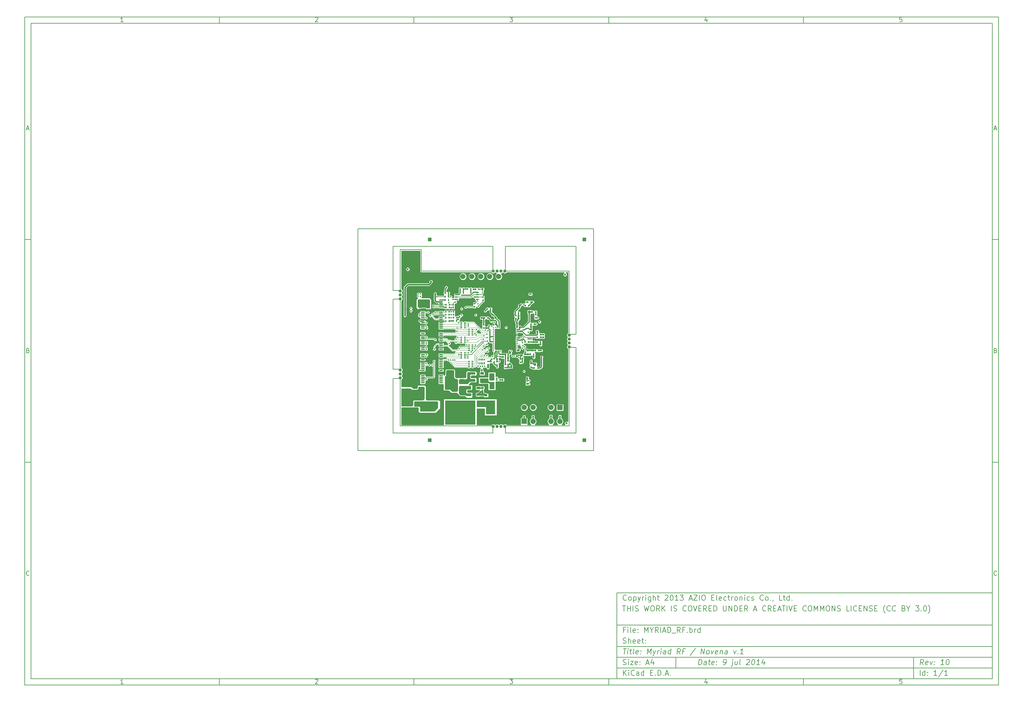
<source format=gbl>
G04 (created by PCBNEW (2013-07-07 BZR 4022)-stable) date 09/07/2014 14:33:10*
%MOIN*%
G04 Gerber Fmt 3.4, Leading zero omitted, Abs format*
%FSLAX34Y34*%
G01*
G70*
G90*
G04 APERTURE LIST*
%ADD10C,0.00590551*%
%ADD11C,0.0077*%
%ADD12C,0.0195*%
%ADD13R,0.0392X0.0392*%
%ADD14C,0.0157*%
%ADD15C,0.023622*%
%ADD16C,0.0354*%
%ADD17R,0.051X0.0472*%
%ADD18R,0.0472X0.051*%
%ADD19R,0.0175X0.0195*%
%ADD20R,0.0195X0.0175*%
%ADD21R,0.0275X0.0314*%
%ADD22R,0.0314X0.0275*%
%ADD23R,0.0195X0.0195*%
%ADD24C,0.173228*%
%ADD25R,0.1417X0.055*%
%ADD26R,0.244X0.2598*%
%ADD27R,0.0389X0.0271*%
%ADD28O,0.0235X0.0117*%
%ADD29R,0.0235X0.0117*%
%ADD30O,0.0117X0.0235*%
%ADD31R,0.0117X0.0235*%
%ADD32R,0.0597X0.0597*%
%ADD33C,0.0597*%
%ADD34C,0.15748*%
%ADD35R,0.0394X0.0138*%
%ADD36O,0.0394X0.0138*%
%ADD37O,0.0394X0.0137*%
%ADD38C,0.0590551*%
%ADD39R,0.0590551X0.0590551*%
%ADD40R,0.0432X0.0117*%
%ADD41R,0.0589X0.0275*%
%ADD42R,0.122X0.0629*%
%ADD43C,0.0432*%
%ADD44R,0.0433X0.0118*%
%ADD45C,0.0117*%
%ADD46C,0.0196*%
%ADD47C,0.0138*%
%ADD48C,0.0117*%
%ADD49C,0.0122*%
%ADD50C,0.0195*%
%ADD51C,0.0235*%
%ADD52C,0.0157*%
%ADD53C,0.0039*%
%ADD54C,0.01*%
G04 APERTURE END LIST*
G54D10*
X4000Y-4000D02*
X112930Y-4000D01*
X112930Y-78680D01*
X4000Y-78680D01*
X4000Y-4000D01*
X4700Y-4700D02*
X112230Y-4700D01*
X112230Y-77980D01*
X4700Y-77980D01*
X4700Y-4700D01*
X25780Y-4000D02*
X25780Y-4700D01*
X15032Y-4552D02*
X14747Y-4552D01*
X14890Y-4552D02*
X14890Y-4052D01*
X14842Y-4123D01*
X14794Y-4171D01*
X14747Y-4195D01*
X25780Y-78680D02*
X25780Y-77980D01*
X15032Y-78532D02*
X14747Y-78532D01*
X14890Y-78532D02*
X14890Y-78032D01*
X14842Y-78103D01*
X14794Y-78151D01*
X14747Y-78175D01*
X47560Y-4000D02*
X47560Y-4700D01*
X36527Y-4100D02*
X36550Y-4076D01*
X36598Y-4052D01*
X36717Y-4052D01*
X36765Y-4076D01*
X36789Y-4100D01*
X36812Y-4147D01*
X36812Y-4195D01*
X36789Y-4266D01*
X36503Y-4552D01*
X36812Y-4552D01*
X47560Y-78680D02*
X47560Y-77980D01*
X36527Y-78080D02*
X36550Y-78056D01*
X36598Y-78032D01*
X36717Y-78032D01*
X36765Y-78056D01*
X36789Y-78080D01*
X36812Y-78127D01*
X36812Y-78175D01*
X36789Y-78246D01*
X36503Y-78532D01*
X36812Y-78532D01*
X69340Y-4000D02*
X69340Y-4700D01*
X58283Y-4052D02*
X58592Y-4052D01*
X58426Y-4242D01*
X58497Y-4242D01*
X58545Y-4266D01*
X58569Y-4290D01*
X58592Y-4338D01*
X58592Y-4457D01*
X58569Y-4504D01*
X58545Y-4528D01*
X58497Y-4552D01*
X58354Y-4552D01*
X58307Y-4528D01*
X58283Y-4504D01*
X69340Y-78680D02*
X69340Y-77980D01*
X58283Y-78032D02*
X58592Y-78032D01*
X58426Y-78222D01*
X58497Y-78222D01*
X58545Y-78246D01*
X58569Y-78270D01*
X58592Y-78318D01*
X58592Y-78437D01*
X58569Y-78484D01*
X58545Y-78508D01*
X58497Y-78532D01*
X58354Y-78532D01*
X58307Y-78508D01*
X58283Y-78484D01*
X91120Y-4000D02*
X91120Y-4700D01*
X80325Y-4219D02*
X80325Y-4552D01*
X80206Y-4028D02*
X80087Y-4385D01*
X80396Y-4385D01*
X91120Y-78680D02*
X91120Y-77980D01*
X80325Y-78199D02*
X80325Y-78532D01*
X80206Y-78008D02*
X80087Y-78365D01*
X80396Y-78365D01*
X102129Y-4052D02*
X101890Y-4052D01*
X101867Y-4290D01*
X101890Y-4266D01*
X101938Y-4242D01*
X102057Y-4242D01*
X102105Y-4266D01*
X102129Y-4290D01*
X102152Y-4338D01*
X102152Y-4457D01*
X102129Y-4504D01*
X102105Y-4528D01*
X102057Y-4552D01*
X101938Y-4552D01*
X101890Y-4528D01*
X101867Y-4504D01*
X102129Y-78032D02*
X101890Y-78032D01*
X101867Y-78270D01*
X101890Y-78246D01*
X101938Y-78222D01*
X102057Y-78222D01*
X102105Y-78246D01*
X102129Y-78270D01*
X102152Y-78318D01*
X102152Y-78437D01*
X102129Y-78484D01*
X102105Y-78508D01*
X102057Y-78532D01*
X101938Y-78532D01*
X101890Y-78508D01*
X101867Y-78484D01*
X4000Y-28890D02*
X4700Y-28890D01*
X4230Y-16509D02*
X4469Y-16509D01*
X4183Y-16652D02*
X4350Y-16152D01*
X4516Y-16652D01*
X112930Y-28890D02*
X112230Y-28890D01*
X112460Y-16509D02*
X112699Y-16509D01*
X112413Y-16652D02*
X112580Y-16152D01*
X112746Y-16652D01*
X4000Y-53780D02*
X4700Y-53780D01*
X4385Y-41280D02*
X4457Y-41304D01*
X4480Y-41328D01*
X4504Y-41375D01*
X4504Y-41447D01*
X4480Y-41494D01*
X4457Y-41518D01*
X4409Y-41542D01*
X4219Y-41542D01*
X4219Y-41042D01*
X4385Y-41042D01*
X4433Y-41066D01*
X4457Y-41090D01*
X4480Y-41137D01*
X4480Y-41185D01*
X4457Y-41232D01*
X4433Y-41256D01*
X4385Y-41280D01*
X4219Y-41280D01*
X112930Y-53780D02*
X112230Y-53780D01*
X112615Y-41280D02*
X112687Y-41304D01*
X112710Y-41328D01*
X112734Y-41375D01*
X112734Y-41447D01*
X112710Y-41494D01*
X112687Y-41518D01*
X112639Y-41542D01*
X112449Y-41542D01*
X112449Y-41042D01*
X112615Y-41042D01*
X112663Y-41066D01*
X112687Y-41090D01*
X112710Y-41137D01*
X112710Y-41185D01*
X112687Y-41232D01*
X112663Y-41256D01*
X112615Y-41280D01*
X112449Y-41280D01*
X4504Y-66384D02*
X4480Y-66408D01*
X4409Y-66432D01*
X4361Y-66432D01*
X4290Y-66408D01*
X4242Y-66360D01*
X4219Y-66313D01*
X4195Y-66218D01*
X4195Y-66146D01*
X4219Y-66051D01*
X4242Y-66003D01*
X4290Y-65956D01*
X4361Y-65932D01*
X4409Y-65932D01*
X4480Y-65956D01*
X4504Y-65980D01*
X112734Y-66384D02*
X112710Y-66408D01*
X112639Y-66432D01*
X112591Y-66432D01*
X112520Y-66408D01*
X112472Y-66360D01*
X112449Y-66313D01*
X112425Y-66218D01*
X112425Y-66146D01*
X112449Y-66051D01*
X112472Y-66003D01*
X112520Y-65956D01*
X112591Y-65932D01*
X112639Y-65932D01*
X112710Y-65956D01*
X112734Y-65980D01*
X79380Y-76422D02*
X79455Y-75822D01*
X79597Y-75822D01*
X79680Y-75851D01*
X79730Y-75908D01*
X79751Y-75965D01*
X79765Y-76080D01*
X79755Y-76165D01*
X79712Y-76280D01*
X79676Y-76337D01*
X79612Y-76394D01*
X79522Y-76422D01*
X79380Y-76422D01*
X80237Y-76422D02*
X80276Y-76108D01*
X80255Y-76051D01*
X80201Y-76022D01*
X80087Y-76022D01*
X80026Y-76051D01*
X80240Y-76394D02*
X80180Y-76422D01*
X80037Y-76422D01*
X79983Y-76394D01*
X79962Y-76337D01*
X79969Y-76280D01*
X80005Y-76222D01*
X80065Y-76194D01*
X80208Y-76194D01*
X80269Y-76165D01*
X80487Y-76022D02*
X80715Y-76022D01*
X80597Y-75822D02*
X80533Y-76337D01*
X80555Y-76394D01*
X80608Y-76422D01*
X80665Y-76422D01*
X81097Y-76394D02*
X81037Y-76422D01*
X80922Y-76422D01*
X80869Y-76394D01*
X80847Y-76337D01*
X80876Y-76108D01*
X80912Y-76051D01*
X80972Y-76022D01*
X81087Y-76022D01*
X81140Y-76051D01*
X81162Y-76108D01*
X81155Y-76165D01*
X80862Y-76222D01*
X81387Y-76365D02*
X81412Y-76394D01*
X81380Y-76422D01*
X81355Y-76394D01*
X81387Y-76365D01*
X81380Y-76422D01*
X81426Y-76051D02*
X81451Y-76080D01*
X81419Y-76108D01*
X81394Y-76080D01*
X81426Y-76051D01*
X81419Y-76108D01*
X82151Y-76422D02*
X82265Y-76422D01*
X82326Y-76394D01*
X82358Y-76365D01*
X82426Y-76280D01*
X82469Y-76165D01*
X82497Y-75937D01*
X82476Y-75880D01*
X82451Y-75851D01*
X82397Y-75822D01*
X82283Y-75822D01*
X82222Y-75851D01*
X82190Y-75880D01*
X82155Y-75937D01*
X82137Y-76080D01*
X82158Y-76137D01*
X82183Y-76165D01*
X82237Y-76194D01*
X82351Y-76194D01*
X82412Y-76165D01*
X82444Y-76137D01*
X82480Y-76080D01*
X83201Y-76022D02*
X83137Y-76537D01*
X83101Y-76594D01*
X83040Y-76622D01*
X83012Y-76622D01*
X83226Y-75822D02*
X83194Y-75851D01*
X83219Y-75880D01*
X83251Y-75851D01*
X83226Y-75822D01*
X83219Y-75880D01*
X83744Y-76022D02*
X83694Y-76422D01*
X83487Y-76022D02*
X83447Y-76337D01*
X83469Y-76394D01*
X83522Y-76422D01*
X83608Y-76422D01*
X83669Y-76394D01*
X83701Y-76365D01*
X84065Y-76422D02*
X84012Y-76394D01*
X83990Y-76337D01*
X84055Y-75822D01*
X84790Y-75880D02*
X84822Y-75851D01*
X84883Y-75822D01*
X85026Y-75822D01*
X85080Y-75851D01*
X85105Y-75880D01*
X85126Y-75937D01*
X85119Y-75994D01*
X85080Y-76080D01*
X84694Y-76422D01*
X85065Y-76422D01*
X85512Y-75822D02*
X85569Y-75822D01*
X85622Y-75851D01*
X85647Y-75880D01*
X85669Y-75937D01*
X85683Y-76051D01*
X85665Y-76194D01*
X85622Y-76308D01*
X85587Y-76365D01*
X85555Y-76394D01*
X85494Y-76422D01*
X85437Y-76422D01*
X85383Y-76394D01*
X85358Y-76365D01*
X85337Y-76308D01*
X85322Y-76194D01*
X85340Y-76051D01*
X85383Y-75937D01*
X85419Y-75880D01*
X85451Y-75851D01*
X85512Y-75822D01*
X86208Y-76422D02*
X85865Y-76422D01*
X86037Y-76422D02*
X86112Y-75822D01*
X86044Y-75908D01*
X85980Y-75965D01*
X85919Y-75994D01*
X86772Y-76022D02*
X86722Y-76422D01*
X86658Y-75794D02*
X86462Y-76222D01*
X86833Y-76222D01*
X70972Y-77622D02*
X70972Y-77022D01*
X71315Y-77622D02*
X71058Y-77280D01*
X71315Y-77022D02*
X70972Y-77365D01*
X71572Y-77622D02*
X71572Y-77222D01*
X71572Y-77022D02*
X71544Y-77051D01*
X71572Y-77080D01*
X71601Y-77051D01*
X71572Y-77022D01*
X71572Y-77080D01*
X72201Y-77565D02*
X72172Y-77594D01*
X72087Y-77622D01*
X72030Y-77622D01*
X71944Y-77594D01*
X71887Y-77537D01*
X71858Y-77480D01*
X71830Y-77365D01*
X71830Y-77280D01*
X71858Y-77165D01*
X71887Y-77108D01*
X71944Y-77051D01*
X72030Y-77022D01*
X72087Y-77022D01*
X72172Y-77051D01*
X72201Y-77080D01*
X72715Y-77622D02*
X72715Y-77308D01*
X72687Y-77251D01*
X72630Y-77222D01*
X72515Y-77222D01*
X72458Y-77251D01*
X72715Y-77594D02*
X72658Y-77622D01*
X72515Y-77622D01*
X72458Y-77594D01*
X72430Y-77537D01*
X72430Y-77480D01*
X72458Y-77422D01*
X72515Y-77394D01*
X72658Y-77394D01*
X72715Y-77365D01*
X73258Y-77622D02*
X73258Y-77022D01*
X73258Y-77594D02*
X73201Y-77622D01*
X73087Y-77622D01*
X73030Y-77594D01*
X73001Y-77565D01*
X72972Y-77508D01*
X72972Y-77337D01*
X73001Y-77280D01*
X73030Y-77251D01*
X73087Y-77222D01*
X73201Y-77222D01*
X73258Y-77251D01*
X74001Y-77308D02*
X74201Y-77308D01*
X74287Y-77622D02*
X74001Y-77622D01*
X74001Y-77022D01*
X74287Y-77022D01*
X74544Y-77565D02*
X74572Y-77594D01*
X74544Y-77622D01*
X74515Y-77594D01*
X74544Y-77565D01*
X74544Y-77622D01*
X74829Y-77622D02*
X74829Y-77022D01*
X74972Y-77022D01*
X75058Y-77051D01*
X75115Y-77108D01*
X75144Y-77165D01*
X75172Y-77280D01*
X75172Y-77365D01*
X75144Y-77480D01*
X75115Y-77537D01*
X75058Y-77594D01*
X74972Y-77622D01*
X74829Y-77622D01*
X75429Y-77565D02*
X75458Y-77594D01*
X75429Y-77622D01*
X75401Y-77594D01*
X75429Y-77565D01*
X75429Y-77622D01*
X75687Y-77451D02*
X75972Y-77451D01*
X75629Y-77622D02*
X75829Y-77022D01*
X76029Y-77622D01*
X76229Y-77565D02*
X76258Y-77594D01*
X76229Y-77622D01*
X76201Y-77594D01*
X76229Y-77565D01*
X76229Y-77622D01*
X104522Y-76422D02*
X104358Y-76137D01*
X104180Y-76422D02*
X104255Y-75822D01*
X104483Y-75822D01*
X104537Y-75851D01*
X104562Y-75880D01*
X104583Y-75937D01*
X104572Y-76022D01*
X104537Y-76080D01*
X104505Y-76108D01*
X104444Y-76137D01*
X104215Y-76137D01*
X105012Y-76394D02*
X104951Y-76422D01*
X104837Y-76422D01*
X104783Y-76394D01*
X104762Y-76337D01*
X104790Y-76108D01*
X104826Y-76051D01*
X104887Y-76022D01*
X105001Y-76022D01*
X105055Y-76051D01*
X105076Y-76108D01*
X105069Y-76165D01*
X104776Y-76222D01*
X105287Y-76022D02*
X105380Y-76422D01*
X105572Y-76022D01*
X105758Y-76365D02*
X105783Y-76394D01*
X105751Y-76422D01*
X105726Y-76394D01*
X105758Y-76365D01*
X105751Y-76422D01*
X105797Y-76051D02*
X105822Y-76080D01*
X105790Y-76108D01*
X105765Y-76080D01*
X105797Y-76051D01*
X105790Y-76108D01*
X106808Y-76422D02*
X106465Y-76422D01*
X106637Y-76422D02*
X106712Y-75822D01*
X106644Y-75908D01*
X106580Y-75965D01*
X106519Y-75994D01*
X107255Y-75822D02*
X107312Y-75822D01*
X107365Y-75851D01*
X107390Y-75880D01*
X107412Y-75937D01*
X107426Y-76051D01*
X107408Y-76194D01*
X107365Y-76308D01*
X107330Y-76365D01*
X107297Y-76394D01*
X107237Y-76422D01*
X107180Y-76422D01*
X107126Y-76394D01*
X107101Y-76365D01*
X107080Y-76308D01*
X107065Y-76194D01*
X107083Y-76051D01*
X107126Y-75937D01*
X107162Y-75880D01*
X107194Y-75851D01*
X107255Y-75822D01*
X70944Y-76394D02*
X71030Y-76422D01*
X71172Y-76422D01*
X71230Y-76394D01*
X71258Y-76365D01*
X71287Y-76308D01*
X71287Y-76251D01*
X71258Y-76194D01*
X71230Y-76165D01*
X71172Y-76137D01*
X71058Y-76108D01*
X71001Y-76080D01*
X70972Y-76051D01*
X70944Y-75994D01*
X70944Y-75937D01*
X70972Y-75880D01*
X71001Y-75851D01*
X71058Y-75822D01*
X71201Y-75822D01*
X71287Y-75851D01*
X71544Y-76422D02*
X71544Y-76022D01*
X71544Y-75822D02*
X71515Y-75851D01*
X71544Y-75880D01*
X71572Y-75851D01*
X71544Y-75822D01*
X71544Y-75880D01*
X71772Y-76022D02*
X72087Y-76022D01*
X71772Y-76422D01*
X72087Y-76422D01*
X72544Y-76394D02*
X72487Y-76422D01*
X72372Y-76422D01*
X72315Y-76394D01*
X72287Y-76337D01*
X72287Y-76108D01*
X72315Y-76051D01*
X72372Y-76022D01*
X72487Y-76022D01*
X72544Y-76051D01*
X72572Y-76108D01*
X72572Y-76165D01*
X72287Y-76222D01*
X72830Y-76365D02*
X72858Y-76394D01*
X72830Y-76422D01*
X72801Y-76394D01*
X72830Y-76365D01*
X72830Y-76422D01*
X72830Y-76051D02*
X72858Y-76080D01*
X72830Y-76108D01*
X72801Y-76080D01*
X72830Y-76051D01*
X72830Y-76108D01*
X73544Y-76251D02*
X73830Y-76251D01*
X73487Y-76422D02*
X73687Y-75822D01*
X73887Y-76422D01*
X74344Y-76022D02*
X74344Y-76422D01*
X74201Y-75794D02*
X74058Y-76222D01*
X74430Y-76222D01*
X104172Y-77622D02*
X104172Y-77022D01*
X104715Y-77622D02*
X104715Y-77022D01*
X104715Y-77594D02*
X104658Y-77622D01*
X104544Y-77622D01*
X104487Y-77594D01*
X104458Y-77565D01*
X104430Y-77508D01*
X104430Y-77337D01*
X104458Y-77280D01*
X104487Y-77251D01*
X104544Y-77222D01*
X104658Y-77222D01*
X104715Y-77251D01*
X105001Y-77565D02*
X105030Y-77594D01*
X105001Y-77622D01*
X104972Y-77594D01*
X105001Y-77565D01*
X105001Y-77622D01*
X105001Y-77251D02*
X105030Y-77280D01*
X105001Y-77308D01*
X104972Y-77280D01*
X105001Y-77251D01*
X105001Y-77308D01*
X106058Y-77622D02*
X105715Y-77622D01*
X105887Y-77622D02*
X105887Y-77022D01*
X105829Y-77108D01*
X105772Y-77165D01*
X105715Y-77194D01*
X106744Y-76994D02*
X106230Y-77765D01*
X107258Y-77622D02*
X106915Y-77622D01*
X107087Y-77622D02*
X107087Y-77022D01*
X107029Y-77108D01*
X106972Y-77165D01*
X106915Y-77194D01*
X70969Y-74622D02*
X71312Y-74622D01*
X71065Y-75222D02*
X71140Y-74622D01*
X71437Y-75222D02*
X71487Y-74822D01*
X71512Y-74622D02*
X71480Y-74651D01*
X71505Y-74680D01*
X71537Y-74651D01*
X71512Y-74622D01*
X71505Y-74680D01*
X71687Y-74822D02*
X71915Y-74822D01*
X71797Y-74622D02*
X71733Y-75137D01*
X71755Y-75194D01*
X71808Y-75222D01*
X71865Y-75222D01*
X72151Y-75222D02*
X72097Y-75194D01*
X72076Y-75137D01*
X72140Y-74622D01*
X72612Y-75194D02*
X72551Y-75222D01*
X72437Y-75222D01*
X72383Y-75194D01*
X72362Y-75137D01*
X72390Y-74908D01*
X72426Y-74851D01*
X72487Y-74822D01*
X72601Y-74822D01*
X72655Y-74851D01*
X72676Y-74908D01*
X72669Y-74965D01*
X72376Y-75022D01*
X72901Y-75165D02*
X72926Y-75194D01*
X72894Y-75222D01*
X72869Y-75194D01*
X72901Y-75165D01*
X72894Y-75222D01*
X72940Y-74851D02*
X72965Y-74880D01*
X72933Y-74908D01*
X72908Y-74880D01*
X72940Y-74851D01*
X72933Y-74908D01*
X73637Y-75222D02*
X73712Y-74622D01*
X73858Y-75051D01*
X74112Y-74622D01*
X74037Y-75222D01*
X74315Y-74822D02*
X74408Y-75222D01*
X74601Y-74822D02*
X74408Y-75222D01*
X74333Y-75365D01*
X74301Y-75394D01*
X74240Y-75422D01*
X74780Y-75222D02*
X74830Y-74822D01*
X74815Y-74937D02*
X74851Y-74880D01*
X74883Y-74851D01*
X74944Y-74822D01*
X75001Y-74822D01*
X75151Y-75222D02*
X75201Y-74822D01*
X75226Y-74622D02*
X75194Y-74651D01*
X75219Y-74680D01*
X75251Y-74651D01*
X75226Y-74622D01*
X75219Y-74680D01*
X75694Y-75222D02*
X75733Y-74908D01*
X75712Y-74851D01*
X75658Y-74822D01*
X75544Y-74822D01*
X75483Y-74851D01*
X75697Y-75194D02*
X75637Y-75222D01*
X75494Y-75222D01*
X75440Y-75194D01*
X75419Y-75137D01*
X75426Y-75080D01*
X75462Y-75022D01*
X75522Y-74994D01*
X75665Y-74994D01*
X75726Y-74965D01*
X76237Y-75222D02*
X76312Y-74622D01*
X76240Y-75194D02*
X76180Y-75222D01*
X76065Y-75222D01*
X76012Y-75194D01*
X75987Y-75165D01*
X75965Y-75108D01*
X75987Y-74937D01*
X76022Y-74880D01*
X76055Y-74851D01*
X76115Y-74822D01*
X76230Y-74822D01*
X76283Y-74851D01*
X77322Y-75222D02*
X77158Y-74937D01*
X76980Y-75222D02*
X77055Y-74622D01*
X77283Y-74622D01*
X77337Y-74651D01*
X77362Y-74680D01*
X77383Y-74737D01*
X77372Y-74822D01*
X77337Y-74880D01*
X77305Y-74908D01*
X77244Y-74937D01*
X77015Y-74937D01*
X77819Y-74908D02*
X77619Y-74908D01*
X77580Y-75222D02*
X77655Y-74622D01*
X77940Y-74622D01*
X79058Y-74594D02*
X78447Y-75365D01*
X79637Y-75222D02*
X79712Y-74622D01*
X79980Y-75222D01*
X80055Y-74622D01*
X80351Y-75222D02*
X80297Y-75194D01*
X80272Y-75165D01*
X80251Y-75108D01*
X80272Y-74937D01*
X80308Y-74880D01*
X80340Y-74851D01*
X80401Y-74822D01*
X80487Y-74822D01*
X80540Y-74851D01*
X80565Y-74880D01*
X80587Y-74937D01*
X80565Y-75108D01*
X80530Y-75165D01*
X80497Y-75194D01*
X80437Y-75222D01*
X80351Y-75222D01*
X80801Y-74822D02*
X80894Y-75222D01*
X81087Y-74822D01*
X81497Y-75194D02*
X81437Y-75222D01*
X81322Y-75222D01*
X81269Y-75194D01*
X81247Y-75137D01*
X81276Y-74908D01*
X81312Y-74851D01*
X81372Y-74822D01*
X81487Y-74822D01*
X81540Y-74851D01*
X81562Y-74908D01*
X81555Y-74965D01*
X81262Y-75022D01*
X81830Y-74822D02*
X81780Y-75222D01*
X81822Y-74880D02*
X81855Y-74851D01*
X81915Y-74822D01*
X82001Y-74822D01*
X82055Y-74851D01*
X82076Y-74908D01*
X82037Y-75222D01*
X82580Y-75222D02*
X82619Y-74908D01*
X82597Y-74851D01*
X82544Y-74822D01*
X82430Y-74822D01*
X82369Y-74851D01*
X82583Y-75194D02*
X82522Y-75222D01*
X82380Y-75222D01*
X82326Y-75194D01*
X82305Y-75137D01*
X82312Y-75080D01*
X82347Y-75022D01*
X82408Y-74994D01*
X82551Y-74994D01*
X82612Y-74965D01*
X83315Y-74822D02*
X83408Y-75222D01*
X83601Y-74822D01*
X83787Y-75165D02*
X83812Y-75194D01*
X83780Y-75222D01*
X83755Y-75194D01*
X83787Y-75165D01*
X83780Y-75222D01*
X84380Y-75222D02*
X84037Y-75222D01*
X84208Y-75222D02*
X84283Y-74622D01*
X84215Y-74708D01*
X84151Y-74765D01*
X84090Y-74794D01*
X71172Y-72508D02*
X70972Y-72508D01*
X70972Y-72822D02*
X70972Y-72222D01*
X71258Y-72222D01*
X71487Y-72822D02*
X71487Y-72422D01*
X71487Y-72222D02*
X71458Y-72251D01*
X71487Y-72280D01*
X71515Y-72251D01*
X71487Y-72222D01*
X71487Y-72280D01*
X71858Y-72822D02*
X71801Y-72794D01*
X71772Y-72737D01*
X71772Y-72222D01*
X72315Y-72794D02*
X72258Y-72822D01*
X72144Y-72822D01*
X72087Y-72794D01*
X72058Y-72737D01*
X72058Y-72508D01*
X72087Y-72451D01*
X72144Y-72422D01*
X72258Y-72422D01*
X72315Y-72451D01*
X72344Y-72508D01*
X72344Y-72565D01*
X72058Y-72622D01*
X72601Y-72765D02*
X72630Y-72794D01*
X72601Y-72822D01*
X72572Y-72794D01*
X72601Y-72765D01*
X72601Y-72822D01*
X72601Y-72451D02*
X72630Y-72480D01*
X72601Y-72508D01*
X72572Y-72480D01*
X72601Y-72451D01*
X72601Y-72508D01*
X73344Y-72822D02*
X73344Y-72222D01*
X73544Y-72651D01*
X73744Y-72222D01*
X73744Y-72822D01*
X74144Y-72537D02*
X74144Y-72822D01*
X73944Y-72222D02*
X74144Y-72537D01*
X74344Y-72222D01*
X74887Y-72822D02*
X74687Y-72537D01*
X74544Y-72822D02*
X74544Y-72222D01*
X74772Y-72222D01*
X74830Y-72251D01*
X74858Y-72280D01*
X74887Y-72337D01*
X74887Y-72422D01*
X74858Y-72480D01*
X74830Y-72508D01*
X74772Y-72537D01*
X74544Y-72537D01*
X75144Y-72822D02*
X75144Y-72222D01*
X75401Y-72651D02*
X75687Y-72651D01*
X75344Y-72822D02*
X75544Y-72222D01*
X75744Y-72822D01*
X75944Y-72822D02*
X75944Y-72222D01*
X76087Y-72222D01*
X76172Y-72251D01*
X76230Y-72308D01*
X76258Y-72365D01*
X76287Y-72480D01*
X76287Y-72565D01*
X76258Y-72680D01*
X76230Y-72737D01*
X76172Y-72794D01*
X76087Y-72822D01*
X75944Y-72822D01*
X76401Y-72880D02*
X76858Y-72880D01*
X77344Y-72822D02*
X77144Y-72537D01*
X77001Y-72822D02*
X77001Y-72222D01*
X77230Y-72222D01*
X77287Y-72251D01*
X77315Y-72280D01*
X77344Y-72337D01*
X77344Y-72422D01*
X77315Y-72480D01*
X77287Y-72508D01*
X77230Y-72537D01*
X77001Y-72537D01*
X77801Y-72508D02*
X77601Y-72508D01*
X77601Y-72822D02*
X77601Y-72222D01*
X77887Y-72222D01*
X78115Y-72765D02*
X78144Y-72794D01*
X78115Y-72822D01*
X78087Y-72794D01*
X78115Y-72765D01*
X78115Y-72822D01*
X78401Y-72822D02*
X78401Y-72222D01*
X78401Y-72451D02*
X78458Y-72422D01*
X78572Y-72422D01*
X78630Y-72451D01*
X78658Y-72480D01*
X78687Y-72537D01*
X78687Y-72708D01*
X78658Y-72765D01*
X78630Y-72794D01*
X78572Y-72822D01*
X78458Y-72822D01*
X78401Y-72794D01*
X78944Y-72822D02*
X78944Y-72422D01*
X78944Y-72537D02*
X78972Y-72480D01*
X79001Y-72451D01*
X79058Y-72422D01*
X79115Y-72422D01*
X79572Y-72822D02*
X79572Y-72222D01*
X79572Y-72794D02*
X79515Y-72822D01*
X79401Y-72822D01*
X79344Y-72794D01*
X79315Y-72765D01*
X79287Y-72708D01*
X79287Y-72537D01*
X79315Y-72480D01*
X79344Y-72451D01*
X79401Y-72422D01*
X79515Y-72422D01*
X79572Y-72451D01*
X70944Y-73994D02*
X71030Y-74022D01*
X71172Y-74022D01*
X71230Y-73994D01*
X71258Y-73965D01*
X71287Y-73908D01*
X71287Y-73851D01*
X71258Y-73794D01*
X71230Y-73765D01*
X71172Y-73737D01*
X71058Y-73708D01*
X71001Y-73680D01*
X70972Y-73651D01*
X70944Y-73594D01*
X70944Y-73537D01*
X70972Y-73480D01*
X71001Y-73451D01*
X71058Y-73422D01*
X71201Y-73422D01*
X71287Y-73451D01*
X71544Y-74022D02*
X71544Y-73422D01*
X71801Y-74022D02*
X71801Y-73708D01*
X71772Y-73651D01*
X71715Y-73622D01*
X71630Y-73622D01*
X71572Y-73651D01*
X71544Y-73680D01*
X72315Y-73994D02*
X72258Y-74022D01*
X72144Y-74022D01*
X72087Y-73994D01*
X72058Y-73937D01*
X72058Y-73708D01*
X72087Y-73651D01*
X72144Y-73622D01*
X72258Y-73622D01*
X72315Y-73651D01*
X72344Y-73708D01*
X72344Y-73765D01*
X72058Y-73822D01*
X72830Y-73994D02*
X72772Y-74022D01*
X72658Y-74022D01*
X72601Y-73994D01*
X72572Y-73937D01*
X72572Y-73708D01*
X72601Y-73651D01*
X72658Y-73622D01*
X72772Y-73622D01*
X72830Y-73651D01*
X72858Y-73708D01*
X72858Y-73765D01*
X72572Y-73822D01*
X73030Y-73622D02*
X73258Y-73622D01*
X73115Y-73422D02*
X73115Y-73937D01*
X73144Y-73994D01*
X73201Y-74022D01*
X73258Y-74022D01*
X73458Y-73965D02*
X73487Y-73994D01*
X73458Y-74022D01*
X73430Y-73994D01*
X73458Y-73965D01*
X73458Y-74022D01*
X73458Y-73651D02*
X73487Y-73680D01*
X73458Y-73708D01*
X73430Y-73680D01*
X73458Y-73651D01*
X73458Y-73708D01*
X70887Y-69822D02*
X71230Y-69822D01*
X71058Y-70422D02*
X71058Y-69822D01*
X71430Y-70422D02*
X71430Y-69822D01*
X71430Y-70108D02*
X71772Y-70108D01*
X71772Y-70422D02*
X71772Y-69822D01*
X72058Y-70422D02*
X72058Y-69822D01*
X72315Y-70394D02*
X72401Y-70422D01*
X72544Y-70422D01*
X72601Y-70394D01*
X72629Y-70365D01*
X72658Y-70308D01*
X72658Y-70251D01*
X72629Y-70194D01*
X72601Y-70165D01*
X72544Y-70137D01*
X72429Y-70108D01*
X72372Y-70080D01*
X72344Y-70051D01*
X72315Y-69994D01*
X72315Y-69937D01*
X72344Y-69880D01*
X72372Y-69851D01*
X72429Y-69822D01*
X72572Y-69822D01*
X72658Y-69851D01*
X73315Y-69822D02*
X73458Y-70422D01*
X73572Y-69994D01*
X73687Y-70422D01*
X73830Y-69822D01*
X74172Y-69822D02*
X74287Y-69822D01*
X74344Y-69851D01*
X74401Y-69908D01*
X74430Y-70022D01*
X74430Y-70222D01*
X74401Y-70337D01*
X74344Y-70394D01*
X74287Y-70422D01*
X74172Y-70422D01*
X74115Y-70394D01*
X74058Y-70337D01*
X74030Y-70222D01*
X74030Y-70022D01*
X74058Y-69908D01*
X74115Y-69851D01*
X74172Y-69822D01*
X75029Y-70422D02*
X74829Y-70137D01*
X74687Y-70422D02*
X74687Y-69822D01*
X74915Y-69822D01*
X74972Y-69851D01*
X75001Y-69880D01*
X75029Y-69937D01*
X75029Y-70022D01*
X75001Y-70080D01*
X74972Y-70108D01*
X74915Y-70137D01*
X74687Y-70137D01*
X75287Y-70422D02*
X75287Y-69822D01*
X75629Y-70422D02*
X75372Y-70080D01*
X75629Y-69822D02*
X75287Y-70165D01*
X76344Y-70422D02*
X76344Y-69822D01*
X76601Y-70394D02*
X76687Y-70422D01*
X76829Y-70422D01*
X76887Y-70394D01*
X76915Y-70365D01*
X76944Y-70308D01*
X76944Y-70251D01*
X76915Y-70194D01*
X76887Y-70165D01*
X76829Y-70137D01*
X76715Y-70108D01*
X76658Y-70080D01*
X76629Y-70051D01*
X76601Y-69994D01*
X76601Y-69937D01*
X76629Y-69880D01*
X76658Y-69851D01*
X76715Y-69822D01*
X76858Y-69822D01*
X76944Y-69851D01*
X78001Y-70365D02*
X77972Y-70394D01*
X77887Y-70422D01*
X77830Y-70422D01*
X77744Y-70394D01*
X77687Y-70337D01*
X77658Y-70280D01*
X77630Y-70165D01*
X77630Y-70080D01*
X77658Y-69965D01*
X77687Y-69908D01*
X77744Y-69851D01*
X77830Y-69822D01*
X77887Y-69822D01*
X77972Y-69851D01*
X78001Y-69880D01*
X78372Y-69822D02*
X78487Y-69822D01*
X78544Y-69851D01*
X78601Y-69908D01*
X78630Y-70022D01*
X78630Y-70222D01*
X78601Y-70337D01*
X78544Y-70394D01*
X78487Y-70422D01*
X78372Y-70422D01*
X78315Y-70394D01*
X78258Y-70337D01*
X78230Y-70222D01*
X78230Y-70022D01*
X78258Y-69908D01*
X78315Y-69851D01*
X78372Y-69822D01*
X78801Y-69822D02*
X79001Y-70422D01*
X79201Y-69822D01*
X79401Y-70108D02*
X79601Y-70108D01*
X79687Y-70422D02*
X79401Y-70422D01*
X79401Y-69822D01*
X79687Y-69822D01*
X80287Y-70422D02*
X80087Y-70137D01*
X79944Y-70422D02*
X79944Y-69822D01*
X80172Y-69822D01*
X80229Y-69851D01*
X80258Y-69880D01*
X80287Y-69937D01*
X80287Y-70022D01*
X80258Y-70080D01*
X80229Y-70108D01*
X80172Y-70137D01*
X79944Y-70137D01*
X80544Y-70108D02*
X80744Y-70108D01*
X80829Y-70422D02*
X80544Y-70422D01*
X80544Y-69822D01*
X80829Y-69822D01*
X81087Y-70422D02*
X81087Y-69822D01*
X81229Y-69822D01*
X81315Y-69851D01*
X81372Y-69908D01*
X81401Y-69965D01*
X81429Y-70080D01*
X81429Y-70165D01*
X81401Y-70280D01*
X81372Y-70337D01*
X81315Y-70394D01*
X81229Y-70422D01*
X81087Y-70422D01*
X82144Y-69822D02*
X82144Y-70308D01*
X82172Y-70365D01*
X82201Y-70394D01*
X82258Y-70422D01*
X82372Y-70422D01*
X82429Y-70394D01*
X82458Y-70365D01*
X82487Y-70308D01*
X82487Y-69822D01*
X82772Y-70422D02*
X82772Y-69822D01*
X83115Y-70422D01*
X83115Y-69822D01*
X83401Y-70422D02*
X83401Y-69822D01*
X83544Y-69822D01*
X83629Y-69851D01*
X83687Y-69908D01*
X83715Y-69965D01*
X83744Y-70080D01*
X83744Y-70165D01*
X83715Y-70280D01*
X83687Y-70337D01*
X83629Y-70394D01*
X83544Y-70422D01*
X83401Y-70422D01*
X84001Y-70108D02*
X84201Y-70108D01*
X84287Y-70422D02*
X84001Y-70422D01*
X84001Y-69822D01*
X84287Y-69822D01*
X84887Y-70422D02*
X84687Y-70137D01*
X84544Y-70422D02*
X84544Y-69822D01*
X84772Y-69822D01*
X84829Y-69851D01*
X84858Y-69880D01*
X84887Y-69937D01*
X84887Y-70022D01*
X84858Y-70080D01*
X84829Y-70108D01*
X84772Y-70137D01*
X84544Y-70137D01*
X85572Y-70251D02*
X85858Y-70251D01*
X85515Y-70422D02*
X85715Y-69822D01*
X85915Y-70422D01*
X86915Y-70365D02*
X86887Y-70394D01*
X86801Y-70422D01*
X86744Y-70422D01*
X86658Y-70394D01*
X86601Y-70337D01*
X86572Y-70280D01*
X86544Y-70165D01*
X86544Y-70080D01*
X86572Y-69965D01*
X86601Y-69908D01*
X86658Y-69851D01*
X86744Y-69822D01*
X86801Y-69822D01*
X86887Y-69851D01*
X86915Y-69880D01*
X87515Y-70422D02*
X87315Y-70137D01*
X87172Y-70422D02*
X87172Y-69822D01*
X87401Y-69822D01*
X87458Y-69851D01*
X87487Y-69880D01*
X87515Y-69937D01*
X87515Y-70022D01*
X87487Y-70080D01*
X87458Y-70108D01*
X87401Y-70137D01*
X87172Y-70137D01*
X87772Y-70108D02*
X87972Y-70108D01*
X88058Y-70422D02*
X87772Y-70422D01*
X87772Y-69822D01*
X88058Y-69822D01*
X88287Y-70251D02*
X88572Y-70251D01*
X88229Y-70422D02*
X88429Y-69822D01*
X88629Y-70422D01*
X88744Y-69822D02*
X89087Y-69822D01*
X88915Y-70422D02*
X88915Y-69822D01*
X89287Y-70422D02*
X89287Y-69822D01*
X89487Y-69822D02*
X89687Y-70422D01*
X89887Y-69822D01*
X90087Y-70108D02*
X90287Y-70108D01*
X90372Y-70422D02*
X90087Y-70422D01*
X90087Y-69822D01*
X90372Y-69822D01*
X91429Y-70365D02*
X91401Y-70394D01*
X91315Y-70422D01*
X91258Y-70422D01*
X91172Y-70394D01*
X91115Y-70337D01*
X91087Y-70280D01*
X91058Y-70165D01*
X91058Y-70080D01*
X91087Y-69965D01*
X91115Y-69908D01*
X91172Y-69851D01*
X91258Y-69822D01*
X91315Y-69822D01*
X91401Y-69851D01*
X91429Y-69880D01*
X91801Y-69822D02*
X91915Y-69822D01*
X91972Y-69851D01*
X92029Y-69908D01*
X92058Y-70022D01*
X92058Y-70222D01*
X92029Y-70337D01*
X91972Y-70394D01*
X91915Y-70422D01*
X91801Y-70422D01*
X91744Y-70394D01*
X91687Y-70337D01*
X91658Y-70222D01*
X91658Y-70022D01*
X91687Y-69908D01*
X91744Y-69851D01*
X91801Y-69822D01*
X92315Y-70422D02*
X92315Y-69822D01*
X92515Y-70251D01*
X92715Y-69822D01*
X92715Y-70422D01*
X93001Y-70422D02*
X93001Y-69822D01*
X93201Y-70251D01*
X93401Y-69822D01*
X93401Y-70422D01*
X93801Y-69822D02*
X93915Y-69822D01*
X93972Y-69851D01*
X94029Y-69908D01*
X94058Y-70022D01*
X94058Y-70222D01*
X94029Y-70337D01*
X93972Y-70394D01*
X93915Y-70422D01*
X93801Y-70422D01*
X93744Y-70394D01*
X93687Y-70337D01*
X93658Y-70222D01*
X93658Y-70022D01*
X93687Y-69908D01*
X93744Y-69851D01*
X93801Y-69822D01*
X94315Y-70422D02*
X94315Y-69822D01*
X94658Y-70422D01*
X94658Y-69822D01*
X94915Y-70394D02*
X95001Y-70422D01*
X95144Y-70422D01*
X95201Y-70394D01*
X95229Y-70365D01*
X95258Y-70308D01*
X95258Y-70251D01*
X95229Y-70194D01*
X95201Y-70165D01*
X95144Y-70137D01*
X95029Y-70108D01*
X94972Y-70080D01*
X94944Y-70051D01*
X94915Y-69994D01*
X94915Y-69937D01*
X94944Y-69880D01*
X94972Y-69851D01*
X95029Y-69822D01*
X95172Y-69822D01*
X95258Y-69851D01*
X96258Y-70422D02*
X95972Y-70422D01*
X95972Y-69822D01*
X96458Y-70422D02*
X96458Y-69822D01*
X97087Y-70365D02*
X97058Y-70394D01*
X96972Y-70422D01*
X96915Y-70422D01*
X96829Y-70394D01*
X96772Y-70337D01*
X96744Y-70280D01*
X96715Y-70165D01*
X96715Y-70080D01*
X96744Y-69965D01*
X96772Y-69908D01*
X96829Y-69851D01*
X96915Y-69822D01*
X96972Y-69822D01*
X97058Y-69851D01*
X97087Y-69880D01*
X97344Y-70108D02*
X97544Y-70108D01*
X97629Y-70422D02*
X97344Y-70422D01*
X97344Y-69822D01*
X97629Y-69822D01*
X97887Y-70422D02*
X97887Y-69822D01*
X98229Y-70422D01*
X98229Y-69822D01*
X98487Y-70394D02*
X98572Y-70422D01*
X98715Y-70422D01*
X98772Y-70394D01*
X98801Y-70365D01*
X98829Y-70308D01*
X98829Y-70251D01*
X98801Y-70194D01*
X98772Y-70165D01*
X98715Y-70137D01*
X98601Y-70108D01*
X98544Y-70080D01*
X98515Y-70051D01*
X98487Y-69994D01*
X98487Y-69937D01*
X98515Y-69880D01*
X98544Y-69851D01*
X98601Y-69822D01*
X98744Y-69822D01*
X98829Y-69851D01*
X99087Y-70108D02*
X99287Y-70108D01*
X99372Y-70422D02*
X99087Y-70422D01*
X99087Y-69822D01*
X99372Y-69822D01*
X100258Y-70651D02*
X100229Y-70622D01*
X100172Y-70537D01*
X100144Y-70480D01*
X100115Y-70394D01*
X100087Y-70251D01*
X100087Y-70137D01*
X100115Y-69994D01*
X100144Y-69908D01*
X100172Y-69851D01*
X100229Y-69765D01*
X100258Y-69737D01*
X100829Y-70365D02*
X100801Y-70394D01*
X100715Y-70422D01*
X100658Y-70422D01*
X100572Y-70394D01*
X100515Y-70337D01*
X100487Y-70280D01*
X100458Y-70165D01*
X100458Y-70080D01*
X100487Y-69965D01*
X100515Y-69908D01*
X100572Y-69851D01*
X100658Y-69822D01*
X100715Y-69822D01*
X100801Y-69851D01*
X100829Y-69880D01*
X101429Y-70365D02*
X101401Y-70394D01*
X101315Y-70422D01*
X101258Y-70422D01*
X101172Y-70394D01*
X101115Y-70337D01*
X101087Y-70280D01*
X101058Y-70165D01*
X101058Y-70080D01*
X101087Y-69965D01*
X101115Y-69908D01*
X101172Y-69851D01*
X101258Y-69822D01*
X101315Y-69822D01*
X101401Y-69851D01*
X101429Y-69880D01*
X102344Y-70108D02*
X102429Y-70137D01*
X102458Y-70165D01*
X102487Y-70222D01*
X102487Y-70308D01*
X102458Y-70365D01*
X102429Y-70394D01*
X102372Y-70422D01*
X102144Y-70422D01*
X102144Y-69822D01*
X102344Y-69822D01*
X102401Y-69851D01*
X102429Y-69880D01*
X102458Y-69937D01*
X102458Y-69994D01*
X102429Y-70051D01*
X102401Y-70080D01*
X102344Y-70108D01*
X102144Y-70108D01*
X102858Y-70137D02*
X102858Y-70422D01*
X102658Y-69822D02*
X102858Y-70137D01*
X103058Y-69822D01*
X103658Y-69822D02*
X104029Y-69822D01*
X103829Y-70051D01*
X103915Y-70051D01*
X103972Y-70080D01*
X104001Y-70108D01*
X104029Y-70165D01*
X104029Y-70308D01*
X104001Y-70365D01*
X103972Y-70394D01*
X103915Y-70422D01*
X103744Y-70422D01*
X103687Y-70394D01*
X103658Y-70365D01*
X104287Y-70365D02*
X104315Y-70394D01*
X104287Y-70422D01*
X104258Y-70394D01*
X104287Y-70365D01*
X104287Y-70422D01*
X104687Y-69822D02*
X104744Y-69822D01*
X104801Y-69851D01*
X104829Y-69880D01*
X104858Y-69937D01*
X104887Y-70051D01*
X104887Y-70194D01*
X104858Y-70308D01*
X104829Y-70365D01*
X104801Y-70394D01*
X104744Y-70422D01*
X104687Y-70422D01*
X104629Y-70394D01*
X104601Y-70365D01*
X104572Y-70308D01*
X104544Y-70194D01*
X104544Y-70051D01*
X104572Y-69937D01*
X104601Y-69880D01*
X104629Y-69851D01*
X104687Y-69822D01*
X105087Y-70651D02*
X105115Y-70622D01*
X105172Y-70537D01*
X105201Y-70480D01*
X105229Y-70394D01*
X105258Y-70251D01*
X105258Y-70137D01*
X105229Y-69994D01*
X105201Y-69908D01*
X105172Y-69851D01*
X105115Y-69765D01*
X105087Y-69737D01*
X71315Y-69165D02*
X71287Y-69194D01*
X71201Y-69222D01*
X71144Y-69222D01*
X71058Y-69194D01*
X71001Y-69137D01*
X70972Y-69080D01*
X70944Y-68965D01*
X70944Y-68880D01*
X70972Y-68765D01*
X71001Y-68708D01*
X71058Y-68651D01*
X71144Y-68622D01*
X71201Y-68622D01*
X71287Y-68651D01*
X71315Y-68680D01*
X71658Y-69222D02*
X71601Y-69194D01*
X71572Y-69165D01*
X71544Y-69108D01*
X71544Y-68937D01*
X71572Y-68880D01*
X71601Y-68851D01*
X71658Y-68822D01*
X71744Y-68822D01*
X71801Y-68851D01*
X71830Y-68880D01*
X71858Y-68937D01*
X71858Y-69108D01*
X71830Y-69165D01*
X71801Y-69194D01*
X71744Y-69222D01*
X71658Y-69222D01*
X72115Y-68822D02*
X72115Y-69422D01*
X72115Y-68851D02*
X72172Y-68822D01*
X72287Y-68822D01*
X72344Y-68851D01*
X72372Y-68880D01*
X72401Y-68937D01*
X72401Y-69108D01*
X72372Y-69165D01*
X72344Y-69194D01*
X72287Y-69222D01*
X72172Y-69222D01*
X72115Y-69194D01*
X72601Y-68822D02*
X72744Y-69222D01*
X72887Y-68822D02*
X72744Y-69222D01*
X72687Y-69365D01*
X72658Y-69394D01*
X72601Y-69422D01*
X73115Y-69222D02*
X73115Y-68822D01*
X73115Y-68937D02*
X73144Y-68880D01*
X73172Y-68851D01*
X73230Y-68822D01*
X73287Y-68822D01*
X73487Y-69222D02*
X73487Y-68822D01*
X73487Y-68622D02*
X73458Y-68651D01*
X73487Y-68680D01*
X73515Y-68651D01*
X73487Y-68622D01*
X73487Y-68680D01*
X74030Y-68822D02*
X74030Y-69308D01*
X74001Y-69365D01*
X73972Y-69394D01*
X73915Y-69422D01*
X73830Y-69422D01*
X73772Y-69394D01*
X74030Y-69194D02*
X73972Y-69222D01*
X73858Y-69222D01*
X73801Y-69194D01*
X73772Y-69165D01*
X73744Y-69108D01*
X73744Y-68937D01*
X73772Y-68880D01*
X73801Y-68851D01*
X73858Y-68822D01*
X73972Y-68822D01*
X74030Y-68851D01*
X74315Y-69222D02*
X74315Y-68622D01*
X74572Y-69222D02*
X74572Y-68908D01*
X74544Y-68851D01*
X74487Y-68822D01*
X74401Y-68822D01*
X74344Y-68851D01*
X74315Y-68880D01*
X74772Y-68822D02*
X75001Y-68822D01*
X74858Y-68622D02*
X74858Y-69137D01*
X74887Y-69194D01*
X74944Y-69222D01*
X75001Y-69222D01*
X75630Y-68680D02*
X75658Y-68651D01*
X75715Y-68622D01*
X75858Y-68622D01*
X75915Y-68651D01*
X75944Y-68680D01*
X75972Y-68737D01*
X75972Y-68794D01*
X75944Y-68880D01*
X75601Y-69222D01*
X75972Y-69222D01*
X76344Y-68622D02*
X76401Y-68622D01*
X76458Y-68651D01*
X76487Y-68680D01*
X76515Y-68737D01*
X76544Y-68851D01*
X76544Y-68994D01*
X76515Y-69108D01*
X76487Y-69165D01*
X76458Y-69194D01*
X76401Y-69222D01*
X76344Y-69222D01*
X76287Y-69194D01*
X76258Y-69165D01*
X76230Y-69108D01*
X76201Y-68994D01*
X76201Y-68851D01*
X76230Y-68737D01*
X76258Y-68680D01*
X76287Y-68651D01*
X76344Y-68622D01*
X77115Y-69222D02*
X76772Y-69222D01*
X76944Y-69222D02*
X76944Y-68622D01*
X76887Y-68708D01*
X76830Y-68765D01*
X76772Y-68794D01*
X77315Y-68622D02*
X77687Y-68622D01*
X77487Y-68851D01*
X77572Y-68851D01*
X77630Y-68880D01*
X77658Y-68908D01*
X77687Y-68965D01*
X77687Y-69108D01*
X77658Y-69165D01*
X77630Y-69194D01*
X77572Y-69222D01*
X77401Y-69222D01*
X77344Y-69194D01*
X77315Y-69165D01*
X78372Y-69051D02*
X78658Y-69051D01*
X78315Y-69222D02*
X78515Y-68622D01*
X78715Y-69222D01*
X78858Y-68622D02*
X79258Y-68622D01*
X78858Y-69222D01*
X79258Y-69222D01*
X79487Y-69222D02*
X79487Y-68622D01*
X79887Y-68622D02*
X80001Y-68622D01*
X80058Y-68651D01*
X80115Y-68708D01*
X80144Y-68822D01*
X80144Y-69022D01*
X80115Y-69137D01*
X80058Y-69194D01*
X80001Y-69222D01*
X79887Y-69222D01*
X79830Y-69194D01*
X79772Y-69137D01*
X79744Y-69022D01*
X79744Y-68822D01*
X79772Y-68708D01*
X79830Y-68651D01*
X79887Y-68622D01*
X80858Y-68908D02*
X81058Y-68908D01*
X81144Y-69222D02*
X80858Y-69222D01*
X80858Y-68622D01*
X81144Y-68622D01*
X81487Y-69222D02*
X81430Y-69194D01*
X81401Y-69137D01*
X81401Y-68622D01*
X81944Y-69194D02*
X81887Y-69222D01*
X81772Y-69222D01*
X81715Y-69194D01*
X81687Y-69137D01*
X81687Y-68908D01*
X81715Y-68851D01*
X81772Y-68822D01*
X81887Y-68822D01*
X81944Y-68851D01*
X81972Y-68908D01*
X81972Y-68965D01*
X81687Y-69022D01*
X82487Y-69194D02*
X82430Y-69222D01*
X82315Y-69222D01*
X82258Y-69194D01*
X82230Y-69165D01*
X82201Y-69108D01*
X82201Y-68937D01*
X82230Y-68880D01*
X82258Y-68851D01*
X82315Y-68822D01*
X82430Y-68822D01*
X82487Y-68851D01*
X82658Y-68822D02*
X82887Y-68822D01*
X82744Y-68622D02*
X82744Y-69137D01*
X82772Y-69194D01*
X82830Y-69222D01*
X82887Y-69222D01*
X83087Y-69222D02*
X83087Y-68822D01*
X83087Y-68937D02*
X83115Y-68880D01*
X83144Y-68851D01*
X83201Y-68822D01*
X83258Y-68822D01*
X83544Y-69222D02*
X83487Y-69194D01*
X83458Y-69165D01*
X83430Y-69108D01*
X83430Y-68937D01*
X83458Y-68880D01*
X83487Y-68851D01*
X83544Y-68822D01*
X83630Y-68822D01*
X83687Y-68851D01*
X83715Y-68880D01*
X83744Y-68937D01*
X83744Y-69108D01*
X83715Y-69165D01*
X83687Y-69194D01*
X83630Y-69222D01*
X83544Y-69222D01*
X84001Y-68822D02*
X84001Y-69222D01*
X84001Y-68880D02*
X84030Y-68851D01*
X84087Y-68822D01*
X84172Y-68822D01*
X84230Y-68851D01*
X84258Y-68908D01*
X84258Y-69222D01*
X84544Y-69222D02*
X84544Y-68822D01*
X84544Y-68622D02*
X84515Y-68651D01*
X84544Y-68680D01*
X84572Y-68651D01*
X84544Y-68622D01*
X84544Y-68680D01*
X85087Y-69194D02*
X85030Y-69222D01*
X84915Y-69222D01*
X84858Y-69194D01*
X84830Y-69165D01*
X84801Y-69108D01*
X84801Y-68937D01*
X84830Y-68880D01*
X84858Y-68851D01*
X84915Y-68822D01*
X85030Y-68822D01*
X85087Y-68851D01*
X85315Y-69194D02*
X85372Y-69222D01*
X85487Y-69222D01*
X85544Y-69194D01*
X85572Y-69137D01*
X85572Y-69108D01*
X85544Y-69051D01*
X85487Y-69022D01*
X85401Y-69022D01*
X85344Y-68994D01*
X85315Y-68937D01*
X85315Y-68908D01*
X85344Y-68851D01*
X85401Y-68822D01*
X85487Y-68822D01*
X85544Y-68851D01*
X86630Y-69165D02*
X86601Y-69194D01*
X86515Y-69222D01*
X86458Y-69222D01*
X86372Y-69194D01*
X86315Y-69137D01*
X86287Y-69080D01*
X86258Y-68965D01*
X86258Y-68880D01*
X86287Y-68765D01*
X86315Y-68708D01*
X86372Y-68651D01*
X86458Y-68622D01*
X86515Y-68622D01*
X86601Y-68651D01*
X86630Y-68680D01*
X86972Y-69222D02*
X86915Y-69194D01*
X86887Y-69165D01*
X86858Y-69108D01*
X86858Y-68937D01*
X86887Y-68880D01*
X86915Y-68851D01*
X86972Y-68822D01*
X87058Y-68822D01*
X87115Y-68851D01*
X87144Y-68880D01*
X87172Y-68937D01*
X87172Y-69108D01*
X87144Y-69165D01*
X87115Y-69194D01*
X87058Y-69222D01*
X86972Y-69222D01*
X87430Y-69165D02*
X87458Y-69194D01*
X87430Y-69222D01*
X87401Y-69194D01*
X87430Y-69165D01*
X87430Y-69222D01*
X87744Y-69194D02*
X87744Y-69222D01*
X87715Y-69280D01*
X87687Y-69308D01*
X88744Y-69222D02*
X88458Y-69222D01*
X88458Y-68622D01*
X88858Y-68822D02*
X89087Y-68822D01*
X88944Y-68622D02*
X88944Y-69137D01*
X88972Y-69194D01*
X89030Y-69222D01*
X89087Y-69222D01*
X89544Y-69222D02*
X89544Y-68622D01*
X89544Y-69194D02*
X89487Y-69222D01*
X89372Y-69222D01*
X89315Y-69194D01*
X89287Y-69165D01*
X89258Y-69108D01*
X89258Y-68937D01*
X89287Y-68880D01*
X89315Y-68851D01*
X89372Y-68822D01*
X89487Y-68822D01*
X89544Y-68851D01*
X89830Y-69165D02*
X89858Y-69194D01*
X89830Y-69222D01*
X89801Y-69194D01*
X89830Y-69165D01*
X89830Y-69222D01*
X70230Y-68380D02*
X70230Y-77980D01*
X70230Y-71980D02*
X112230Y-71980D01*
X70230Y-68380D02*
X112230Y-68380D01*
X70230Y-74380D02*
X112230Y-74380D01*
X103430Y-75580D02*
X103430Y-77980D01*
X70230Y-76780D02*
X112230Y-76780D01*
X70230Y-75580D02*
X112230Y-75580D01*
X76830Y-75580D02*
X76830Y-76780D01*
G54D11*
X46007Y-30019D02*
X48370Y-30019D01*
X48370Y-30019D02*
X48370Y-32401D01*
X48370Y-32401D02*
X56384Y-32401D01*
X46007Y-30019D02*
X46007Y-34570D01*
X41283Y-52483D02*
X41283Y-27680D01*
X67661Y-52483D02*
X41283Y-52483D01*
X67661Y-27680D02*
X67661Y-52483D01*
X41283Y-27680D02*
X67661Y-27680D01*
X64905Y-32401D02*
X64905Y-39492D01*
X57764Y-32401D02*
X64905Y-32401D01*
X57764Y-32401D02*
X57764Y-29648D01*
X65692Y-29650D02*
X57764Y-29650D01*
X65692Y-39492D02*
X65692Y-29650D01*
X64905Y-39492D02*
X65692Y-39492D01*
X57764Y-50515D02*
X57764Y-49728D01*
X65692Y-50515D02*
X57764Y-50515D01*
X65692Y-40948D02*
X65692Y-50515D01*
X64905Y-40948D02*
X65692Y-40948D01*
X64905Y-49728D02*
X64905Y-40948D01*
X57764Y-49728D02*
X64905Y-49728D01*
X45220Y-50515D02*
X45220Y-44413D01*
X56386Y-50515D02*
X45220Y-50515D01*
X56386Y-49728D02*
X56386Y-50515D01*
X46007Y-49728D02*
X56386Y-49728D01*
X46007Y-44413D02*
X46007Y-49728D01*
X46007Y-44413D02*
X45220Y-44413D01*
X45220Y-43390D02*
X45220Y-35555D01*
X46007Y-43390D02*
X45220Y-43390D01*
X46007Y-35555D02*
X46007Y-43390D01*
X46007Y-35555D02*
X45220Y-35555D01*
X46007Y-34570D02*
X45220Y-34570D01*
X45220Y-29648D02*
X45220Y-34570D01*
X45220Y-29648D02*
X56384Y-29648D01*
X56384Y-32401D02*
X56384Y-29648D01*
G54D12*
X48990Y-35830D03*
X48124Y-35869D03*
G54D13*
X49299Y-51303D03*
X66622Y-51303D03*
X66621Y-28862D03*
X49299Y-28862D03*
G54D14*
X48070Y-30669D03*
X61417Y-32755D03*
X61102Y-32755D03*
X61732Y-32755D03*
X62047Y-32755D03*
X63346Y-32755D03*
X63031Y-32755D03*
X62401Y-32755D03*
X62716Y-32755D03*
X57795Y-33267D03*
X63661Y-33110D03*
X60118Y-32755D03*
X59803Y-32755D03*
X60433Y-32755D03*
X60748Y-32755D03*
X64212Y-33740D03*
X63818Y-33464D03*
X48070Y-31850D03*
X50944Y-33031D03*
X59448Y-32755D03*
X59133Y-32755D03*
X58503Y-32755D03*
X58818Y-32755D03*
X46299Y-30669D03*
X56496Y-46283D03*
X50259Y-48314D03*
X50500Y-48822D03*
X50511Y-49444D03*
X48775Y-48657D03*
X63464Y-34153D03*
X63858Y-34153D03*
X64645Y-34881D03*
X63346Y-34704D03*
X64645Y-33740D03*
X64448Y-33464D03*
X63838Y-33818D03*
X63444Y-33818D03*
X63661Y-32755D03*
X64015Y-32755D03*
X58425Y-33267D03*
X59015Y-33307D03*
X64173Y-33188D03*
X63464Y-33464D03*
X64566Y-37696D03*
X62952Y-33275D03*
X63385Y-37696D03*
X63779Y-37696D03*
X62559Y-33275D03*
X62165Y-33275D03*
X61555Y-33799D03*
X64173Y-37696D03*
X64062Y-42602D03*
X64456Y-42602D03*
X63787Y-43003D03*
X64102Y-42996D03*
X63716Y-42606D03*
X64496Y-42996D03*
X64653Y-43744D03*
X64259Y-43744D03*
X63944Y-43751D03*
X62350Y-47901D03*
X64236Y-48503D03*
X62059Y-48488D03*
X64543Y-46566D03*
X62716Y-46909D03*
X61972Y-46921D03*
X60681Y-46791D03*
X47507Y-44417D03*
X46771Y-44763D03*
X47838Y-44417D03*
X47188Y-38574D03*
X47503Y-38574D03*
X47503Y-38968D03*
X47188Y-38968D03*
X50590Y-33031D03*
X52066Y-33681D03*
X54015Y-33740D03*
X47244Y-32283D03*
X51732Y-33681D03*
X47755Y-32165D03*
X46496Y-32145D03*
X47834Y-30314D03*
X48248Y-33149D03*
X55200Y-49358D03*
X55200Y-49043D03*
X54807Y-49043D03*
X54807Y-49358D03*
X56539Y-49358D03*
X56933Y-49043D03*
X56933Y-49358D03*
X56066Y-49358D03*
X55673Y-49358D03*
X49295Y-46720D03*
X48322Y-48732D03*
X50511Y-49129D03*
X49688Y-46720D03*
X50555Y-46720D03*
X50519Y-48062D03*
X50511Y-48531D03*
X50161Y-46720D03*
X48114Y-49358D03*
X48114Y-49043D03*
X48507Y-49043D03*
X48507Y-49358D03*
X58940Y-49240D03*
X58933Y-48818D03*
G54D12*
X51375Y-48500D03*
X51690Y-48500D03*
X52320Y-48500D03*
X52005Y-48500D03*
X52635Y-48500D03*
X52950Y-48500D03*
X53108Y-48815D03*
X52793Y-48815D03*
X52163Y-48815D03*
X52478Y-48815D03*
X51848Y-48815D03*
X51533Y-48815D03*
X52911Y-49091D03*
X52596Y-49091D03*
X51966Y-49091D03*
X52281Y-49091D03*
X51651Y-49091D03*
X51336Y-49091D03*
X51336Y-47871D03*
X51651Y-47871D03*
X52281Y-47871D03*
X51966Y-47871D03*
X52596Y-47871D03*
X52911Y-47871D03*
X53068Y-48185D03*
X52753Y-48185D03*
X52123Y-48185D03*
X52438Y-48185D03*
X51809Y-48185D03*
X51494Y-48185D03*
X51533Y-47595D03*
X51848Y-47595D03*
X52478Y-47595D03*
X52163Y-47595D03*
X52793Y-47595D03*
X53108Y-47595D03*
X52950Y-47280D03*
X52635Y-47280D03*
X52005Y-47280D03*
X52320Y-47280D03*
X51690Y-47280D03*
G54D14*
X48291Y-35232D03*
X51291Y-44267D03*
X51200Y-44602D03*
X51204Y-44925D03*
X51291Y-43874D03*
X51566Y-43716D03*
X51535Y-44736D03*
X51535Y-45066D03*
X51547Y-44413D03*
X51547Y-44082D03*
X48582Y-45511D03*
X48110Y-45866D03*
X48110Y-45472D03*
X48346Y-46771D03*
X48582Y-45905D03*
X48346Y-46417D03*
X47362Y-46141D03*
X46417Y-47322D03*
X46889Y-46889D03*
X47362Y-46889D03*
X47362Y-47322D03*
X46889Y-47322D03*
X46417Y-46496D03*
X46417Y-46889D03*
X47362Y-46496D03*
X64173Y-36909D03*
X63385Y-37303D03*
X63779Y-37303D03*
X64173Y-37303D03*
X63779Y-36909D03*
X64062Y-46303D03*
X63385Y-44291D03*
X64645Y-44094D03*
X47208Y-36555D03*
X48283Y-34952D03*
G54D12*
X51375Y-47280D03*
X48124Y-36145D03*
X48124Y-36421D03*
G54D15*
X64448Y-32795D03*
X64606Y-49409D03*
G54D14*
X54409Y-33740D03*
X63366Y-35964D03*
X49842Y-39291D03*
X48007Y-35212D03*
X47200Y-36862D03*
X47476Y-33153D03*
X47870Y-33153D03*
X52992Y-36181D03*
X55078Y-48464D03*
X58503Y-49409D03*
X61366Y-49437D03*
X64645Y-45196D03*
X57248Y-47539D03*
X64602Y-47311D03*
X64602Y-46996D03*
X63503Y-46732D03*
X64606Y-47637D03*
X64606Y-48425D03*
X64606Y-48897D03*
X64645Y-45511D03*
X63307Y-45551D03*
X64645Y-44409D03*
X63917Y-46893D03*
X63322Y-45913D03*
X63669Y-46303D03*
X63354Y-46311D03*
X64645Y-35708D03*
X64645Y-34547D03*
X58779Y-33779D03*
X64665Y-36003D03*
X62913Y-37519D03*
X59173Y-33779D03*
X63385Y-36909D03*
X64566Y-37303D03*
X64566Y-36909D03*
X64062Y-45909D03*
X63669Y-45909D03*
X55204Y-45704D03*
X57169Y-46870D03*
X57681Y-46870D03*
X56811Y-46299D03*
X59996Y-33263D03*
X59606Y-33267D03*
X61334Y-33263D03*
X61728Y-33263D03*
X60862Y-33263D03*
X60468Y-33263D03*
X61141Y-46338D03*
X62330Y-49421D03*
X57838Y-47460D03*
X61393Y-48484D03*
X56968Y-47834D03*
X58468Y-47578D03*
X58586Y-46870D03*
X52051Y-46326D03*
X58153Y-46870D03*
X51653Y-46338D03*
X61389Y-47940D03*
X61496Y-46338D03*
X62913Y-39842D03*
X63307Y-42559D03*
X52874Y-43464D03*
X46799Y-44799D03*
X49566Y-42283D03*
X63582Y-43740D03*
X49842Y-38858D03*
X49606Y-44803D03*
X50039Y-44803D03*
X49488Y-43858D03*
X62913Y-42204D03*
X63228Y-43818D03*
X62913Y-40275D03*
X46889Y-46496D03*
X63307Y-42992D03*
X62913Y-42637D03*
X46299Y-33877D03*
X46303Y-33511D03*
X51141Y-43149D03*
X51818Y-38976D03*
X53779Y-37795D03*
X54330Y-37795D03*
X47125Y-31102D03*
X49547Y-45464D03*
X47838Y-40023D03*
X46889Y-43661D03*
X47846Y-40444D03*
X51771Y-43149D03*
X54803Y-44094D03*
X55078Y-48031D03*
X57913Y-48511D03*
X47322Y-48421D03*
X47515Y-42799D03*
X47830Y-42799D03*
X46480Y-42826D03*
X46795Y-42826D03*
X46795Y-43220D03*
X46480Y-43220D03*
X47480Y-44015D03*
X47818Y-44047D03*
X47814Y-42448D03*
X47173Y-43413D03*
X48027Y-34964D03*
X46771Y-44842D03*
X47165Y-43031D03*
X47976Y-37669D03*
X47661Y-37669D03*
X46559Y-38968D03*
X46874Y-38968D03*
X46874Y-38574D03*
X46559Y-38574D03*
X50078Y-42283D03*
X47803Y-41759D03*
X47814Y-41500D03*
X49488Y-43385D03*
X46889Y-44015D03*
X47807Y-42094D03*
X47830Y-41137D03*
X47830Y-40807D03*
X51933Y-40673D03*
X47838Y-39535D03*
X47814Y-39251D03*
X52559Y-43700D03*
X52814Y-43976D03*
X46688Y-44830D03*
X46287Y-34224D03*
X49661Y-36700D03*
X61200Y-33799D03*
X56417Y-33779D03*
X62913Y-37874D03*
X46574Y-30314D03*
G54D12*
X56102Y-43975D03*
G54D14*
X59842Y-35078D03*
X59488Y-35433D03*
X59488Y-35078D03*
X59842Y-35433D03*
G54D16*
X46007Y-34630D03*
X46007Y-35063D03*
X46007Y-35496D03*
X46007Y-44335D03*
X46007Y-43902D03*
X46007Y-43469D03*
X64905Y-39571D03*
X64905Y-40004D03*
X64905Y-40437D03*
X64905Y-40870D03*
G54D14*
X58299Y-40354D03*
X58299Y-39921D03*
X58082Y-40138D03*
X58515Y-40138D03*
X61110Y-44704D03*
X60901Y-44921D03*
X58732Y-40354D03*
X57866Y-40354D03*
X57433Y-40354D03*
X57000Y-40354D03*
X56783Y-40571D03*
X57216Y-40571D03*
X57653Y-40571D03*
X58082Y-40571D03*
X58515Y-40571D03*
X58515Y-41004D03*
X58082Y-41004D03*
X57653Y-41004D03*
X57216Y-41004D03*
X56783Y-41004D03*
X57000Y-40787D03*
X57433Y-40787D03*
X58299Y-40787D03*
X57866Y-40787D03*
X58732Y-40787D03*
X58732Y-39921D03*
X57866Y-39921D03*
X57433Y-39921D03*
X57000Y-39921D03*
X56783Y-40138D03*
X57216Y-40138D03*
X57653Y-40138D03*
X58515Y-39705D03*
X58082Y-39705D03*
X57653Y-39705D03*
X57216Y-39705D03*
X56783Y-39705D03*
X57000Y-39488D03*
X57433Y-39488D03*
X58299Y-39488D03*
X57866Y-39488D03*
X58732Y-39488D03*
X58732Y-39055D03*
X57866Y-39055D03*
X58299Y-39055D03*
X57433Y-39055D03*
X57000Y-39055D03*
X56783Y-39272D03*
X57216Y-39272D03*
X57653Y-39272D03*
X58082Y-39272D03*
X58515Y-39272D03*
G54D12*
X48990Y-36401D03*
X48990Y-36106D03*
X56220Y-47676D03*
X56220Y-47243D03*
X55787Y-47242D03*
X55787Y-47676D03*
G54D17*
X55030Y-47326D03*
X54126Y-47326D03*
G54D18*
X47834Y-46359D03*
X47834Y-47263D03*
G54D17*
X52024Y-44696D03*
X52928Y-44696D03*
G54D18*
X56248Y-44414D03*
X56248Y-45318D03*
G54D17*
X52004Y-45562D03*
X52908Y-45562D03*
G54D19*
X53906Y-34410D03*
X53536Y-34410D03*
X51507Y-36169D03*
X51137Y-36169D03*
X60224Y-44681D03*
X59854Y-44681D03*
X51402Y-35638D03*
X51032Y-35638D03*
X51488Y-38008D03*
X51118Y-38008D03*
G54D20*
X54326Y-36417D03*
X54326Y-36047D03*
G54D19*
X51507Y-36488D03*
X51137Y-36488D03*
X51480Y-37275D03*
X51110Y-37275D03*
X51964Y-37275D03*
X52334Y-37275D03*
X51944Y-36169D03*
X52314Y-36169D03*
G54D20*
X55271Y-35681D03*
X55271Y-35311D03*
G54D19*
X51945Y-37992D03*
X52315Y-37992D03*
X53079Y-34410D03*
X52709Y-34410D03*
X51472Y-37610D03*
X51102Y-37610D03*
X54453Y-34433D03*
X54823Y-34433D03*
X61003Y-34992D03*
X60633Y-34992D03*
X60649Y-35866D03*
X60279Y-35866D03*
X60377Y-36271D03*
X60007Y-36271D03*
G54D20*
X59866Y-48681D03*
X59866Y-48311D03*
X60866Y-48661D03*
X60866Y-48291D03*
X62866Y-48618D03*
X62866Y-48248D03*
X63866Y-48669D03*
X63866Y-48299D03*
X56862Y-42917D03*
X56862Y-42547D03*
X58066Y-42460D03*
X58066Y-42830D03*
G54D19*
X55799Y-37641D03*
X55429Y-37641D03*
X56125Y-36649D03*
X55755Y-36649D03*
X59255Y-37090D03*
X58885Y-37090D03*
G54D20*
X59480Y-42248D03*
X59480Y-42618D03*
G54D19*
X60952Y-41712D03*
X60582Y-41712D03*
X61713Y-39500D03*
X61343Y-39500D03*
G54D20*
X58944Y-37755D03*
X58944Y-37385D03*
X60638Y-39984D03*
X60638Y-40354D03*
G54D19*
X59969Y-40355D03*
X60339Y-40355D03*
X61358Y-40351D03*
X61728Y-40351D03*
X61145Y-41287D03*
X61515Y-41287D03*
G54D20*
X56503Y-42216D03*
X56503Y-42586D03*
G54D19*
X60633Y-38330D03*
X61003Y-38330D03*
X51965Y-36953D03*
X52335Y-36953D03*
G54D20*
X60646Y-42760D03*
X60646Y-43130D03*
G54D19*
X61398Y-43256D03*
X61028Y-43256D03*
X60795Y-36981D03*
X61165Y-36981D03*
G54D20*
X61165Y-37653D03*
X61165Y-37283D03*
X57767Y-43204D03*
X57767Y-42834D03*
G54D19*
X61721Y-39799D03*
X61351Y-39799D03*
G54D20*
X55334Y-38775D03*
X55334Y-38405D03*
X55830Y-42519D03*
X55830Y-42889D03*
G54D19*
X51410Y-34890D03*
X51040Y-34890D03*
X51040Y-35280D03*
X51410Y-35280D03*
X52342Y-37610D03*
X51972Y-37610D03*
X51476Y-36952D03*
X51106Y-36952D03*
X51948Y-36484D03*
X52318Y-36484D03*
X57476Y-44566D03*
X57846Y-44566D03*
X56807Y-44566D03*
X57177Y-44566D03*
G54D21*
X60440Y-36984D03*
X60010Y-36984D03*
G54D22*
X48425Y-47973D03*
X48425Y-48403D03*
G54D21*
X54273Y-48188D03*
X54703Y-48188D03*
G54D22*
X47637Y-45805D03*
X47637Y-45375D03*
X55618Y-46293D03*
X55618Y-45863D03*
G54D21*
X61073Y-42847D03*
X61503Y-42847D03*
X51908Y-44078D03*
X52337Y-44078D03*
G54D22*
X52984Y-46151D03*
X52984Y-46581D03*
X51196Y-45438D03*
X51196Y-45868D03*
X55720Y-44592D03*
X55720Y-44162D03*
G54D21*
X53667Y-43842D03*
X53237Y-43842D03*
G54D23*
X60814Y-41287D03*
X60814Y-40933D03*
X60949Y-40346D03*
X60949Y-39992D03*
X60283Y-41287D03*
X60283Y-40933D03*
X60634Y-38634D03*
X60988Y-38634D03*
X56602Y-41574D03*
X56248Y-41574D03*
X60634Y-38945D03*
X60988Y-38945D03*
X56858Y-42236D03*
X57212Y-42236D03*
X55130Y-43477D03*
X54776Y-43477D03*
X58440Y-43137D03*
X58440Y-43491D03*
X56673Y-38358D03*
X56319Y-38358D03*
X58070Y-43141D03*
X58070Y-43495D03*
X57519Y-42027D03*
X57519Y-42381D03*
X55209Y-34425D03*
X55563Y-34425D03*
X59377Y-36251D03*
X59023Y-36251D03*
X60224Y-44362D03*
X59870Y-44362D03*
X60208Y-45027D03*
X59854Y-45027D03*
X59602Y-41826D03*
X59602Y-41472D03*
X55106Y-37641D03*
X54752Y-37641D03*
X57768Y-41721D03*
X57768Y-41367D03*
X57484Y-41717D03*
X57484Y-41363D03*
X59275Y-39889D03*
X59275Y-39535D03*
X55688Y-38775D03*
X55688Y-38421D03*
X56157Y-42523D03*
X56157Y-42877D03*
X59067Y-38217D03*
X58713Y-38217D03*
X59075Y-38595D03*
X58721Y-38595D03*
X61342Y-39181D03*
X61696Y-39181D03*
X59527Y-39161D03*
X59527Y-39515D03*
X59035Y-41899D03*
X59035Y-41545D03*
X59385Y-38680D03*
X59385Y-38326D03*
X59968Y-41712D03*
X59968Y-42066D03*
X60295Y-41712D03*
X60295Y-42066D03*
X56161Y-37952D03*
X55807Y-37952D03*
X56326Y-37275D03*
X55972Y-37275D03*
X56665Y-37653D03*
X56311Y-37653D03*
X59256Y-37433D03*
X59610Y-37433D03*
X59256Y-37728D03*
X59610Y-37728D03*
X58090Y-42161D03*
X58444Y-42161D03*
X58319Y-41551D03*
X58673Y-41551D03*
X55252Y-45444D03*
X55606Y-45444D03*
X59287Y-41220D03*
X59287Y-40866D03*
G54D24*
X57830Y-48523D03*
X47188Y-48523D03*
G54D25*
X49397Y-49107D03*
G54D26*
X52271Y-48173D03*
G54D25*
X49397Y-47309D03*
G54D12*
X56378Y-43975D03*
X55787Y-48109D03*
G54D16*
X56426Y-49768D03*
X56859Y-49768D03*
X57292Y-49768D03*
X57726Y-49768D03*
X56425Y-32401D03*
X56858Y-32401D03*
X57291Y-32401D03*
X57725Y-32401D03*
G54D27*
X54184Y-44603D03*
X54184Y-43853D03*
X55184Y-44603D03*
X54184Y-44228D03*
X55184Y-43853D03*
X53740Y-46217D03*
X53740Y-45467D03*
X54740Y-46217D03*
X53740Y-45842D03*
X54740Y-45467D03*
G54D28*
X53256Y-38752D03*
X53256Y-38555D03*
X53256Y-38162D03*
X52862Y-38162D03*
G54D29*
X52862Y-38752D03*
G54D28*
X53256Y-38359D03*
X52862Y-38359D03*
X52862Y-38555D03*
X54094Y-39546D03*
X54094Y-39349D03*
X54094Y-38956D03*
X53700Y-38956D03*
G54D29*
X53700Y-39546D03*
G54D28*
X54094Y-39153D03*
X53700Y-39153D03*
X53700Y-39349D03*
X53256Y-40402D03*
X53256Y-40205D03*
X53256Y-39812D03*
X52862Y-39812D03*
G54D29*
X52862Y-40402D03*
G54D28*
X53256Y-40009D03*
X52862Y-40009D03*
X52862Y-40205D03*
X54094Y-41267D03*
X54094Y-41070D03*
X54094Y-40677D03*
X53700Y-40677D03*
G54D29*
X53700Y-41267D03*
G54D28*
X54094Y-40874D03*
X53700Y-40874D03*
X53700Y-41070D03*
X53256Y-42122D03*
X53256Y-41925D03*
X53256Y-41532D03*
X52862Y-41532D03*
G54D29*
X52862Y-42122D03*
G54D28*
X53256Y-41729D03*
X52862Y-41729D03*
X52862Y-41925D03*
X54094Y-43117D03*
X54094Y-42920D03*
X54094Y-42527D03*
X53700Y-42527D03*
G54D29*
X53700Y-43117D03*
G54D28*
X54094Y-42724D03*
X53700Y-42724D03*
X53700Y-42920D03*
G54D30*
X55425Y-42319D03*
X55228Y-42319D03*
X54835Y-42319D03*
X54835Y-42713D03*
G54D31*
X55425Y-42713D03*
G54D30*
X55032Y-42319D03*
X55032Y-42713D03*
X55228Y-42713D03*
G54D15*
X46850Y-32204D03*
G54D32*
X46772Y-44821D03*
G54D33*
X46772Y-45821D03*
X59878Y-47641D03*
X60878Y-47641D03*
X61878Y-47641D03*
G54D32*
X63878Y-47661D03*
G54D33*
X62878Y-47641D03*
X63866Y-49212D03*
X62866Y-49212D03*
X61866Y-49212D03*
G54D32*
X59866Y-49192D03*
G54D33*
X60866Y-49212D03*
G54D34*
X47188Y-31200D03*
G54D35*
X52291Y-35567D03*
G54D36*
X52291Y-35311D03*
X52291Y-35055D03*
X52291Y-34799D03*
G54D37*
X54654Y-35567D03*
G54D36*
X54654Y-35311D03*
X54654Y-35055D03*
X54654Y-34799D03*
G54D38*
X57027Y-33011D03*
X56027Y-33011D03*
X55027Y-33011D03*
X54027Y-33011D03*
G54D39*
X52027Y-32991D03*
G54D38*
X53027Y-33011D03*
G54D40*
X48532Y-35636D03*
X48532Y-35832D03*
X48532Y-36029D03*
X48532Y-36226D03*
X48532Y-36422D03*
X50576Y-36422D03*
X50576Y-36226D03*
X50578Y-36029D03*
X50578Y-35832D03*
X50578Y-35636D03*
X48534Y-37009D03*
X48534Y-37207D03*
X48534Y-37404D03*
X48534Y-37599D03*
X48534Y-37797D03*
X48534Y-37994D03*
X48534Y-38189D03*
X48534Y-38387D03*
X48534Y-38586D03*
X48534Y-38782D03*
X50578Y-38782D03*
X50581Y-38584D03*
X50581Y-38387D03*
X50578Y-38189D03*
X50578Y-37994D03*
X50581Y-37796D03*
X50581Y-37599D03*
X50581Y-37402D03*
X50581Y-37206D03*
X50581Y-37009D03*
X50581Y-39371D03*
X50581Y-39567D03*
X50581Y-39764D03*
X50581Y-39961D03*
X50581Y-40157D03*
X50579Y-40356D03*
X50579Y-40551D03*
X50581Y-40749D03*
X50581Y-40946D03*
X50579Y-41144D03*
X48534Y-41144D03*
X48534Y-40947D03*
X48534Y-40749D03*
X48534Y-40551D03*
X48534Y-40356D03*
X48534Y-40159D03*
X48534Y-39961D03*
X48534Y-39766D03*
X48534Y-39569D03*
X48534Y-39371D03*
X48530Y-41736D03*
X48530Y-41934D03*
X48530Y-42131D03*
X48530Y-42327D03*
X48530Y-42524D03*
X48530Y-42721D03*
X48530Y-42917D03*
X48530Y-43114D03*
X48530Y-43312D03*
X48530Y-43509D03*
X50578Y-44099D03*
X50578Y-44296D03*
X50578Y-44492D03*
X50576Y-44689D03*
X50576Y-44886D03*
G54D41*
X50498Y-39079D03*
X48610Y-39079D03*
X48610Y-41441D03*
X50498Y-41441D03*
X48610Y-36716D03*
X50498Y-36716D03*
X50498Y-43804D03*
G54D42*
X49554Y-34374D03*
G54D43*
X49554Y-45454D03*
X49554Y-35062D03*
G54D42*
X49554Y-46140D03*
G54D41*
X48610Y-43804D03*
G54D40*
X48532Y-44886D03*
G54D44*
X48531Y-44689D03*
G54D40*
X48532Y-44492D03*
X48532Y-44296D03*
X48532Y-44099D03*
X50576Y-43509D03*
X50577Y-43311D03*
X50577Y-43114D03*
X50576Y-42917D03*
X50576Y-42721D03*
X50577Y-42523D03*
X50577Y-42327D03*
X50577Y-42130D03*
X50577Y-41933D03*
X50577Y-41736D03*
G54D14*
X56862Y-43141D03*
X61822Y-41291D03*
X61196Y-38330D03*
X61397Y-37645D03*
G54D12*
X61728Y-40646D03*
X61821Y-42018D03*
X61594Y-38083D03*
X55830Y-43224D03*
X55200Y-45885D03*
X52646Y-37508D03*
G54D14*
X59708Y-42137D03*
X59543Y-36161D03*
X55511Y-36889D03*
X55334Y-38236D03*
X60826Y-35866D03*
X57082Y-42503D03*
X58279Y-42751D03*
X60960Y-42062D03*
X60409Y-45023D03*
X59850Y-43614D03*
G54D12*
X54221Y-34441D03*
X51169Y-34244D03*
X62039Y-39803D03*
X62036Y-39500D03*
G54D14*
X48216Y-43503D03*
X49925Y-40086D03*
X53323Y-36453D03*
X48893Y-42464D03*
X48905Y-40161D03*
X48901Y-37925D03*
X50177Y-40200D03*
X50929Y-43311D03*
X47492Y-43685D03*
X51090Y-42133D03*
X51003Y-41393D03*
X48921Y-42161D03*
X49055Y-43803D03*
X48917Y-39562D03*
X49940Y-39763D03*
X50940Y-39082D03*
X51094Y-40944D03*
X50984Y-36716D03*
X49944Y-37401D03*
X49933Y-37992D03*
G54D12*
X52649Y-36641D03*
X52562Y-36169D03*
X47677Y-35555D03*
X49633Y-33795D03*
G54D14*
X64086Y-48303D03*
X63051Y-48295D03*
X61078Y-48374D03*
X60043Y-48385D03*
X60988Y-43496D03*
X61397Y-45185D03*
X61397Y-44476D03*
X59913Y-37594D03*
X60299Y-40748D03*
X59350Y-38141D03*
X55464Y-44161D03*
X47830Y-32657D03*
G54D12*
X55992Y-45866D03*
X55822Y-45444D03*
G54D14*
X53259Y-46578D03*
X52728Y-46582D03*
X52594Y-37153D03*
X53000Y-43842D03*
X52598Y-44078D03*
X51456Y-45870D03*
X50921Y-45870D03*
X47877Y-45177D03*
X47322Y-45228D03*
X47637Y-45122D03*
X48181Y-48401D03*
X48700Y-48397D03*
X54925Y-48188D03*
X61503Y-42574D03*
X61535Y-38960D03*
X60082Y-37503D03*
X61397Y-34818D03*
X61129Y-41519D03*
X46244Y-36692D03*
X46759Y-36692D03*
X46614Y-33661D03*
X47141Y-33228D03*
X46755Y-32881D03*
X54751Y-37464D03*
X55688Y-38244D03*
X56102Y-38358D03*
X55625Y-37952D03*
X55618Y-37275D03*
X58814Y-36251D03*
X55893Y-41598D03*
X56153Y-43082D03*
X58236Y-44590D03*
X57897Y-44240D03*
X57736Y-44220D03*
X57307Y-42767D03*
X57755Y-43456D03*
X58637Y-43488D03*
X58448Y-42476D03*
X60397Y-42381D03*
X58730Y-41380D03*
G54D45*
X59008Y-39544D03*
G54D14*
X59724Y-39515D03*
X57980Y-45417D03*
X58484Y-44791D03*
X58236Y-45503D03*
X57988Y-45078D03*
X58488Y-45078D03*
X57559Y-44248D03*
X55854Y-35370D03*
X56326Y-35374D03*
X55358Y-35003D03*
X55791Y-34342D03*
X55826Y-34523D03*
X55834Y-34838D03*
X55578Y-34224D03*
X58818Y-35181D03*
X59212Y-34700D03*
X60125Y-34696D03*
X60515Y-35574D03*
X59212Y-35862D03*
X57169Y-36799D03*
X58602Y-36791D03*
X57145Y-35783D03*
X58582Y-35787D03*
X60688Y-36342D03*
X59653Y-36342D03*
X60688Y-37720D03*
X61169Y-38944D03*
X61185Y-38633D03*
X59681Y-44362D03*
X59673Y-44681D03*
X59657Y-45027D03*
X60807Y-45389D03*
X60696Y-44433D03*
X60185Y-43594D03*
X61173Y-42181D03*
X54724Y-39173D03*
X61283Y-40799D03*
X61228Y-41854D03*
X61264Y-40071D03*
G54D12*
X50921Y-43799D03*
X48158Y-36717D03*
X48150Y-39079D03*
X48189Y-41437D03*
G54D14*
X52012Y-34799D03*
X54457Y-43477D03*
X54579Y-44225D03*
X60882Y-38087D03*
X60780Y-39406D03*
G54D46*
X56091Y-35378D03*
X55579Y-35130D03*
G54D14*
X48221Y-38386D03*
X48173Y-40748D03*
X59846Y-36161D03*
X48165Y-37402D03*
X60106Y-35862D03*
X48193Y-37205D03*
X60413Y-44641D03*
X49565Y-42918D03*
X49132Y-37012D03*
G54D47*
X59065Y-39144D03*
G54D14*
X55288Y-40421D03*
X55701Y-40618D03*
X55366Y-40819D03*
X55705Y-41839D03*
X51716Y-36496D03*
G54D47*
X59065Y-40325D03*
X56447Y-41309D03*
G54D14*
X53952Y-41460D03*
X51728Y-36952D03*
X59951Y-40876D03*
G54D47*
X59065Y-40522D03*
G54D14*
X51724Y-37275D03*
X52870Y-37327D03*
X52870Y-36629D03*
X59669Y-40425D03*
X55736Y-39831D03*
X50125Y-35279D03*
X49791Y-42476D03*
X60030Y-41211D03*
G54D47*
X59065Y-38947D03*
G54D14*
X59748Y-39020D03*
X48193Y-37984D03*
X53906Y-34843D03*
X52906Y-35095D03*
X52543Y-37827D03*
X51917Y-35578D03*
X60319Y-39984D03*
X60468Y-34992D03*
G54D12*
X49448Y-33559D03*
G54D14*
X46539Y-37393D03*
X57153Y-41940D03*
G54D47*
X59065Y-40915D03*
G54D14*
X59665Y-41039D03*
G54D47*
X59065Y-39341D03*
G54D14*
X60339Y-39244D03*
X56799Y-44362D03*
G54D47*
X57254Y-41339D03*
X59055Y-40128D03*
G54D14*
X56952Y-41933D03*
G54D47*
X56663Y-41339D03*
X59065Y-39931D03*
G54D14*
X56263Y-42240D03*
X55933Y-38528D03*
G54D47*
X56437Y-39734D03*
X56437Y-40325D03*
X57057Y-41339D03*
X57067Y-38720D03*
X56870Y-38720D03*
X58238Y-41339D03*
X56860Y-41339D03*
X59065Y-38750D03*
G54D14*
X55394Y-39638D03*
X53650Y-41536D03*
G54D47*
X56437Y-41112D03*
G54D14*
X53583Y-40201D03*
G54D47*
X56437Y-39931D03*
G54D14*
X55831Y-39047D03*
G54D47*
X56437Y-40915D03*
G54D14*
X53579Y-41925D03*
G54D47*
X56437Y-40128D03*
G54D14*
X54437Y-40677D03*
X55303Y-40032D03*
X53662Y-38355D03*
G54D47*
X56437Y-38750D03*
G54D14*
X55709Y-39445D03*
G54D47*
X59075Y-41112D03*
G54D14*
X60039Y-41437D03*
X52193Y-35890D03*
X59740Y-40740D03*
X51712Y-37610D03*
X59787Y-39870D03*
X54721Y-36075D03*
X54453Y-37319D03*
X55555Y-39028D03*
X59272Y-41807D03*
G54D47*
X56437Y-38947D03*
G54D14*
X53662Y-38555D03*
X60645Y-42460D03*
G54D47*
X59065Y-41309D03*
X56437Y-39537D03*
G54D14*
X54507Y-39547D03*
X54377Y-39366D03*
G54D47*
X56437Y-39341D03*
X57854Y-38720D03*
G54D14*
X59150Y-37972D03*
X53579Y-42122D03*
G54D47*
X56437Y-40719D03*
G54D14*
X55772Y-40232D03*
X55890Y-41016D03*
X55260Y-41209D03*
X55815Y-41406D03*
X55445Y-41846D03*
X56303Y-41937D03*
G54D47*
X56437Y-39144D03*
G54D14*
X54539Y-38956D03*
G54D47*
X56437Y-40522D03*
G54D14*
X54354Y-41070D03*
X59646Y-40225D03*
X54736Y-36331D03*
X49354Y-37402D03*
X53071Y-34862D03*
X52763Y-40874D03*
X48948Y-40354D03*
X52248Y-40394D03*
X52516Y-38162D03*
X48913Y-37649D03*
X52232Y-40016D03*
X48921Y-39767D03*
X52402Y-39815D03*
X48992Y-38783D03*
X52358Y-39153D03*
X48913Y-38586D03*
X52366Y-38772D03*
X48913Y-38188D03*
G54D47*
X59065Y-39734D03*
G54D14*
X51445Y-35929D03*
X48909Y-44492D03*
X53433Y-40677D03*
X56295Y-38574D03*
X56374Y-38137D03*
X56575Y-38130D03*
G54D47*
X56673Y-38711D03*
G54D14*
X49744Y-36425D03*
X49634Y-37205D03*
X49917Y-37012D03*
X49748Y-36225D03*
X51717Y-37992D03*
X52535Y-41732D03*
X48905Y-42720D03*
X52118Y-42354D03*
X48952Y-40551D03*
X54984Y-43063D03*
X51496Y-40503D03*
X55453Y-43067D03*
X48885Y-41933D03*
X51917Y-42355D03*
X48992Y-41736D03*
X51398Y-42355D03*
X48952Y-41145D03*
X51638Y-42355D03*
X48897Y-40944D03*
X54721Y-43055D03*
X49830Y-41153D03*
X55225Y-43067D03*
G54D47*
X59065Y-40719D03*
G54D14*
X51669Y-35288D03*
G54D47*
X58435Y-41339D03*
G54D14*
X58538Y-41932D03*
X59281Y-42067D03*
X58744Y-41909D03*
X49267Y-42913D03*
X52574Y-41070D03*
X49925Y-34925D03*
G54D48*
X56862Y-43141D02*
X56862Y-42917D01*
X56503Y-42586D02*
X56503Y-42791D01*
X56629Y-42917D02*
X56862Y-42917D01*
X56503Y-42791D02*
X56629Y-42917D01*
X61818Y-41287D02*
X61822Y-41291D01*
X61818Y-41287D02*
X61515Y-41287D01*
X61003Y-38330D02*
X61196Y-38330D01*
X61389Y-37653D02*
X61397Y-37645D01*
X61165Y-37653D02*
X61389Y-37653D01*
G54D49*
X61821Y-42018D02*
X61821Y-43119D01*
X61821Y-43119D02*
X61685Y-43255D01*
X61398Y-43256D02*
X61684Y-43256D01*
X61684Y-43256D02*
X61685Y-43255D01*
X61815Y-42012D02*
X61821Y-42018D01*
X61684Y-43256D02*
X61685Y-43255D01*
G54D48*
X61728Y-40351D02*
X61728Y-40646D01*
X56248Y-44414D02*
X56248Y-44102D01*
X56248Y-44102D02*
X56378Y-43976D01*
X61571Y-38060D02*
X61594Y-38083D01*
G54D50*
X55200Y-45885D02*
X55200Y-46062D01*
X55200Y-46062D02*
X55431Y-46293D01*
X55431Y-46293D02*
X55618Y-46293D01*
X55200Y-45885D02*
X55071Y-45885D01*
X55071Y-45885D02*
X54740Y-46217D01*
X55830Y-42889D02*
X55830Y-43224D01*
G54D51*
X54740Y-46217D02*
X55541Y-46217D01*
X55541Y-46217D02*
X55618Y-46293D01*
G54D48*
X52646Y-37508D02*
X52543Y-37610D01*
X52543Y-37610D02*
X52579Y-37574D01*
X52579Y-37574D02*
X52646Y-37508D01*
X52342Y-37610D02*
X52543Y-37610D01*
X59480Y-42618D02*
X59480Y-42618D01*
X59688Y-42157D02*
X59708Y-42137D01*
X59688Y-42618D02*
X59688Y-42157D01*
X59641Y-42618D02*
X59688Y-42618D01*
X59480Y-42618D02*
X59641Y-42618D01*
X59452Y-36251D02*
X59543Y-36161D01*
X59452Y-36251D02*
X59377Y-36251D01*
X58885Y-37090D02*
X58885Y-37326D01*
X58885Y-37326D02*
X58944Y-37385D01*
X55755Y-36649D02*
X55751Y-36649D01*
X55751Y-36649D02*
X55511Y-36889D01*
X55334Y-38405D02*
X55334Y-38236D01*
X55334Y-38236D02*
X55334Y-37736D01*
X55334Y-37736D02*
X55429Y-37641D01*
X55429Y-37641D02*
X55106Y-37641D01*
X59377Y-36251D02*
X59377Y-36429D01*
X58885Y-36921D02*
X58885Y-37090D01*
X59377Y-36429D02*
X58885Y-36921D01*
X60377Y-36271D02*
X60421Y-36271D01*
X60826Y-35866D02*
X60649Y-35866D01*
X60421Y-36271D02*
X60826Y-35866D01*
X58440Y-43137D02*
X58440Y-42913D01*
X58440Y-42913D02*
X58279Y-42751D01*
X58066Y-42830D02*
X58066Y-43137D01*
X58066Y-43137D02*
X58070Y-43141D01*
X58070Y-43141D02*
X58437Y-43141D01*
X58437Y-43141D02*
X58440Y-43137D01*
X57767Y-43204D02*
X58008Y-43204D01*
X58008Y-43204D02*
X58070Y-43141D01*
X58279Y-42751D02*
X58279Y-42755D01*
X58279Y-42755D02*
X58354Y-42830D01*
X58354Y-42830D02*
X58066Y-42830D01*
X60952Y-41712D02*
X60952Y-42055D01*
X60952Y-42055D02*
X60960Y-42062D01*
X60409Y-45023D02*
X60212Y-45023D01*
X60212Y-45023D02*
X60208Y-45027D01*
X54449Y-34437D02*
X54217Y-34437D01*
X54217Y-34437D02*
X54221Y-34441D01*
X51040Y-34890D02*
X51043Y-34887D01*
X51043Y-34560D02*
X51169Y-34244D01*
X51043Y-34887D02*
X51043Y-34560D01*
X61722Y-39803D02*
X62039Y-39803D01*
X61713Y-39498D02*
X62036Y-39500D01*
G54D11*
X48216Y-43503D02*
X48524Y-43503D01*
X48524Y-43503D02*
X48530Y-43509D01*
X49799Y-39961D02*
X49925Y-40086D01*
X48534Y-39961D02*
X49799Y-39961D01*
X54326Y-36417D02*
X53358Y-36417D01*
X53358Y-36417D02*
X53323Y-36453D01*
G54D48*
X48530Y-42524D02*
X48834Y-42524D01*
X48834Y-42524D02*
X48893Y-42464D01*
X48534Y-40159D02*
X48903Y-40159D01*
X48903Y-40159D02*
X48905Y-40161D01*
X48534Y-37797D02*
X48773Y-37797D01*
X48773Y-37797D02*
X48901Y-37925D01*
X50579Y-40356D02*
X50332Y-40356D01*
X50332Y-40356D02*
X50177Y-40200D01*
X50577Y-43311D02*
X50929Y-43311D01*
X50929Y-43311D02*
X50929Y-43311D01*
X50577Y-42130D02*
X51086Y-42130D01*
X51086Y-42130D02*
X51090Y-42133D01*
X50498Y-41441D02*
X50956Y-41441D01*
X50956Y-41441D02*
X51003Y-41393D01*
X48530Y-42131D02*
X48890Y-42131D01*
X48890Y-42131D02*
X48921Y-42161D01*
X48610Y-43804D02*
X49054Y-43804D01*
X49054Y-43804D02*
X49055Y-43803D01*
X48534Y-39569D02*
X48911Y-39569D01*
X48911Y-39569D02*
X48917Y-39562D01*
X50581Y-39764D02*
X49941Y-39764D01*
X49941Y-39764D02*
X49940Y-39763D01*
X50498Y-39079D02*
X50937Y-39079D01*
X50937Y-39079D02*
X50940Y-39082D01*
G54D11*
X50581Y-40946D02*
X51093Y-40946D01*
X51093Y-40946D02*
X51094Y-40944D01*
G54D48*
X50498Y-36716D02*
X50983Y-36716D01*
X50983Y-36716D02*
X50984Y-36716D01*
X50581Y-37402D02*
X49945Y-37402D01*
X49945Y-37402D02*
X49944Y-37401D01*
X50578Y-37994D02*
X49935Y-37994D01*
X49933Y-37992D02*
X49933Y-37992D01*
X49935Y-37994D02*
X49933Y-37992D01*
G54D11*
X52492Y-36484D02*
X52649Y-36641D01*
X52492Y-36484D02*
X52318Y-36484D01*
X52314Y-36169D02*
X52562Y-36169D01*
G54D48*
X63866Y-48299D02*
X63870Y-48303D01*
X63870Y-48303D02*
X64086Y-48303D01*
X62866Y-48248D02*
X62913Y-48295D01*
X62913Y-48295D02*
X63051Y-48295D01*
X60866Y-48291D02*
X60948Y-48374D01*
X60948Y-48374D02*
X61078Y-48374D01*
X59866Y-48311D02*
X59940Y-48385D01*
X59940Y-48385D02*
X60043Y-48385D01*
G54D11*
X59610Y-37728D02*
X59779Y-37728D01*
X59751Y-37433D02*
X59913Y-37594D01*
X59751Y-37433D02*
X59610Y-37433D01*
X59779Y-37728D02*
X59913Y-37594D01*
X60299Y-40748D02*
X60299Y-40917D01*
X60299Y-40917D02*
X60283Y-40933D01*
X60173Y-41043D02*
X59948Y-41043D01*
X59948Y-41043D02*
X59602Y-41389D01*
X59602Y-41389D02*
X59602Y-41472D01*
X60283Y-40933D02*
X60173Y-41043D01*
G54D48*
X59385Y-38177D02*
X59350Y-38141D01*
X59385Y-38326D02*
X59385Y-38177D01*
X55720Y-44162D02*
X55466Y-44162D01*
X55466Y-44162D02*
X55464Y-44161D01*
G54D11*
X59602Y-41279D02*
X59602Y-41472D01*
X59287Y-40866D02*
X59389Y-40866D01*
X59507Y-41133D02*
X59602Y-41228D01*
X59507Y-40984D02*
X59507Y-41133D01*
X59389Y-40866D02*
X59507Y-40984D01*
G54D50*
X55618Y-45863D02*
X55989Y-45863D01*
X55989Y-45863D02*
X55992Y-45866D01*
X55606Y-45444D02*
X55822Y-45444D01*
G54D48*
X52984Y-46581D02*
X53257Y-46581D01*
X53257Y-46581D02*
X53259Y-46578D01*
X52984Y-46581D02*
X52729Y-46581D01*
X52729Y-46581D02*
X52728Y-46582D01*
G54D11*
X52594Y-37153D02*
X52594Y-37161D01*
X52393Y-36953D02*
X52594Y-37153D01*
X52335Y-36953D02*
X52393Y-36953D01*
G54D48*
X53237Y-43842D02*
X53000Y-43842D01*
X52337Y-44078D02*
X52598Y-44078D01*
X51196Y-45868D02*
X51455Y-45868D01*
X51455Y-45868D02*
X51456Y-45870D01*
X51196Y-45868D02*
X50922Y-45868D01*
X50922Y-45868D02*
X50921Y-45870D01*
X47637Y-45375D02*
X47679Y-45375D01*
X47679Y-45375D02*
X47877Y-45177D01*
X47637Y-45375D02*
X47470Y-45375D01*
X47470Y-45375D02*
X47322Y-45228D01*
X47637Y-45375D02*
X47637Y-45122D01*
X48425Y-48403D02*
X48183Y-48403D01*
X48183Y-48403D02*
X48181Y-48401D01*
X48425Y-48403D02*
X48694Y-48403D01*
X48694Y-48403D02*
X48700Y-48397D01*
X54703Y-48188D02*
X54925Y-48188D01*
G54D11*
X61503Y-42847D02*
X61503Y-42575D01*
X61503Y-42575D02*
X61503Y-42574D01*
X61696Y-39181D02*
X61696Y-39121D01*
X61696Y-39121D02*
X61535Y-38960D01*
X59610Y-37433D02*
X59700Y-37433D01*
X60010Y-36984D02*
X60010Y-37431D01*
X60010Y-37431D02*
X60082Y-37503D01*
X61003Y-34992D02*
X61224Y-34992D01*
X61224Y-34992D02*
X61397Y-34818D01*
G54D48*
X54752Y-37641D02*
X54752Y-37464D01*
X54752Y-37464D02*
X54751Y-37464D01*
X55688Y-38421D02*
X55688Y-38244D01*
X56319Y-38358D02*
X56102Y-38358D01*
X55807Y-37952D02*
X55625Y-37952D01*
X55972Y-37275D02*
X55618Y-37275D01*
X56311Y-37653D02*
X56311Y-37614D01*
X56311Y-37614D02*
X55972Y-37275D01*
X59023Y-36251D02*
X58814Y-36251D01*
G54D52*
X56248Y-41574D02*
X55917Y-41574D01*
X55917Y-41574D02*
X55893Y-41598D01*
X56157Y-42877D02*
X56157Y-43078D01*
X56157Y-43078D02*
X56153Y-43082D01*
G54D48*
X57846Y-44566D02*
X58212Y-44566D01*
X58212Y-44566D02*
X58236Y-44590D01*
X57846Y-44291D02*
X57897Y-44240D01*
X57846Y-44566D02*
X57846Y-44291D01*
X57519Y-42381D02*
X57519Y-42555D01*
X57519Y-42555D02*
X57307Y-42767D01*
X57212Y-42236D02*
X57232Y-42236D01*
X57377Y-42381D02*
X57519Y-42381D01*
X57232Y-42236D02*
X57377Y-42381D01*
X57795Y-43495D02*
X57755Y-43456D01*
X58070Y-43495D02*
X57795Y-43495D01*
X58440Y-43491D02*
X58634Y-43491D01*
X58634Y-43491D02*
X58637Y-43488D01*
X57653Y-41004D02*
X57649Y-41004D01*
X57484Y-41169D02*
X57484Y-41363D01*
X57649Y-41004D02*
X57484Y-41169D01*
X57768Y-41367D02*
X57768Y-41119D01*
X57768Y-41119D02*
X57653Y-41004D01*
X57484Y-41363D02*
X57764Y-41363D01*
X57764Y-41363D02*
X57768Y-41367D01*
X58444Y-42161D02*
X58444Y-42472D01*
X58444Y-42472D02*
X58448Y-42476D01*
X60295Y-42066D02*
X60295Y-42279D01*
X60295Y-42279D02*
X60397Y-42381D01*
X59968Y-42066D02*
X60295Y-42066D01*
G54D11*
X59602Y-41472D02*
X59389Y-41472D01*
G54D48*
X59317Y-41545D02*
X59035Y-41545D01*
X59389Y-41472D02*
X59317Y-41545D01*
G54D11*
X59602Y-41472D02*
X59602Y-41228D01*
X59602Y-41228D02*
X59602Y-41228D01*
G54D48*
X58730Y-41380D02*
X58730Y-41493D01*
X58730Y-41493D02*
X58673Y-41551D01*
X59035Y-41545D02*
X58895Y-41545D01*
X58895Y-41545D02*
X58730Y-41380D01*
X59275Y-39535D02*
X59017Y-39535D01*
X59017Y-39535D02*
X59008Y-39544D01*
X59527Y-39515D02*
X59724Y-39515D01*
X59724Y-39515D02*
X59724Y-39515D01*
X59527Y-39515D02*
X59295Y-39515D01*
X59295Y-39515D02*
X59275Y-39535D01*
X60988Y-38945D02*
X61169Y-38945D01*
X61169Y-38945D02*
X61169Y-38944D01*
X60988Y-38634D02*
X61184Y-38634D01*
X61184Y-38634D02*
X61185Y-38633D01*
X58721Y-38595D02*
X58721Y-39044D01*
X58721Y-39044D02*
X58732Y-39055D01*
X58713Y-38217D02*
X58713Y-38587D01*
X58713Y-38587D02*
X58721Y-38595D01*
X59870Y-44362D02*
X59681Y-44362D01*
X59854Y-44681D02*
X59673Y-44681D01*
X59854Y-45027D02*
X59657Y-45027D01*
G54D11*
X61173Y-42181D02*
X61173Y-42177D01*
X61283Y-40799D02*
X61283Y-40799D01*
X61228Y-41854D02*
X61228Y-41854D01*
G54D48*
X60949Y-40004D02*
X61016Y-40071D01*
X61016Y-40071D02*
X61264Y-40071D01*
X60949Y-40004D02*
X60949Y-39992D01*
G54D52*
X50498Y-43804D02*
X50503Y-43799D01*
X50503Y-43799D02*
X50921Y-43799D01*
X48610Y-36716D02*
X48609Y-36717D01*
X48609Y-36717D02*
X48158Y-36717D01*
X48610Y-39079D02*
X48150Y-39079D01*
X48610Y-41441D02*
X48606Y-41437D01*
X48606Y-41437D02*
X48189Y-41437D01*
G54D48*
X58730Y-41380D02*
X58732Y-40787D01*
X52012Y-34799D02*
X52158Y-34799D01*
X52158Y-34799D02*
X52291Y-34799D01*
X59324Y-39545D02*
X58907Y-39544D01*
X58907Y-39544D02*
X58732Y-39488D01*
X54776Y-43477D02*
X54457Y-43477D01*
G54D52*
X54184Y-44228D02*
X54576Y-44228D01*
X54576Y-44228D02*
X54579Y-44225D01*
G54D48*
X48533Y-38386D02*
X48221Y-38386D01*
G54D53*
X50581Y-39764D02*
X50585Y-39768D01*
G54D48*
X48173Y-40748D02*
X48533Y-40748D01*
G54D53*
X50581Y-40946D02*
X50584Y-40949D01*
G54D11*
X59956Y-36271D02*
X60007Y-36271D01*
X59956Y-36271D02*
X59846Y-36161D01*
G54D53*
X48536Y-37402D02*
X48165Y-37402D01*
G54D11*
X60106Y-35862D02*
X60275Y-35862D01*
X60275Y-35862D02*
X60279Y-35866D01*
G54D53*
X48539Y-37205D02*
X48193Y-37205D01*
G54D11*
X60374Y-44681D02*
X60413Y-44641D01*
X60224Y-44681D02*
X60374Y-44681D01*
G54D48*
X60224Y-44362D02*
X60224Y-44680D01*
X60224Y-44680D02*
X60224Y-44681D01*
G54D53*
X48522Y-37012D02*
X49132Y-37012D01*
G54D48*
X59634Y-39161D02*
X60066Y-39594D01*
X61343Y-39500D02*
X61343Y-39181D01*
X61343Y-39181D02*
X61342Y-39181D01*
X59527Y-39161D02*
X59634Y-39161D01*
X61248Y-39594D02*
X61343Y-39500D01*
X60066Y-39594D02*
X61248Y-39594D01*
X59065Y-39144D02*
X59509Y-39144D01*
X59509Y-39144D02*
X59527Y-39161D01*
G54D11*
X53248Y-41740D02*
X53969Y-41740D01*
X53969Y-41740D02*
X55288Y-40421D01*
G54D53*
X55346Y-40618D02*
X55346Y-40629D01*
X55701Y-40618D02*
X55346Y-40618D01*
X54224Y-42527D02*
X54094Y-42527D01*
X54311Y-42440D02*
X54224Y-42527D01*
X54311Y-41665D02*
X54311Y-42440D01*
X55346Y-40629D02*
X54311Y-41665D01*
X55701Y-40618D02*
X55697Y-40614D01*
X54094Y-42724D02*
X54353Y-42724D01*
X54437Y-41747D02*
X55366Y-40819D01*
X54437Y-42641D02*
X54437Y-41747D01*
X54353Y-42724D02*
X54437Y-42641D01*
X55705Y-41839D02*
X55547Y-41996D01*
X55547Y-41996D02*
X55327Y-41996D01*
X55327Y-41996D02*
X55311Y-41996D01*
X55311Y-41996D02*
X55288Y-41996D01*
X55288Y-41996D02*
X55276Y-41996D01*
X55276Y-41996D02*
X55230Y-42055D01*
X55230Y-42055D02*
X55228Y-42346D01*
G54D11*
X51716Y-36496D02*
X51716Y-36484D01*
X51948Y-36484D02*
X51716Y-36484D01*
X51716Y-36484D02*
X51511Y-36484D01*
X51511Y-36484D02*
X51507Y-36488D01*
G54D53*
X54094Y-41318D02*
X54094Y-41267D01*
X54094Y-41318D02*
X53952Y-41460D01*
X51728Y-36953D02*
X51728Y-36952D01*
X51965Y-36953D02*
X51728Y-36953D01*
X51476Y-36952D02*
X51964Y-36952D01*
X51964Y-36952D02*
X51965Y-36953D01*
X59951Y-40876D02*
X59816Y-40876D01*
X59669Y-40897D02*
X59293Y-40522D01*
X59795Y-40897D02*
X59669Y-40897D01*
X59816Y-40876D02*
X59795Y-40897D01*
X59951Y-40876D02*
X59950Y-40876D01*
X59293Y-40522D02*
X59065Y-40522D01*
X51964Y-37275D02*
X51724Y-37275D01*
X51964Y-37275D02*
X51480Y-37275D01*
X54764Y-39835D02*
X54768Y-39831D01*
X54768Y-39831D02*
X55736Y-39831D01*
X54591Y-40008D02*
X54764Y-39835D01*
X54764Y-39835D02*
X54768Y-39831D01*
X53248Y-40008D02*
X54591Y-40008D01*
G54D52*
X54740Y-45467D02*
X55229Y-45467D01*
X55229Y-45467D02*
X55252Y-45444D01*
G54D11*
X50125Y-35279D02*
X51039Y-35279D01*
X48532Y-44296D02*
X49700Y-44296D01*
X49791Y-44204D02*
X49791Y-42476D01*
X49700Y-44296D02*
X49791Y-44204D01*
X51039Y-35279D02*
X51040Y-35280D01*
G54D48*
X60814Y-41287D02*
X60283Y-41287D01*
X61145Y-41287D02*
X60815Y-41287D01*
X60815Y-41287D02*
X60814Y-41287D01*
X60030Y-41211D02*
X60207Y-41211D01*
X60207Y-41211D02*
X60283Y-41287D01*
X51032Y-35638D02*
X51030Y-35636D01*
X51030Y-35636D02*
X50578Y-35636D01*
G54D53*
X51118Y-38008D02*
X51102Y-38008D01*
X50921Y-38189D02*
X50578Y-38189D01*
X51102Y-38008D02*
X50921Y-38189D01*
G54D48*
X59385Y-38680D02*
X59834Y-38680D01*
X59834Y-38680D02*
X60440Y-38075D01*
X59065Y-38947D02*
X59340Y-38947D01*
X59385Y-38901D02*
X59385Y-38680D01*
X59340Y-38947D02*
X59385Y-38901D01*
X60440Y-36984D02*
X60440Y-38075D01*
X60440Y-38075D02*
X60440Y-38095D01*
X60440Y-36984D02*
X60443Y-36981D01*
X60443Y-36981D02*
X60795Y-36981D01*
X60634Y-38634D02*
X60634Y-38330D01*
X60634Y-38330D02*
X60633Y-38330D01*
X60634Y-38945D02*
X60634Y-38634D01*
X60634Y-38945D02*
X60508Y-38945D01*
X60508Y-38945D02*
X60386Y-38819D01*
X60386Y-38819D02*
X60157Y-38819D01*
X60157Y-38819D02*
X59992Y-38953D01*
X59992Y-38953D02*
X59890Y-38984D01*
X59890Y-38984D02*
X59748Y-39020D01*
X48532Y-37996D02*
X48184Y-37996D01*
X48184Y-37996D02*
X48193Y-37984D01*
X48534Y-37994D02*
X48532Y-37996D01*
X53906Y-34843D02*
X53906Y-34410D01*
X53908Y-35093D02*
X53906Y-35095D01*
X53906Y-35095D02*
X52906Y-35095D01*
X54647Y-34792D02*
X54654Y-34799D01*
X54209Y-34792D02*
X53908Y-35093D01*
X54228Y-34792D02*
X54209Y-34792D01*
X54647Y-34792D02*
X54228Y-34792D01*
X52315Y-37992D02*
X52315Y-37898D01*
X52390Y-37827D02*
X52543Y-37827D01*
X52315Y-37898D02*
X52390Y-37827D01*
G54D11*
X51917Y-35578D02*
X52279Y-35578D01*
X52279Y-35578D02*
X52291Y-35567D01*
G54D48*
X60638Y-39984D02*
X60319Y-39984D01*
X60319Y-39984D02*
X60319Y-39984D01*
G54D11*
X54654Y-35567D02*
X54654Y-35767D01*
X54373Y-36047D02*
X54326Y-36047D01*
X54654Y-35767D02*
X54373Y-36047D01*
X60633Y-34992D02*
X60468Y-34992D01*
X54654Y-35311D02*
X55271Y-35311D01*
X55271Y-35311D02*
X55271Y-35311D01*
G54D48*
X54650Y-35315D02*
X54283Y-35315D01*
X54650Y-35315D02*
X54654Y-35311D01*
X52295Y-35059D02*
X52567Y-35059D01*
X52295Y-35059D02*
X52291Y-35055D01*
X52567Y-35059D02*
X52709Y-34906D01*
X52709Y-34410D02*
X52709Y-34906D01*
G54D52*
X49448Y-33559D02*
X49448Y-33677D01*
X49448Y-33677D02*
X49228Y-33897D01*
X49228Y-33897D02*
X46874Y-33897D01*
X46539Y-34232D02*
X46539Y-37393D01*
X46874Y-33897D02*
X46539Y-34232D01*
X49232Y-33897D02*
X49228Y-33897D01*
G54D48*
X61028Y-43256D02*
X60772Y-43256D01*
X60772Y-43256D02*
X60646Y-43130D01*
G54D11*
X54654Y-35055D02*
X55056Y-35055D01*
X55209Y-34902D02*
X55209Y-34425D01*
X55056Y-35055D02*
X55209Y-34902D01*
X55209Y-34425D02*
X55201Y-34433D01*
X55201Y-34433D02*
X54823Y-34433D01*
X52291Y-35311D02*
X53957Y-35311D01*
X54634Y-35063D02*
X54654Y-35055D01*
X54209Y-35059D02*
X53957Y-35311D01*
X54634Y-35063D02*
X54209Y-35059D01*
G54D48*
X57240Y-42027D02*
X57153Y-41940D01*
X57519Y-42027D02*
X57240Y-42027D01*
X57177Y-44566D02*
X57476Y-44566D01*
X56799Y-44362D02*
X56799Y-44559D01*
X56799Y-44559D02*
X56807Y-44566D01*
G54D11*
X55130Y-43477D02*
X55130Y-43799D01*
X55130Y-43799D02*
X55184Y-43853D01*
G54D48*
X59480Y-40130D02*
X59563Y-40047D01*
X59563Y-40047D02*
X59819Y-40047D01*
X59819Y-40047D02*
X59969Y-40197D01*
X59969Y-40197D02*
X59969Y-40355D01*
X59055Y-40128D02*
X59480Y-40130D01*
X56952Y-41933D02*
X56952Y-41929D01*
X56602Y-41574D02*
X56602Y-42118D01*
X56602Y-42118D02*
X56503Y-42216D01*
X56663Y-41339D02*
X56663Y-41514D01*
X56663Y-41514D02*
X56602Y-41574D01*
X60949Y-40346D02*
X60646Y-40346D01*
X60637Y-40355D02*
X60339Y-40355D01*
X60646Y-40346D02*
X60637Y-40355D01*
X61370Y-40347D02*
X60949Y-40350D01*
G54D11*
X59275Y-39889D02*
X59106Y-39889D01*
X59106Y-39889D02*
X59065Y-39931D01*
X59992Y-39799D02*
X59991Y-39799D01*
X61351Y-39799D02*
X59992Y-39799D01*
X59504Y-39889D02*
X59275Y-39889D01*
X59712Y-39681D02*
X59504Y-39889D01*
X59874Y-39681D02*
X59712Y-39681D01*
X59991Y-39799D02*
X59874Y-39681D01*
G54D48*
X55933Y-38528D02*
X55933Y-38680D01*
X55933Y-38680D02*
X55838Y-38775D01*
X55838Y-38775D02*
X55688Y-38775D01*
X55334Y-38775D02*
X55688Y-38775D01*
X55688Y-38775D02*
X55688Y-38775D01*
X55688Y-38775D02*
X55838Y-38775D01*
X55838Y-38775D02*
X55941Y-38878D01*
X55941Y-38878D02*
X56051Y-38988D01*
X56051Y-38988D02*
X56051Y-39736D01*
X56157Y-42346D02*
X56263Y-42240D01*
X56157Y-42523D02*
X56157Y-42346D01*
X55830Y-42519D02*
X56153Y-42519D01*
X56153Y-42519D02*
X56157Y-42523D01*
X55941Y-38536D02*
X55933Y-38528D01*
X56051Y-39736D02*
X56437Y-39734D01*
X56051Y-40327D02*
X56437Y-40325D01*
X56051Y-39736D02*
X56051Y-40327D01*
X61165Y-37283D02*
X61165Y-36981D01*
X61165Y-36981D02*
X61165Y-36981D01*
X57772Y-42331D02*
X57772Y-42830D01*
X57772Y-41725D02*
X57772Y-42331D01*
X57768Y-41721D02*
X57772Y-41725D01*
X57772Y-42830D02*
X57767Y-42834D01*
X57134Y-41717D02*
X57059Y-41642D01*
X57059Y-41642D02*
X57057Y-41339D01*
X57484Y-41717D02*
X57134Y-41717D01*
X57768Y-41721D02*
X57764Y-41717D01*
X57764Y-41717D02*
X57484Y-41717D01*
X56326Y-37275D02*
X56326Y-37232D01*
X56125Y-37031D02*
X56125Y-36649D01*
X56326Y-37232D02*
X56125Y-37031D01*
X56326Y-37275D02*
X56374Y-37275D01*
X56665Y-37566D02*
X56665Y-37653D01*
X56374Y-37275D02*
X56665Y-37566D01*
X57067Y-38720D02*
X57067Y-38055D01*
X57067Y-38055D02*
X56665Y-37653D01*
X56779Y-38251D02*
X56779Y-38342D01*
X56870Y-38432D02*
X56870Y-38720D01*
X56779Y-38342D02*
X56870Y-38432D01*
X56161Y-37952D02*
X56692Y-37952D01*
X56779Y-38251D02*
X56673Y-38358D01*
X56779Y-38039D02*
X56779Y-38251D01*
X56692Y-37952D02*
X56779Y-38039D01*
X55799Y-37641D02*
X55905Y-37641D01*
X56161Y-37897D02*
X56161Y-37952D01*
X55905Y-37641D02*
X56161Y-37897D01*
X56673Y-38358D02*
X56681Y-38358D01*
X56870Y-38547D02*
X56870Y-38720D01*
X56681Y-38358D02*
X56870Y-38547D01*
X58090Y-42161D02*
X58090Y-42436D01*
X58090Y-42436D02*
X58066Y-42460D01*
X58090Y-41744D02*
X58090Y-42161D01*
X58090Y-42161D02*
X58090Y-42161D01*
X58319Y-41551D02*
X58283Y-41551D01*
X58283Y-41551D02*
X58090Y-41744D01*
X58090Y-41744D02*
X58087Y-41748D01*
X58238Y-41339D02*
X58238Y-41470D01*
X58238Y-41470D02*
X58319Y-41551D01*
X56860Y-41339D02*
X56860Y-41752D01*
X56771Y-42149D02*
X56858Y-42236D01*
X56771Y-41840D02*
X56771Y-42149D01*
X56860Y-41752D02*
X56771Y-41840D01*
X56860Y-42234D02*
X56858Y-42236D01*
X56858Y-42236D02*
X56858Y-42543D01*
X56858Y-42543D02*
X56862Y-42547D01*
X59067Y-38217D02*
X59067Y-38177D01*
X58944Y-38055D02*
X58944Y-37755D01*
X59067Y-38177D02*
X58944Y-38055D01*
X59075Y-38595D02*
X59075Y-38740D01*
X59075Y-38740D02*
X59065Y-38750D01*
X59075Y-38209D02*
X59075Y-38595D01*
G54D53*
X54626Y-39638D02*
X55394Y-39638D01*
X53240Y-39815D02*
X54449Y-39815D01*
X54449Y-39815D02*
X54626Y-39638D01*
X53648Y-41534D02*
X53650Y-41536D01*
X53264Y-41535D02*
X53648Y-41534D01*
X53232Y-40201D02*
X53583Y-40201D01*
X55831Y-39047D02*
X55827Y-39047D01*
X54664Y-38751D02*
X53244Y-38748D01*
X55110Y-39197D02*
X54664Y-38751D01*
X55673Y-39197D02*
X55110Y-39197D01*
X55827Y-39047D02*
X55673Y-39197D01*
X53236Y-41929D02*
X53353Y-41924D01*
X53236Y-41929D02*
X53579Y-41925D01*
X54436Y-40677D02*
X54437Y-40677D01*
X54436Y-40677D02*
X54094Y-40677D01*
X54902Y-40032D02*
X55303Y-40032D01*
X53240Y-40409D02*
X54528Y-40406D01*
X54528Y-40406D02*
X54902Y-40032D01*
X53240Y-38366D02*
X53256Y-38358D01*
X53256Y-38358D02*
X53662Y-38355D01*
X55709Y-39445D02*
X54728Y-39445D01*
X54437Y-39153D02*
X54094Y-39153D01*
X54728Y-39445D02*
X54437Y-39153D01*
G54D48*
X59968Y-41712D02*
X59968Y-41507D01*
X59968Y-41507D02*
X60039Y-41437D01*
X60295Y-41712D02*
X59968Y-41712D01*
X60582Y-41712D02*
X60295Y-41712D01*
X60295Y-41712D02*
X60295Y-41712D01*
G54D11*
X52193Y-35890D02*
X52086Y-35890D01*
X51944Y-36031D02*
X51944Y-36169D01*
X52086Y-35890D02*
X51944Y-36031D01*
X51507Y-36169D02*
X51944Y-36169D01*
G54D53*
X51972Y-37610D02*
X51712Y-37610D01*
X51472Y-37610D02*
X51972Y-37610D01*
X55110Y-39028D02*
X55555Y-39028D01*
X53232Y-38165D02*
X54245Y-38166D01*
X54245Y-38166D02*
X55110Y-39028D01*
X53232Y-38165D02*
X53352Y-38164D01*
G54D48*
X59480Y-42248D02*
X59480Y-41948D01*
X59480Y-41948D02*
X59602Y-41826D01*
X59272Y-41807D02*
X59582Y-41807D01*
X59582Y-41807D02*
X59602Y-41826D01*
X59035Y-41909D02*
X59193Y-41909D01*
X59193Y-41909D02*
X59272Y-41807D01*
G54D53*
X53240Y-38551D02*
X53353Y-38554D01*
X53240Y-38551D02*
X53662Y-38555D01*
G54D48*
X59311Y-41165D02*
X59311Y-41228D01*
X59230Y-41309D02*
X59065Y-41309D01*
X59311Y-41228D02*
X59230Y-41309D01*
X60646Y-42460D02*
X60645Y-42460D01*
X60646Y-42760D02*
X60646Y-42460D01*
X61073Y-42847D02*
X60969Y-42847D01*
X60882Y-42760D02*
X60646Y-42760D01*
X60969Y-42847D02*
X60882Y-42760D01*
G54D53*
X54507Y-39546D02*
X54507Y-39547D01*
X54507Y-39546D02*
X54094Y-39546D01*
X54377Y-39366D02*
X54110Y-39366D01*
X54110Y-39366D02*
X54094Y-39349D01*
G54D48*
X59256Y-37433D02*
X59256Y-37118D01*
X59256Y-37118D02*
X59255Y-37118D01*
X59256Y-37728D02*
X59256Y-37433D01*
X59150Y-37972D02*
X59150Y-37834D01*
X59150Y-37834D02*
X59256Y-37728D01*
G54D53*
X53244Y-42126D02*
X53579Y-42122D01*
G54D11*
X54094Y-40874D02*
X54582Y-40874D01*
X55228Y-40229D02*
X54613Y-40844D01*
X55772Y-40232D02*
X55228Y-40229D01*
X54582Y-40874D02*
X54613Y-40844D01*
G54D53*
X54094Y-43117D02*
X54374Y-43117D01*
X55732Y-41016D02*
X55890Y-41016D01*
X55732Y-41016D02*
X55716Y-41016D01*
X54641Y-42090D02*
X55716Y-41016D01*
X54641Y-42850D02*
X54641Y-42090D01*
X54374Y-43117D02*
X54641Y-42850D01*
X55260Y-41209D02*
X55251Y-41209D01*
X54409Y-42920D02*
X54094Y-42920D01*
X54543Y-42787D02*
X54409Y-42920D01*
X54543Y-41917D02*
X54543Y-42787D01*
X55251Y-41209D02*
X54543Y-41917D01*
X55358Y-41575D02*
X55527Y-41406D01*
X54835Y-42354D02*
X54835Y-42098D01*
X54835Y-42098D02*
X55295Y-41638D01*
X55295Y-41638D02*
X55358Y-41575D01*
X54835Y-42354D02*
X54837Y-42223D01*
X55527Y-41406D02*
X55815Y-41406D01*
X55033Y-42062D02*
X55248Y-41847D01*
X55248Y-41847D02*
X55445Y-41846D01*
X55031Y-42350D02*
X55033Y-42062D01*
X55425Y-42339D02*
X55661Y-42098D01*
X56142Y-42098D02*
X56303Y-41937D01*
X55661Y-42098D02*
X56142Y-42098D01*
X54539Y-38956D02*
X54539Y-38956D01*
X54539Y-38956D02*
X54094Y-38956D01*
X54353Y-41070D02*
X54354Y-41070D01*
X54353Y-41070D02*
X54094Y-41070D01*
G54D11*
X55271Y-35681D02*
X55271Y-35795D01*
X55271Y-35795D02*
X54736Y-36331D01*
G54D53*
X49354Y-37402D02*
X49516Y-37402D01*
X49910Y-37796D02*
X50581Y-37796D01*
X49516Y-37402D02*
X49910Y-37796D01*
X51102Y-37610D02*
X51086Y-37610D01*
X50900Y-37796D02*
X50581Y-37796D01*
X51086Y-37610D02*
X50900Y-37796D01*
G54D48*
X53067Y-34422D02*
X53071Y-34862D01*
X53079Y-34410D02*
X53067Y-34422D01*
X52764Y-40874D02*
X52763Y-40874D01*
G54D11*
X52764Y-40874D02*
X53700Y-40874D01*
G54D48*
X53079Y-34410D02*
X53536Y-34410D01*
G54D53*
X48947Y-40356D02*
X48948Y-40354D01*
X48534Y-40356D02*
X48947Y-40356D01*
X52870Y-40406D02*
X52758Y-40394D01*
X52758Y-40394D02*
X52248Y-40394D01*
X51391Y-40204D02*
X52866Y-40209D01*
X51160Y-39973D02*
X51391Y-40204D01*
X50593Y-39973D02*
X51160Y-39973D01*
X52882Y-38161D02*
X52516Y-38162D01*
X52765Y-38163D02*
X52882Y-38161D01*
X48862Y-37599D02*
X48913Y-37649D01*
X48862Y-37599D02*
X48534Y-37599D01*
X50581Y-38387D02*
X50608Y-38360D01*
X50608Y-38360D02*
X52886Y-38358D01*
X52765Y-40010D02*
X52866Y-40012D01*
X52866Y-40012D02*
X52232Y-40016D01*
X48919Y-39766D02*
X48921Y-39767D01*
X48919Y-39766D02*
X48534Y-39766D01*
X51377Y-39546D02*
X50601Y-39546D01*
X50601Y-39546D02*
X50581Y-39567D01*
X53700Y-39546D02*
X51377Y-39546D01*
X51377Y-39546D02*
X51370Y-39546D01*
X52765Y-39813D02*
X52886Y-39815D01*
X52886Y-39815D02*
X52402Y-39815D01*
X48990Y-38782D02*
X48992Y-38783D01*
X48990Y-38782D02*
X48534Y-38782D01*
X53700Y-39349D02*
X50602Y-39349D01*
X50602Y-39349D02*
X50581Y-39371D01*
X53700Y-39153D02*
X53370Y-39153D01*
X53370Y-39153D02*
X53370Y-39153D01*
X52358Y-39153D02*
X53370Y-39153D01*
X48912Y-38586D02*
X48913Y-38586D01*
X48912Y-38586D02*
X48534Y-38586D01*
X51082Y-38788D02*
X52110Y-38788D01*
X52279Y-38956D02*
X53700Y-38956D01*
X52110Y-38788D02*
X52279Y-38956D01*
X50578Y-38782D02*
X50584Y-38788D01*
X50584Y-38788D02*
X51082Y-38788D01*
X51082Y-38788D02*
X51087Y-38788D01*
X52870Y-38756D02*
X52831Y-38772D01*
X52831Y-38772D02*
X52366Y-38772D01*
X48913Y-38189D02*
X48913Y-38188D01*
X48913Y-38189D02*
X48534Y-38189D01*
X52866Y-38551D02*
X52831Y-38583D01*
X52831Y-38583D02*
X50581Y-38584D01*
X51445Y-35929D02*
X51445Y-35618D01*
G54D11*
X48909Y-44492D02*
X48532Y-44492D01*
G54D53*
X53700Y-40677D02*
X53433Y-40677D01*
X53433Y-40677D02*
X53433Y-40677D01*
G54D11*
X48532Y-44492D02*
X48532Y-44492D01*
X56291Y-38578D02*
X56291Y-38582D01*
X56295Y-38574D02*
X56291Y-38578D01*
X50576Y-36422D02*
X50573Y-36425D01*
X50573Y-36425D02*
X49744Y-36425D01*
G54D48*
X50576Y-36422D02*
X50882Y-36422D01*
X50921Y-36461D02*
X51142Y-36461D01*
X50882Y-36422D02*
X50921Y-36461D01*
G54D53*
X51110Y-37275D02*
X51007Y-37275D01*
X50938Y-37206D02*
X50581Y-37206D01*
X51007Y-37275D02*
X50938Y-37206D01*
G54D11*
X50580Y-37205D02*
X50581Y-37206D01*
X50580Y-37205D02*
X49634Y-37205D01*
G54D53*
X50581Y-37009D02*
X51050Y-37009D01*
X51050Y-37009D02*
X51106Y-36952D01*
G54D11*
X50581Y-37009D02*
X50578Y-37012D01*
X50578Y-37012D02*
X49917Y-37012D01*
X51137Y-36169D02*
X50944Y-36169D01*
X50888Y-36226D02*
X50576Y-36226D01*
X50944Y-36169D02*
X50888Y-36226D01*
X50575Y-36225D02*
X49748Y-36225D01*
X50575Y-36225D02*
X50576Y-36226D01*
G54D48*
X51717Y-37992D02*
X51945Y-37992D01*
G54D11*
X52763Y-41732D02*
X52535Y-41732D01*
X52890Y-41732D02*
X52763Y-41732D01*
G54D48*
X51488Y-38008D02*
X51504Y-37992D01*
X51504Y-37992D02*
X51717Y-37992D01*
G54D53*
X48904Y-42721D02*
X48905Y-42720D01*
X48530Y-42721D02*
X48904Y-42721D01*
X52291Y-42527D02*
X52118Y-42354D01*
X52291Y-42527D02*
X53700Y-42527D01*
X51343Y-42122D02*
X51344Y-42121D01*
X50585Y-42335D02*
X51114Y-42335D01*
X51114Y-42335D02*
X51130Y-42335D01*
X51130Y-42335D02*
X51343Y-42122D01*
X50577Y-42327D02*
X50585Y-42335D01*
X51344Y-42121D02*
X52882Y-42118D01*
X48952Y-40551D02*
X48534Y-40551D01*
X55031Y-42693D02*
X55032Y-42811D01*
X55032Y-43015D02*
X54984Y-43063D01*
X55032Y-42811D02*
X55032Y-43015D01*
X48534Y-40551D02*
X48534Y-40551D01*
X50581Y-40157D02*
X51149Y-40157D01*
X55425Y-43039D02*
X55425Y-42713D01*
X55425Y-43039D02*
X55453Y-43067D01*
X51149Y-40157D02*
X51496Y-40503D01*
X48530Y-41934D02*
X48884Y-41934D01*
X48884Y-41934D02*
X48885Y-41933D01*
X52286Y-42724D02*
X51917Y-42355D01*
X53700Y-42724D02*
X52286Y-42724D01*
X52862Y-41925D02*
X50585Y-41925D01*
X50585Y-41925D02*
X50577Y-41933D01*
X48991Y-41736D02*
X48992Y-41736D01*
X48530Y-41736D02*
X48991Y-41736D01*
X53700Y-43117D02*
X52160Y-43117D01*
X52160Y-43117D02*
X51398Y-42355D01*
X50577Y-41736D02*
X52028Y-41736D01*
X52886Y-41531D02*
X52232Y-41532D01*
X52232Y-41532D02*
X52028Y-41736D01*
X52886Y-41531D02*
X52765Y-41533D01*
X48534Y-41144D02*
X48951Y-41144D01*
X48951Y-41144D02*
X48952Y-41145D01*
X53700Y-42920D02*
X52203Y-42920D01*
X52203Y-42920D02*
X51638Y-42355D01*
X53700Y-41267D02*
X51838Y-41267D01*
X51319Y-40749D02*
X51838Y-41267D01*
X51319Y-40749D02*
X50581Y-40749D01*
X48534Y-40947D02*
X48895Y-40947D01*
X48895Y-40947D02*
X48897Y-40944D01*
X54835Y-42673D02*
X54835Y-42941D01*
X54835Y-42941D02*
X54721Y-43055D01*
X54835Y-42673D02*
X54836Y-42810D01*
X50579Y-40551D02*
X50114Y-40551D01*
X55228Y-42681D02*
X55227Y-42810D01*
X55228Y-42681D02*
X55225Y-43067D01*
X49830Y-40834D02*
X49830Y-41153D01*
X50114Y-40551D02*
X49830Y-40834D01*
X51418Y-35288D02*
X51410Y-35280D01*
X51418Y-35288D02*
X51669Y-35288D01*
G54D48*
X51410Y-34890D02*
X51410Y-35280D01*
X59866Y-48681D02*
X59866Y-48681D01*
X59866Y-48681D02*
X59866Y-49192D01*
X60866Y-48661D02*
X60866Y-48661D01*
X60866Y-48661D02*
X60866Y-49212D01*
G54D53*
X58538Y-41932D02*
X58539Y-41933D01*
G54D48*
X63866Y-48669D02*
X63866Y-48669D01*
X63866Y-48669D02*
X63866Y-49212D01*
X62866Y-48618D02*
X62866Y-48618D01*
X62866Y-48618D02*
X62866Y-49212D01*
G54D53*
X49267Y-42913D02*
X48533Y-42913D01*
X52575Y-41070D02*
X52574Y-41070D01*
X53700Y-41070D02*
X52575Y-41070D01*
X48533Y-42913D02*
X48530Y-42917D01*
G54D52*
X49925Y-34925D02*
X49925Y-35700D01*
X50056Y-35832D02*
X50578Y-35832D01*
X49925Y-35700D02*
X50056Y-35832D01*
G54D48*
X49925Y-34925D02*
X49929Y-34925D01*
G54D10*
G36*
X54389Y-49547D02*
X51043Y-49547D01*
X51043Y-46869D01*
X54389Y-46869D01*
X54389Y-49547D01*
X54389Y-49547D01*
G37*
G54D53*
X54389Y-49547D02*
X51043Y-49547D01*
X51043Y-46869D01*
X54389Y-46869D01*
X54389Y-49547D01*
G54D10*
G36*
X56527Y-43839D02*
X56526Y-44592D01*
X55991Y-44592D01*
X55992Y-43839D01*
X56527Y-43839D01*
X56527Y-43839D01*
G37*
G54D53*
X56527Y-43839D02*
X56526Y-44592D01*
X55991Y-44592D01*
X55992Y-43839D01*
X56527Y-43839D01*
G54D10*
G36*
X49311Y-36507D02*
X49283Y-36535D01*
X48991Y-36535D01*
X48986Y-36523D01*
X48959Y-36496D01*
X48923Y-36482D01*
X48885Y-36481D01*
X48296Y-36481D01*
X48260Y-36496D01*
X48233Y-36523D01*
X48228Y-36535D01*
X48227Y-36535D01*
X48196Y-36523D01*
X48125Y-36522D01*
X47972Y-36369D01*
X47972Y-35637D01*
X48039Y-35570D01*
X49243Y-35570D01*
X49311Y-35637D01*
X49311Y-36507D01*
X49311Y-36507D01*
G37*
G54D53*
X49311Y-36507D02*
X49283Y-36535D01*
X48991Y-36535D01*
X48986Y-36523D01*
X48959Y-36496D01*
X48923Y-36482D01*
X48885Y-36481D01*
X48296Y-36481D01*
X48260Y-36496D01*
X48233Y-36523D01*
X48228Y-36535D01*
X48227Y-36535D01*
X48196Y-36523D01*
X48125Y-36522D01*
X47972Y-36369D01*
X47972Y-35637D01*
X48039Y-35570D01*
X49243Y-35570D01*
X49311Y-35637D01*
X49311Y-36507D01*
G54D10*
G36*
X54389Y-44716D02*
X54362Y-44744D01*
X53810Y-44744D01*
X53608Y-44946D01*
X53535Y-45019D01*
X52645Y-45019D01*
X52578Y-44952D01*
X52578Y-44575D01*
X52645Y-44507D01*
X53393Y-44507D01*
X53523Y-44378D01*
X53523Y-43748D01*
X53551Y-43720D01*
X54094Y-43720D01*
X54362Y-43720D01*
X54389Y-43748D01*
X54389Y-43889D01*
X54362Y-43917D01*
X53928Y-43917D01*
X53799Y-44047D01*
X53799Y-44378D01*
X53889Y-44468D01*
X54362Y-44468D01*
X54389Y-44496D01*
X54389Y-44716D01*
X54389Y-44716D01*
G37*
G54D53*
X54389Y-44716D02*
X54362Y-44744D01*
X53810Y-44744D01*
X53608Y-44946D01*
X53535Y-45019D01*
X52645Y-45019D01*
X52578Y-44952D01*
X52578Y-44575D01*
X52645Y-44507D01*
X53393Y-44507D01*
X53523Y-44378D01*
X53523Y-43748D01*
X53551Y-43720D01*
X54094Y-43720D01*
X54362Y-43720D01*
X54389Y-43748D01*
X54389Y-43889D01*
X54362Y-43917D01*
X53928Y-43917D01*
X53799Y-44047D01*
X53799Y-44378D01*
X53889Y-44468D01*
X54362Y-44468D01*
X54389Y-44496D01*
X54389Y-44716D01*
G54D10*
G36*
X52460Y-45779D02*
X52354Y-45886D01*
X51819Y-45886D01*
X51582Y-45649D01*
X51409Y-45649D01*
X51408Y-45649D01*
X51373Y-45634D01*
X51334Y-45634D01*
X51055Y-45634D01*
X51003Y-45582D01*
X51003Y-44220D01*
X51161Y-44063D01*
X51161Y-43590D01*
X51267Y-43484D01*
X51960Y-43484D01*
X52027Y-43551D01*
X52027Y-44299D01*
X52196Y-44468D01*
X52393Y-44468D01*
X52460Y-44535D01*
X52460Y-45779D01*
X52460Y-45779D01*
G37*
G54D53*
X52460Y-45779D02*
X52354Y-45886D01*
X51819Y-45886D01*
X51582Y-45649D01*
X51409Y-45649D01*
X51408Y-45649D01*
X51373Y-45634D01*
X51334Y-45634D01*
X51055Y-45634D01*
X51003Y-45582D01*
X51003Y-44220D01*
X51161Y-44063D01*
X51161Y-43590D01*
X51267Y-43484D01*
X51960Y-43484D01*
X52027Y-43551D01*
X52027Y-44299D01*
X52196Y-44468D01*
X52393Y-44468D01*
X52460Y-44535D01*
X52460Y-45779D01*
G54D10*
G36*
X56594Y-48366D02*
X55610Y-48366D01*
X55610Y-47578D01*
X54586Y-47578D01*
X54586Y-46869D01*
X54645Y-46869D01*
X56594Y-46869D01*
X56594Y-48366D01*
X56594Y-48366D01*
G37*
G54D53*
X56594Y-48366D02*
X55610Y-48366D01*
X55610Y-47578D01*
X54586Y-47578D01*
X54586Y-46869D01*
X54645Y-46869D01*
X56594Y-46869D01*
X56594Y-48366D01*
G54D10*
G36*
X56515Y-45571D02*
X56003Y-45571D01*
X56003Y-45515D01*
X56016Y-45483D01*
X56016Y-45444D01*
X56016Y-45406D01*
X56003Y-45374D01*
X56003Y-44991D01*
X55913Y-44901D01*
X55047Y-44901D01*
X54940Y-44795D01*
X54940Y-44428D01*
X55846Y-44428D01*
X55846Y-44693D01*
X55976Y-44822D01*
X56515Y-44822D01*
X56515Y-45571D01*
X56515Y-45571D01*
G37*
G54D53*
X56515Y-45571D02*
X56003Y-45571D01*
X56003Y-45515D01*
X56016Y-45483D01*
X56016Y-45444D01*
X56016Y-45406D01*
X56003Y-45374D01*
X56003Y-44991D01*
X55913Y-44901D01*
X55047Y-44901D01*
X54940Y-44795D01*
X54940Y-44428D01*
X55846Y-44428D01*
X55846Y-44693D01*
X55976Y-44822D01*
X56515Y-44822D01*
X56515Y-45571D01*
G54D10*
G36*
X48720Y-46684D02*
X48574Y-46830D01*
X47550Y-46830D01*
X47460Y-46921D01*
X47460Y-47393D01*
X47354Y-47500D01*
X46225Y-47500D01*
X46160Y-47468D01*
X46142Y-46580D01*
X46142Y-45538D01*
X46149Y-45531D01*
X47157Y-45531D01*
X47314Y-45688D01*
X47921Y-45688D01*
X48050Y-45559D01*
X48050Y-45401D01*
X48118Y-45334D01*
X48653Y-45334D01*
X48720Y-45401D01*
X48720Y-46684D01*
X48720Y-46684D01*
G37*
G54D53*
X48720Y-46684D02*
X48574Y-46830D01*
X47550Y-46830D01*
X47460Y-46921D01*
X47460Y-47393D01*
X47354Y-47500D01*
X46225Y-47500D01*
X46160Y-47468D01*
X46142Y-46580D01*
X46142Y-45538D01*
X46149Y-45531D01*
X47157Y-45531D01*
X47314Y-45688D01*
X47921Y-45688D01*
X48050Y-45559D01*
X48050Y-45401D01*
X48118Y-45334D01*
X48653Y-45334D01*
X48720Y-45401D01*
X48720Y-46684D01*
G54D10*
G36*
X50216Y-47708D02*
X49907Y-48017D01*
X49834Y-48090D01*
X48275Y-48090D01*
X48247Y-48062D01*
X48247Y-47629D01*
X48157Y-47539D01*
X47606Y-47539D01*
X47578Y-47511D01*
X47578Y-47015D01*
X47606Y-46988D01*
X50149Y-46988D01*
X50216Y-47055D01*
X50216Y-47708D01*
X50216Y-47708D01*
G37*
G54D53*
X50216Y-47708D02*
X49907Y-48017D01*
X49834Y-48090D01*
X48275Y-48090D01*
X48247Y-48062D01*
X48247Y-47629D01*
X48157Y-47539D01*
X47606Y-47539D01*
X47578Y-47511D01*
X47578Y-47015D01*
X47606Y-46988D01*
X50149Y-46988D01*
X50216Y-47055D01*
X50216Y-47708D01*
G54D10*
G36*
X50915Y-37437D02*
X50909Y-37442D01*
X50899Y-37467D01*
X50867Y-37435D01*
X50821Y-37416D01*
X50772Y-37416D01*
X50340Y-37416D01*
X50294Y-37435D01*
X50259Y-37470D01*
X50241Y-37515D01*
X50240Y-37565D01*
X50240Y-37652D01*
X49969Y-37652D01*
X49709Y-37392D01*
X49748Y-37376D01*
X49757Y-37367D01*
X50292Y-37367D01*
X50294Y-37369D01*
X50340Y-37388D01*
X50389Y-37388D01*
X50821Y-37388D01*
X50867Y-37369D01*
X50883Y-37353D01*
X50898Y-37369D01*
X50898Y-37397D01*
X50915Y-37437D01*
X50915Y-37437D01*
G37*
G54D54*
X50915Y-37437D02*
X50909Y-37442D01*
X50899Y-37467D01*
X50867Y-37435D01*
X50821Y-37416D01*
X50772Y-37416D01*
X50340Y-37416D01*
X50294Y-37435D01*
X50259Y-37470D01*
X50241Y-37515D01*
X50240Y-37565D01*
X50240Y-37652D01*
X49969Y-37652D01*
X49709Y-37392D01*
X49748Y-37376D01*
X49757Y-37367D01*
X50292Y-37367D01*
X50294Y-37369D01*
X50340Y-37388D01*
X50389Y-37388D01*
X50821Y-37388D01*
X50867Y-37369D01*
X50883Y-37353D01*
X50898Y-37369D01*
X50898Y-37397D01*
X50915Y-37437D01*
G54D10*
G36*
X53252Y-40584D02*
X53230Y-40636D01*
X53230Y-40711D01*
X52888Y-40711D01*
X52878Y-40702D01*
X52804Y-40671D01*
X52723Y-40671D01*
X52649Y-40702D01*
X52592Y-40759D01*
X52561Y-40833D01*
X52561Y-40868D01*
X52534Y-40868D01*
X52460Y-40899D01*
X52403Y-40956D01*
X52372Y-41030D01*
X52372Y-41110D01*
X52377Y-41123D01*
X51897Y-41123D01*
X51480Y-40706D01*
X51536Y-40706D01*
X51610Y-40675D01*
X51667Y-40618D01*
X51698Y-40544D01*
X51698Y-40463D01*
X51667Y-40389D01*
X51626Y-40348D01*
X52047Y-40349D01*
X52045Y-40353D01*
X52045Y-40434D01*
X52076Y-40508D01*
X52133Y-40565D01*
X52207Y-40596D01*
X52288Y-40596D01*
X52362Y-40565D01*
X52390Y-40537D01*
X52646Y-40537D01*
X52674Y-40565D01*
X52719Y-40584D01*
X52769Y-40584D01*
X53004Y-40584D01*
X53049Y-40565D01*
X53075Y-40539D01*
X53122Y-40570D01*
X53192Y-40584D01*
X53252Y-40584D01*
X53252Y-40584D01*
G37*
G54D54*
X53252Y-40584D02*
X53230Y-40636D01*
X53230Y-40711D01*
X52888Y-40711D01*
X52878Y-40702D01*
X52804Y-40671D01*
X52723Y-40671D01*
X52649Y-40702D01*
X52592Y-40759D01*
X52561Y-40833D01*
X52561Y-40868D01*
X52534Y-40868D01*
X52460Y-40899D01*
X52403Y-40956D01*
X52372Y-41030D01*
X52372Y-41110D01*
X52377Y-41123D01*
X51897Y-41123D01*
X51480Y-40706D01*
X51536Y-40706D01*
X51610Y-40675D01*
X51667Y-40618D01*
X51698Y-40544D01*
X51698Y-40463D01*
X51667Y-40389D01*
X51626Y-40348D01*
X52047Y-40349D01*
X52045Y-40353D01*
X52045Y-40434D01*
X52076Y-40508D01*
X52133Y-40565D01*
X52207Y-40596D01*
X52288Y-40596D01*
X52362Y-40565D01*
X52390Y-40537D01*
X52646Y-40537D01*
X52674Y-40565D01*
X52719Y-40584D01*
X52769Y-40584D01*
X53004Y-40584D01*
X53049Y-40565D01*
X53075Y-40539D01*
X53122Y-40570D01*
X53192Y-40584D01*
X53252Y-40584D01*
G54D10*
G36*
X55013Y-39301D02*
X54787Y-39301D01*
X54626Y-39139D01*
X54653Y-39128D01*
X54710Y-39071D01*
X54731Y-39021D01*
X55008Y-39298D01*
X55008Y-39298D01*
X55013Y-39301D01*
X55013Y-39301D01*
G37*
G54D54*
X55013Y-39301D02*
X54787Y-39301D01*
X54626Y-39139D01*
X54653Y-39128D01*
X54710Y-39071D01*
X54731Y-39021D01*
X55008Y-39298D01*
X55008Y-39298D01*
X55013Y-39301D01*
G54D10*
G36*
X56419Y-41767D02*
X56417Y-41765D01*
X56343Y-41734D01*
X56262Y-41734D01*
X56188Y-41765D01*
X56131Y-41822D01*
X56100Y-41896D01*
X56100Y-41936D01*
X56082Y-41954D01*
X55875Y-41954D01*
X55876Y-41953D01*
X55907Y-41879D01*
X55907Y-41798D01*
X55876Y-41724D01*
X55819Y-41667D01*
X55745Y-41636D01*
X55664Y-41636D01*
X55590Y-41667D01*
X55571Y-41686D01*
X55559Y-41674D01*
X55490Y-41645D01*
X55586Y-41549D01*
X55672Y-41549D01*
X55700Y-41577D01*
X55774Y-41608D01*
X55855Y-41608D01*
X55929Y-41577D01*
X55986Y-41520D01*
X56017Y-41446D01*
X56017Y-41365D01*
X55986Y-41291D01*
X55929Y-41234D01*
X55891Y-41218D01*
X55930Y-41218D01*
X56004Y-41187D01*
X56061Y-41130D01*
X56092Y-41056D01*
X56092Y-40975D01*
X56061Y-40901D01*
X56004Y-40844D01*
X55930Y-40813D01*
X55849Y-40813D01*
X55775Y-40844D01*
X55747Y-40872D01*
X55732Y-40872D01*
X55716Y-40872D01*
X55661Y-40883D01*
X55645Y-40893D01*
X55614Y-40914D01*
X55432Y-41096D01*
X55431Y-41094D01*
X55374Y-41037D01*
X55357Y-41030D01*
X55366Y-41021D01*
X55406Y-41021D01*
X55480Y-40990D01*
X55537Y-40933D01*
X55568Y-40859D01*
X55568Y-40778D01*
X55563Y-40767D01*
X55586Y-40789D01*
X55660Y-40820D01*
X55741Y-40820D01*
X55815Y-40789D01*
X55872Y-40732D01*
X55903Y-40658D01*
X55903Y-40577D01*
X55872Y-40503D01*
X55815Y-40446D01*
X55787Y-40434D01*
X55812Y-40434D01*
X55886Y-40403D01*
X55886Y-40403D01*
X55902Y-40426D01*
X55921Y-40456D01*
X55922Y-40456D01*
X55922Y-40456D01*
X55951Y-40476D01*
X55981Y-40495D01*
X55981Y-40495D01*
X55982Y-40495D01*
X56016Y-40502D01*
X56051Y-40509D01*
X56051Y-40509D01*
X56051Y-40509D01*
X56244Y-40508D01*
X56243Y-40560D01*
X56268Y-40620D01*
X56244Y-40680D01*
X56243Y-40757D01*
X56268Y-40817D01*
X56244Y-40876D01*
X56243Y-40953D01*
X56268Y-41013D01*
X56244Y-41073D01*
X56243Y-41150D01*
X56273Y-41221D01*
X56274Y-41222D01*
X56254Y-41270D01*
X56253Y-41347D01*
X56283Y-41418D01*
X56337Y-41472D01*
X56380Y-41490D01*
X56380Y-41501D01*
X56380Y-41696D01*
X56399Y-41742D01*
X56419Y-41762D01*
X56419Y-41767D01*
X56419Y-41767D01*
G37*
G54D54*
X56419Y-41767D02*
X56417Y-41765D01*
X56343Y-41734D01*
X56262Y-41734D01*
X56188Y-41765D01*
X56131Y-41822D01*
X56100Y-41896D01*
X56100Y-41936D01*
X56082Y-41954D01*
X55875Y-41954D01*
X55876Y-41953D01*
X55907Y-41879D01*
X55907Y-41798D01*
X55876Y-41724D01*
X55819Y-41667D01*
X55745Y-41636D01*
X55664Y-41636D01*
X55590Y-41667D01*
X55571Y-41686D01*
X55559Y-41674D01*
X55490Y-41645D01*
X55586Y-41549D01*
X55672Y-41549D01*
X55700Y-41577D01*
X55774Y-41608D01*
X55855Y-41608D01*
X55929Y-41577D01*
X55986Y-41520D01*
X56017Y-41446D01*
X56017Y-41365D01*
X55986Y-41291D01*
X55929Y-41234D01*
X55891Y-41218D01*
X55930Y-41218D01*
X56004Y-41187D01*
X56061Y-41130D01*
X56092Y-41056D01*
X56092Y-40975D01*
X56061Y-40901D01*
X56004Y-40844D01*
X55930Y-40813D01*
X55849Y-40813D01*
X55775Y-40844D01*
X55747Y-40872D01*
X55732Y-40872D01*
X55716Y-40872D01*
X55661Y-40883D01*
X55645Y-40893D01*
X55614Y-40914D01*
X55432Y-41096D01*
X55431Y-41094D01*
X55374Y-41037D01*
X55357Y-41030D01*
X55366Y-41021D01*
X55406Y-41021D01*
X55480Y-40990D01*
X55537Y-40933D01*
X55568Y-40859D01*
X55568Y-40778D01*
X55563Y-40767D01*
X55586Y-40789D01*
X55660Y-40820D01*
X55741Y-40820D01*
X55815Y-40789D01*
X55872Y-40732D01*
X55903Y-40658D01*
X55903Y-40577D01*
X55872Y-40503D01*
X55815Y-40446D01*
X55787Y-40434D01*
X55812Y-40434D01*
X55886Y-40403D01*
X55886Y-40403D01*
X55902Y-40426D01*
X55921Y-40456D01*
X55922Y-40456D01*
X55922Y-40456D01*
X55951Y-40476D01*
X55981Y-40495D01*
X55981Y-40495D01*
X55982Y-40495D01*
X56016Y-40502D01*
X56051Y-40509D01*
X56051Y-40509D01*
X56051Y-40509D01*
X56244Y-40508D01*
X56243Y-40560D01*
X56268Y-40620D01*
X56244Y-40680D01*
X56243Y-40757D01*
X56268Y-40817D01*
X56244Y-40876D01*
X56243Y-40953D01*
X56268Y-41013D01*
X56244Y-41073D01*
X56243Y-41150D01*
X56273Y-41221D01*
X56274Y-41222D01*
X56254Y-41270D01*
X56253Y-41347D01*
X56283Y-41418D01*
X56337Y-41472D01*
X56380Y-41490D01*
X56380Y-41501D01*
X56380Y-41696D01*
X56399Y-41742D01*
X56419Y-41762D01*
X56419Y-41767D01*
G54D10*
G36*
X56451Y-38444D02*
X56410Y-38403D01*
X56335Y-38372D01*
X56255Y-38372D01*
X56180Y-38403D01*
X56123Y-38459D01*
X56104Y-38413D01*
X56047Y-38356D01*
X55973Y-38325D01*
X55892Y-38325D01*
X55818Y-38356D01*
X55761Y-38413D01*
X55730Y-38487D01*
X55730Y-38553D01*
X55566Y-38553D01*
X55532Y-38568D01*
X55537Y-38563D01*
X55556Y-38517D01*
X55556Y-38468D01*
X55556Y-38293D01*
X55537Y-38247D01*
X55537Y-38247D01*
X55537Y-38196D01*
X55517Y-38147D01*
X55517Y-37863D01*
X55541Y-37863D01*
X55586Y-37844D01*
X55614Y-37817D01*
X55641Y-37844D01*
X55686Y-37863D01*
X55736Y-37863D01*
X55868Y-37863D01*
X55939Y-37934D01*
X55939Y-38074D01*
X55958Y-38120D01*
X55993Y-38155D01*
X56038Y-38174D01*
X56088Y-38174D01*
X56171Y-38174D01*
X56171Y-38177D01*
X56202Y-38252D01*
X56259Y-38309D01*
X56333Y-38340D01*
X56414Y-38340D01*
X56451Y-38324D01*
X56451Y-38444D01*
X56451Y-38444D01*
G37*
G54D54*
X56451Y-38444D02*
X56410Y-38403D01*
X56335Y-38372D01*
X56255Y-38372D01*
X56180Y-38403D01*
X56123Y-38459D01*
X56104Y-38413D01*
X56047Y-38356D01*
X55973Y-38325D01*
X55892Y-38325D01*
X55818Y-38356D01*
X55761Y-38413D01*
X55730Y-38487D01*
X55730Y-38553D01*
X55566Y-38553D01*
X55532Y-38568D01*
X55537Y-38563D01*
X55556Y-38517D01*
X55556Y-38468D01*
X55556Y-38293D01*
X55537Y-38247D01*
X55537Y-38247D01*
X55537Y-38196D01*
X55517Y-38147D01*
X55517Y-37863D01*
X55541Y-37863D01*
X55586Y-37844D01*
X55614Y-37817D01*
X55641Y-37844D01*
X55686Y-37863D01*
X55736Y-37863D01*
X55868Y-37863D01*
X55939Y-37934D01*
X55939Y-38074D01*
X55958Y-38120D01*
X55993Y-38155D01*
X56038Y-38174D01*
X56088Y-38174D01*
X56171Y-38174D01*
X56171Y-38177D01*
X56202Y-38252D01*
X56259Y-38309D01*
X56333Y-38340D01*
X56414Y-38340D01*
X56451Y-38324D01*
X56451Y-38444D01*
G54D10*
G36*
X59493Y-40924D02*
X59462Y-40998D01*
X59462Y-41025D01*
X59455Y-41017D01*
X59409Y-40998D01*
X59384Y-40998D01*
X59381Y-40996D01*
X59311Y-40982D01*
X59241Y-40996D01*
X59239Y-40997D01*
X59257Y-40953D01*
X59258Y-40876D01*
X59233Y-40816D01*
X59257Y-40757D01*
X59258Y-40689D01*
X59493Y-40924D01*
X59493Y-40924D01*
G37*
G54D54*
X59493Y-40924D02*
X59462Y-40998D01*
X59462Y-41025D01*
X59455Y-41017D01*
X59409Y-40998D01*
X59384Y-40998D01*
X59381Y-40996D01*
X59311Y-40982D01*
X59241Y-40996D01*
X59239Y-40997D01*
X59257Y-40953D01*
X59258Y-40876D01*
X59233Y-40816D01*
X59257Y-40757D01*
X59258Y-40689D01*
X59493Y-40924D01*
G54D10*
G36*
X64743Y-49198D02*
X64655Y-49162D01*
X64557Y-49162D01*
X64466Y-49200D01*
X64397Y-49269D01*
X64359Y-49360D01*
X64359Y-49458D01*
X64396Y-49549D01*
X64413Y-49565D01*
X64300Y-49565D01*
X64300Y-47935D01*
X64300Y-47338D01*
X64281Y-47293D01*
X64246Y-47258D01*
X64201Y-47239D01*
X64152Y-47239D01*
X63555Y-47239D01*
X63509Y-47258D01*
X63474Y-47293D01*
X63455Y-47338D01*
X63455Y-47387D01*
X63455Y-47984D01*
X63474Y-48030D01*
X63509Y-48065D01*
X63554Y-48084D01*
X63604Y-48084D01*
X64201Y-48084D01*
X64246Y-48065D01*
X64281Y-48030D01*
X64300Y-47985D01*
X64300Y-47935D01*
X64300Y-49565D01*
X64110Y-49565D01*
X64223Y-49452D01*
X64288Y-49296D01*
X64288Y-49128D01*
X64224Y-48973D01*
X64105Y-48854D01*
X64060Y-48835D01*
X64068Y-48827D01*
X64087Y-48781D01*
X64087Y-48732D01*
X64087Y-48557D01*
X64068Y-48511D01*
X64033Y-48476D01*
X63988Y-48457D01*
X63939Y-48457D01*
X63744Y-48457D01*
X63698Y-48476D01*
X63663Y-48511D01*
X63644Y-48556D01*
X63644Y-48606D01*
X63644Y-48781D01*
X63663Y-48826D01*
X63672Y-48835D01*
X63627Y-48854D01*
X63508Y-48972D01*
X63443Y-49128D01*
X63443Y-49296D01*
X63507Y-49451D01*
X63621Y-49565D01*
X63300Y-49565D01*
X63300Y-47558D01*
X63236Y-47402D01*
X63117Y-47283D01*
X62962Y-47219D01*
X62794Y-47219D01*
X62639Y-47283D01*
X62520Y-47402D01*
X62455Y-47557D01*
X62455Y-47725D01*
X62519Y-47880D01*
X62638Y-47999D01*
X62793Y-48064D01*
X62961Y-48064D01*
X63117Y-48000D01*
X63236Y-47881D01*
X63300Y-47726D01*
X63300Y-47558D01*
X63300Y-49565D01*
X63110Y-49565D01*
X63223Y-49452D01*
X63288Y-49296D01*
X63288Y-49128D01*
X63224Y-48973D01*
X63105Y-48854D01*
X63048Y-48830D01*
X63048Y-48796D01*
X63068Y-48775D01*
X63087Y-48730D01*
X63087Y-48681D01*
X63087Y-48506D01*
X63068Y-48460D01*
X63033Y-48425D01*
X62988Y-48406D01*
X62939Y-48406D01*
X62744Y-48406D01*
X62698Y-48425D01*
X62663Y-48460D01*
X62644Y-48505D01*
X62644Y-48555D01*
X62644Y-48730D01*
X62663Y-48775D01*
X62683Y-48795D01*
X62683Y-48830D01*
X62627Y-48854D01*
X62508Y-48972D01*
X62443Y-49128D01*
X62443Y-49296D01*
X62507Y-49451D01*
X62621Y-49565D01*
X62260Y-49565D01*
X62260Y-39759D01*
X62226Y-39677D01*
X62199Y-39650D01*
X62223Y-39625D01*
X62257Y-39544D01*
X62257Y-39456D01*
X62223Y-39374D01*
X62161Y-39312D01*
X62080Y-39278D01*
X61992Y-39278D01*
X61910Y-39312D01*
X61905Y-39316D01*
X61890Y-39316D01*
X61870Y-39297D01*
X61825Y-39278D01*
X61815Y-39278D01*
X61815Y-38039D01*
X61781Y-37957D01*
X61719Y-37895D01*
X61638Y-37861D01*
X61550Y-37861D01*
X61468Y-37895D01*
X61406Y-37957D01*
X61372Y-38038D01*
X61372Y-38126D01*
X61406Y-38208D01*
X61468Y-38270D01*
X61549Y-38304D01*
X61637Y-38304D01*
X61719Y-38270D01*
X61781Y-38208D01*
X61815Y-38127D01*
X61815Y-38039D01*
X61815Y-39278D01*
X61775Y-39278D01*
X61600Y-39278D01*
X61564Y-39293D01*
X61564Y-39254D01*
X61564Y-39059D01*
X61545Y-39013D01*
X61510Y-38978D01*
X61464Y-38959D01*
X61415Y-38959D01*
X61220Y-38959D01*
X61175Y-38978D01*
X61140Y-39013D01*
X61121Y-39058D01*
X61121Y-39108D01*
X61121Y-39303D01*
X61140Y-39348D01*
X61142Y-39351D01*
X61131Y-39377D01*
X61131Y-39411D01*
X60457Y-39411D01*
X60510Y-39358D01*
X60541Y-39284D01*
X60541Y-39203D01*
X60526Y-39166D01*
X60561Y-39166D01*
X60756Y-39166D01*
X60801Y-39147D01*
X60836Y-39112D01*
X60855Y-39067D01*
X60855Y-39017D01*
X60855Y-38822D01*
X60841Y-38789D01*
X60855Y-38756D01*
X60855Y-38706D01*
X60855Y-38537D01*
X60891Y-38552D01*
X60940Y-38552D01*
X61115Y-38552D01*
X61161Y-38533D01*
X61161Y-38533D01*
X61236Y-38533D01*
X61311Y-38502D01*
X61368Y-38445D01*
X61399Y-38371D01*
X61399Y-38290D01*
X61368Y-38216D01*
X61311Y-38159D01*
X61237Y-38128D01*
X61161Y-38128D01*
X61161Y-38128D01*
X61116Y-38109D01*
X61066Y-38109D01*
X60891Y-38109D01*
X60846Y-38128D01*
X60818Y-38155D01*
X60791Y-38128D01*
X60746Y-38109D01*
X60696Y-38109D01*
X60619Y-38109D01*
X60622Y-38095D01*
X60622Y-38075D01*
X60622Y-37256D01*
X60647Y-37246D01*
X60682Y-37211D01*
X60686Y-37202D01*
X60732Y-37202D01*
X60907Y-37202D01*
X60943Y-37187D01*
X60943Y-37220D01*
X60943Y-37395D01*
X60962Y-37441D01*
X60989Y-37468D01*
X60962Y-37495D01*
X60943Y-37541D01*
X60943Y-37590D01*
X60943Y-37765D01*
X60962Y-37811D01*
X60997Y-37846D01*
X61043Y-37864D01*
X61092Y-37865D01*
X61287Y-37865D01*
X61333Y-37846D01*
X61338Y-37840D01*
X61357Y-37848D01*
X61437Y-37848D01*
X61512Y-37817D01*
X61569Y-37760D01*
X61600Y-37686D01*
X61600Y-37605D01*
X61569Y-37531D01*
X61512Y-37474D01*
X61438Y-37443D01*
X61366Y-37443D01*
X61367Y-37441D01*
X61386Y-37395D01*
X61386Y-37346D01*
X61386Y-37171D01*
X61368Y-37125D01*
X61367Y-37125D01*
X61376Y-37103D01*
X61376Y-37053D01*
X61376Y-36858D01*
X61357Y-36813D01*
X61322Y-36778D01*
X61277Y-36759D01*
X61227Y-36759D01*
X61052Y-36759D01*
X61007Y-36778D01*
X60979Y-36805D01*
X60952Y-36778D01*
X60907Y-36759D01*
X60857Y-36759D01*
X60683Y-36759D01*
X60682Y-36756D01*
X60647Y-36721D01*
X60602Y-36703D01*
X60552Y-36702D01*
X60277Y-36702D01*
X60232Y-36721D01*
X60197Y-36756D01*
X60178Y-36802D01*
X60178Y-36851D01*
X60178Y-37165D01*
X60197Y-37211D01*
X60232Y-37246D01*
X60257Y-37256D01*
X60257Y-38000D01*
X59759Y-38498D01*
X59573Y-38498D01*
X59553Y-38478D01*
X59508Y-38459D01*
X59458Y-38459D01*
X59290Y-38459D01*
X59277Y-38427D01*
X59257Y-38407D01*
X59257Y-38396D01*
X59269Y-38384D01*
X59288Y-38339D01*
X59288Y-38289D01*
X59288Y-38119D01*
X59321Y-38086D01*
X59352Y-38012D01*
X59352Y-37949D01*
X59378Y-37949D01*
X59423Y-37931D01*
X59458Y-37896D01*
X59477Y-37850D01*
X59477Y-37801D01*
X59477Y-37606D01*
X59467Y-37580D01*
X59477Y-37555D01*
X59477Y-37506D01*
X59477Y-37311D01*
X59458Y-37265D01*
X59449Y-37256D01*
X59467Y-37212D01*
X59467Y-37163D01*
X59467Y-36968D01*
X59448Y-36922D01*
X59413Y-36887D01*
X59368Y-36869D01*
X59318Y-36869D01*
X59196Y-36869D01*
X59506Y-36558D01*
X59506Y-36558D01*
X59546Y-36499D01*
X59557Y-36442D01*
X59580Y-36419D01*
X59599Y-36374D01*
X59599Y-36363D01*
X59609Y-36353D01*
X59657Y-36333D01*
X59694Y-36296D01*
X59731Y-36332D01*
X59796Y-36359D01*
X59796Y-36393D01*
X59815Y-36439D01*
X59850Y-36474D01*
X59895Y-36493D01*
X59944Y-36493D01*
X60119Y-36493D01*
X60165Y-36474D01*
X60192Y-36447D01*
X60220Y-36474D01*
X60265Y-36493D01*
X60314Y-36493D01*
X60489Y-36493D01*
X60535Y-36474D01*
X60570Y-36439D01*
X60589Y-36393D01*
X60589Y-36361D01*
X60893Y-36057D01*
X60941Y-36037D01*
X60998Y-35980D01*
X61029Y-35906D01*
X61029Y-35826D01*
X60998Y-35751D01*
X60941Y-35694D01*
X60867Y-35663D01*
X60845Y-35663D01*
X60845Y-35065D01*
X60845Y-34870D01*
X60826Y-34824D01*
X60791Y-34789D01*
X60746Y-34770D01*
X60696Y-34770D01*
X60521Y-34770D01*
X60476Y-34789D01*
X60476Y-34789D01*
X60428Y-34789D01*
X60353Y-34820D01*
X60296Y-34877D01*
X60266Y-34951D01*
X60265Y-35032D01*
X60296Y-35106D01*
X60353Y-35163D01*
X60428Y-35194D01*
X60476Y-35194D01*
X60476Y-35194D01*
X60521Y-35213D01*
X60570Y-35213D01*
X60745Y-35213D01*
X60791Y-35194D01*
X60826Y-35159D01*
X60845Y-35114D01*
X60845Y-35065D01*
X60845Y-35663D01*
X60807Y-35663D01*
X60807Y-35663D01*
X60761Y-35644D01*
X60712Y-35644D01*
X60537Y-35644D01*
X60491Y-35663D01*
X60464Y-35690D01*
X60437Y-35663D01*
X60391Y-35644D01*
X60342Y-35644D01*
X60167Y-35644D01*
X60130Y-35659D01*
X60066Y-35659D01*
X59991Y-35690D01*
X59934Y-35747D01*
X59903Y-35821D01*
X59903Y-35902D01*
X59934Y-35976D01*
X59937Y-35980D01*
X59886Y-35958D01*
X59806Y-35958D01*
X59731Y-35989D01*
X59694Y-36026D01*
X59658Y-35989D01*
X59583Y-35958D01*
X59503Y-35958D01*
X59428Y-35989D01*
X59387Y-36030D01*
X59255Y-36030D01*
X59210Y-36049D01*
X59175Y-36084D01*
X59156Y-36129D01*
X59156Y-36179D01*
X59156Y-36374D01*
X59161Y-36387D01*
X58756Y-36792D01*
X58717Y-36851D01*
X58705Y-36910D01*
X58693Y-36922D01*
X58674Y-36968D01*
X58674Y-37017D01*
X58674Y-37212D01*
X58693Y-37258D01*
X58703Y-37268D01*
X58703Y-37326D01*
X58717Y-37396D01*
X58723Y-37405D01*
X58723Y-37497D01*
X58742Y-37543D01*
X58769Y-37570D01*
X58742Y-37598D01*
X58723Y-37643D01*
X58723Y-37692D01*
X58723Y-37867D01*
X58742Y-37913D01*
X58762Y-37933D01*
X58762Y-38055D01*
X58776Y-38124D01*
X58815Y-38184D01*
X58845Y-38213D01*
X58845Y-38339D01*
X58864Y-38384D01*
X58889Y-38410D01*
X58872Y-38427D01*
X58853Y-38472D01*
X58853Y-38522D01*
X58853Y-38717D01*
X58871Y-38761D01*
X58871Y-38788D01*
X58896Y-38848D01*
X58872Y-38908D01*
X58871Y-38985D01*
X58896Y-39045D01*
X58872Y-39105D01*
X58871Y-39182D01*
X58896Y-39242D01*
X58872Y-39302D01*
X58871Y-39379D01*
X58901Y-39450D01*
X58955Y-39504D01*
X59026Y-39533D01*
X59103Y-39534D01*
X59174Y-39504D01*
X59228Y-39450D01*
X59257Y-39379D01*
X59258Y-39326D01*
X59323Y-39326D01*
X59324Y-39329D01*
X59359Y-39364D01*
X59405Y-39383D01*
X59454Y-39383D01*
X59597Y-39383D01*
X59732Y-39518D01*
X59712Y-39518D01*
X59650Y-39530D01*
X59597Y-39566D01*
X59460Y-39703D01*
X59443Y-39687D01*
X59397Y-39668D01*
X59348Y-39668D01*
X59246Y-39668D01*
X59228Y-39624D01*
X59174Y-39570D01*
X59103Y-39541D01*
X59026Y-39540D01*
X58955Y-39570D01*
X58901Y-39624D01*
X58872Y-39695D01*
X58871Y-39772D01*
X58896Y-39832D01*
X58872Y-39892D01*
X58871Y-39969D01*
X58892Y-40017D01*
X58891Y-40018D01*
X58862Y-40089D01*
X58861Y-40166D01*
X58891Y-40237D01*
X58892Y-40238D01*
X58872Y-40286D01*
X58871Y-40363D01*
X58896Y-40423D01*
X58872Y-40483D01*
X58871Y-40560D01*
X58896Y-40620D01*
X58872Y-40680D01*
X58871Y-40757D01*
X58896Y-40817D01*
X58872Y-40876D01*
X58871Y-40953D01*
X58901Y-41024D01*
X58902Y-41025D01*
X58882Y-41073D01*
X58881Y-41150D01*
X58902Y-41198D01*
X58901Y-41199D01*
X58872Y-41270D01*
X58871Y-41347D01*
X58901Y-41418D01*
X58955Y-41472D01*
X59026Y-41501D01*
X59103Y-41502D01*
X59128Y-41491D01*
X59230Y-41491D01*
X59300Y-41477D01*
X59353Y-41441D01*
X59409Y-41441D01*
X59455Y-41422D01*
X59489Y-41388D01*
X59508Y-41342D01*
X59508Y-41293D01*
X59508Y-41169D01*
X59550Y-41210D01*
X59624Y-41241D01*
X59705Y-41241D01*
X59779Y-41211D01*
X59832Y-41158D01*
X59827Y-41170D01*
X59827Y-41251D01*
X59858Y-41325D01*
X59863Y-41331D01*
X59847Y-41370D01*
X59839Y-41378D01*
X59799Y-41437D01*
X59786Y-41507D01*
X59786Y-41524D01*
X59765Y-41544D01*
X59747Y-41590D01*
X59747Y-41614D01*
X59724Y-41605D01*
X59675Y-41605D01*
X59480Y-41605D01*
X59434Y-41623D01*
X59434Y-41624D01*
X59360Y-41624D01*
X59312Y-41604D01*
X59231Y-41604D01*
X59157Y-41635D01*
X59115Y-41677D01*
X59107Y-41677D01*
X58912Y-41677D01*
X58867Y-41696D01*
X58835Y-41728D01*
X58784Y-41706D01*
X58703Y-41706D01*
X58629Y-41737D01*
X58620Y-41746D01*
X58578Y-41729D01*
X58511Y-41729D01*
X58521Y-41719D01*
X58540Y-41673D01*
X58540Y-41624D01*
X58540Y-41504D01*
X58544Y-41502D01*
X58598Y-41448D01*
X58627Y-41377D01*
X58628Y-41300D01*
X58598Y-41229D01*
X58544Y-41175D01*
X58473Y-41146D01*
X58396Y-41145D01*
X58336Y-41170D01*
X58276Y-41146D01*
X58199Y-41145D01*
X58128Y-41175D01*
X58074Y-41229D01*
X58047Y-41295D01*
X58047Y-38681D01*
X58017Y-38610D01*
X57963Y-38556D01*
X57892Y-38527D01*
X57815Y-38526D01*
X57744Y-38556D01*
X57690Y-38610D01*
X57661Y-38681D01*
X57660Y-38758D01*
X57690Y-38829D01*
X57744Y-38883D01*
X57815Y-38912D01*
X57892Y-38913D01*
X57963Y-38883D01*
X58017Y-38829D01*
X58046Y-38758D01*
X58047Y-38681D01*
X58047Y-41295D01*
X58045Y-41300D01*
X58044Y-41377D01*
X58055Y-41402D01*
X58055Y-41470D01*
X58064Y-41512D01*
X57986Y-41590D01*
X57970Y-41553D01*
X57935Y-41518D01*
X57890Y-41499D01*
X57840Y-41499D01*
X57645Y-41499D01*
X57630Y-41505D01*
X57606Y-41495D01*
X57556Y-41495D01*
X57370Y-41495D01*
X57417Y-41448D01*
X57446Y-41377D01*
X57447Y-41300D01*
X57417Y-41229D01*
X57363Y-41175D01*
X57292Y-41146D01*
X57215Y-41145D01*
X57155Y-41170D01*
X57095Y-41146D01*
X57018Y-41145D01*
X56958Y-41170D01*
X56898Y-41146D01*
X56821Y-41145D01*
X56761Y-41170D01*
X56701Y-41146D01*
X56629Y-41145D01*
X56630Y-41073D01*
X56605Y-41013D01*
X56629Y-40953D01*
X56630Y-40876D01*
X56605Y-40816D01*
X56629Y-40757D01*
X56630Y-40680D01*
X56605Y-40620D01*
X56629Y-40560D01*
X56630Y-40483D01*
X56605Y-40423D01*
X56629Y-40363D01*
X56630Y-40286D01*
X56605Y-40226D01*
X56629Y-40166D01*
X56630Y-40089D01*
X56605Y-40029D01*
X56629Y-39969D01*
X56630Y-39892D01*
X56605Y-39832D01*
X56629Y-39772D01*
X56630Y-39695D01*
X56605Y-39635D01*
X56629Y-39575D01*
X56630Y-39498D01*
X56605Y-39438D01*
X56629Y-39379D01*
X56630Y-39302D01*
X56605Y-39242D01*
X56629Y-39182D01*
X56630Y-39105D01*
X56605Y-39045D01*
X56629Y-38985D01*
X56630Y-38908D01*
X56626Y-38900D01*
X56634Y-38903D01*
X56711Y-38904D01*
X56760Y-38883D01*
X56831Y-38912D01*
X56908Y-38913D01*
X56968Y-38888D01*
X57028Y-38912D01*
X57105Y-38913D01*
X57176Y-38883D01*
X57230Y-38829D01*
X57259Y-38758D01*
X57260Y-38681D01*
X57249Y-38656D01*
X57249Y-38055D01*
X57235Y-37985D01*
X57196Y-37926D01*
X57196Y-37926D01*
X56886Y-37616D01*
X56886Y-37531D01*
X56867Y-37485D01*
X56833Y-37450D01*
X56789Y-37432D01*
X56548Y-37191D01*
X56548Y-37153D01*
X56529Y-37107D01*
X56494Y-37073D01*
X56448Y-37054D01*
X56406Y-37054D01*
X56308Y-36955D01*
X56308Y-36827D01*
X56318Y-36817D01*
X56337Y-36771D01*
X56337Y-36722D01*
X56337Y-36527D01*
X56318Y-36481D01*
X56283Y-36447D01*
X56238Y-36428D01*
X56188Y-36428D01*
X56013Y-36428D01*
X55968Y-36446D01*
X55940Y-36474D01*
X55913Y-36447D01*
X55868Y-36428D01*
X55818Y-36428D01*
X55643Y-36428D01*
X55598Y-36446D01*
X55563Y-36481D01*
X55544Y-36527D01*
X55544Y-36576D01*
X55544Y-36599D01*
X55493Y-36650D01*
X55493Y-35744D01*
X55493Y-35569D01*
X55474Y-35523D01*
X55447Y-35496D01*
X55474Y-35468D01*
X55493Y-35423D01*
X55493Y-35374D01*
X55493Y-35199D01*
X55474Y-35153D01*
X55446Y-35125D01*
X55446Y-32928D01*
X55383Y-32774D01*
X55265Y-32656D01*
X55111Y-32592D01*
X54944Y-32592D01*
X54790Y-32656D01*
X54672Y-32773D01*
X54608Y-32927D01*
X54608Y-33094D01*
X54671Y-33248D01*
X54789Y-33366D01*
X54943Y-33430D01*
X55110Y-33431D01*
X55264Y-33367D01*
X55382Y-33249D01*
X55446Y-33095D01*
X55446Y-32928D01*
X55446Y-35125D01*
X55439Y-35118D01*
X55393Y-35099D01*
X55344Y-35099D01*
X55241Y-35099D01*
X55323Y-35016D01*
X55323Y-35016D01*
X55359Y-34964D01*
X55371Y-34902D01*
X55371Y-34902D01*
X55371Y-34629D01*
X55376Y-34627D01*
X55411Y-34592D01*
X55430Y-34547D01*
X55430Y-34497D01*
X55430Y-34302D01*
X55411Y-34257D01*
X55376Y-34222D01*
X55331Y-34203D01*
X55281Y-34203D01*
X55086Y-34203D01*
X55041Y-34222D01*
X55006Y-34256D01*
X54980Y-34230D01*
X54935Y-34211D01*
X54885Y-34211D01*
X54710Y-34211D01*
X54665Y-34230D01*
X54637Y-34257D01*
X54610Y-34230D01*
X54565Y-34211D01*
X54515Y-34211D01*
X54446Y-34211D01*
X54446Y-32928D01*
X54383Y-32774D01*
X54265Y-32656D01*
X54111Y-32592D01*
X53944Y-32592D01*
X53790Y-32656D01*
X53672Y-32773D01*
X53608Y-32927D01*
X53608Y-33094D01*
X53671Y-33248D01*
X53789Y-33366D01*
X53943Y-33430D01*
X54110Y-33431D01*
X54264Y-33367D01*
X54382Y-33249D01*
X54446Y-33095D01*
X54446Y-32928D01*
X54446Y-34211D01*
X54340Y-34211D01*
X54295Y-34230D01*
X54294Y-34231D01*
X54265Y-34219D01*
X54177Y-34219D01*
X54102Y-34250D01*
X54098Y-34242D01*
X54063Y-34207D01*
X54018Y-34188D01*
X53968Y-34188D01*
X53793Y-34188D01*
X53748Y-34207D01*
X53720Y-34234D01*
X53693Y-34207D01*
X53648Y-34188D01*
X53598Y-34188D01*
X53446Y-34188D01*
X53446Y-32928D01*
X53383Y-32774D01*
X53265Y-32656D01*
X53111Y-32592D01*
X52944Y-32592D01*
X52790Y-32656D01*
X52672Y-32773D01*
X52608Y-32927D01*
X52608Y-33094D01*
X52671Y-33248D01*
X52789Y-33366D01*
X52943Y-33430D01*
X53110Y-33431D01*
X53264Y-33367D01*
X53382Y-33249D01*
X53446Y-33095D01*
X53446Y-32928D01*
X53446Y-34188D01*
X53423Y-34188D01*
X53378Y-34207D01*
X53358Y-34227D01*
X53256Y-34227D01*
X53236Y-34207D01*
X53191Y-34188D01*
X53141Y-34188D01*
X52966Y-34188D01*
X52921Y-34207D01*
X52893Y-34234D01*
X52866Y-34207D01*
X52821Y-34188D01*
X52771Y-34188D01*
X52596Y-34188D01*
X52551Y-34207D01*
X52516Y-34242D01*
X52497Y-34287D01*
X52497Y-34337D01*
X52497Y-34532D01*
X52516Y-34577D01*
X52526Y-34587D01*
X52526Y-34834D01*
X52489Y-34874D01*
X52425Y-34862D01*
X52156Y-34862D01*
X52082Y-34876D01*
X52020Y-34918D01*
X51978Y-34981D01*
X51963Y-35055D01*
X51978Y-35128D01*
X52014Y-35183D01*
X51978Y-35237D01*
X51963Y-35311D01*
X51978Y-35384D01*
X51957Y-35376D01*
X51877Y-35376D01*
X51846Y-35388D01*
X51871Y-35328D01*
X51871Y-35247D01*
X51840Y-35173D01*
X51783Y-35116D01*
X51709Y-35085D01*
X51628Y-35085D01*
X51592Y-35100D01*
X51592Y-35067D01*
X51602Y-35057D01*
X51621Y-35012D01*
X51621Y-34962D01*
X51621Y-34767D01*
X51602Y-34722D01*
X51567Y-34687D01*
X51522Y-34668D01*
X51472Y-34668D01*
X51297Y-34668D01*
X51252Y-34687D01*
X51225Y-34714D01*
X51225Y-34594D01*
X51289Y-34433D01*
X51294Y-34431D01*
X51356Y-34369D01*
X51390Y-34288D01*
X51390Y-34200D01*
X51356Y-34118D01*
X51294Y-34056D01*
X51213Y-34022D01*
X51125Y-34022D01*
X51043Y-34056D01*
X50981Y-34118D01*
X50947Y-34199D01*
X50947Y-34287D01*
X50951Y-34297D01*
X50873Y-34492D01*
X50867Y-34526D01*
X50860Y-34560D01*
X50860Y-34709D01*
X50847Y-34722D01*
X50828Y-34767D01*
X50828Y-34817D01*
X50828Y-35012D01*
X50847Y-35057D01*
X50874Y-35085D01*
X50847Y-35112D01*
X50845Y-35117D01*
X50249Y-35117D01*
X50240Y-35107D01*
X50166Y-35077D01*
X50127Y-35077D01*
X50127Y-34925D01*
X50127Y-34925D01*
X50127Y-34885D01*
X50112Y-34847D01*
X50096Y-34810D01*
X50040Y-34753D01*
X49965Y-34722D01*
X49885Y-34722D01*
X49810Y-34753D01*
X49753Y-34810D01*
X49722Y-34884D01*
X49722Y-34965D01*
X49722Y-34965D01*
X49722Y-35700D01*
X49738Y-35778D01*
X49782Y-35843D01*
X49913Y-35975D01*
X49978Y-36019D01*
X50056Y-36034D01*
X50237Y-36034D01*
X50237Y-36062D01*
X49871Y-36062D01*
X49862Y-36053D01*
X49788Y-36022D01*
X49707Y-36022D01*
X49670Y-36037D01*
X49670Y-33515D01*
X49636Y-33433D01*
X49574Y-33371D01*
X49493Y-33337D01*
X49404Y-33337D01*
X49323Y-33371D01*
X49261Y-33433D01*
X49227Y-33514D01*
X49227Y-33602D01*
X49230Y-33609D01*
X49144Y-33695D01*
X47097Y-33695D01*
X47097Y-32155D01*
X47059Y-32065D01*
X46990Y-31995D01*
X46899Y-31957D01*
X46801Y-31957D01*
X46710Y-31995D01*
X46641Y-32064D01*
X46603Y-32155D01*
X46603Y-32253D01*
X46641Y-32344D01*
X46710Y-32413D01*
X46801Y-32451D01*
X46899Y-32451D01*
X46990Y-32414D01*
X47059Y-32344D01*
X47097Y-32254D01*
X47097Y-32155D01*
X47097Y-33695D01*
X46874Y-33695D01*
X46796Y-33710D01*
X46730Y-33754D01*
X46396Y-34089D01*
X46352Y-34154D01*
X46336Y-34232D01*
X46336Y-37393D01*
X46336Y-37433D01*
X46367Y-37508D01*
X46424Y-37565D01*
X46498Y-37596D01*
X46539Y-37596D01*
X46579Y-37596D01*
X46616Y-37580D01*
X46653Y-37565D01*
X46682Y-37536D01*
X46710Y-37508D01*
X46726Y-37471D01*
X46741Y-37434D01*
X46741Y-37393D01*
X46741Y-37353D01*
X46741Y-37353D01*
X46741Y-34316D01*
X46957Y-34100D01*
X49228Y-34100D01*
X49232Y-34100D01*
X49309Y-34084D01*
X49375Y-34040D01*
X49383Y-34028D01*
X49592Y-33820D01*
X49592Y-33820D01*
X49635Y-33754D01*
X49651Y-33677D01*
X49651Y-33677D01*
X49651Y-33648D01*
X49670Y-33603D01*
X49670Y-33515D01*
X49670Y-36037D01*
X49633Y-36053D01*
X49576Y-36110D01*
X49545Y-36184D01*
X49545Y-36265D01*
X49568Y-36320D01*
X49541Y-36384D01*
X49541Y-36465D01*
X49572Y-36539D01*
X49629Y-36596D01*
X49703Y-36627D01*
X49784Y-36627D01*
X49858Y-36596D01*
X49867Y-36587D01*
X50294Y-36587D01*
X50335Y-36604D01*
X50384Y-36604D01*
X50813Y-36604D01*
X50815Y-36605D01*
X50851Y-36629D01*
X50920Y-36643D01*
X50921Y-36643D01*
X50940Y-36643D01*
X50945Y-36655D01*
X50980Y-36690D01*
X51025Y-36709D01*
X51074Y-36709D01*
X51249Y-36709D01*
X51295Y-36690D01*
X51322Y-36663D01*
X51350Y-36690D01*
X51395Y-36709D01*
X51444Y-36709D01*
X51619Y-36709D01*
X51661Y-36692D01*
X51676Y-36698D01*
X51756Y-36698D01*
X51789Y-36685D01*
X51791Y-36686D01*
X51836Y-36705D01*
X51885Y-36705D01*
X52060Y-36705D01*
X52106Y-36686D01*
X52141Y-36652D01*
X52160Y-36606D01*
X52160Y-36557D01*
X52160Y-36362D01*
X52143Y-36321D01*
X52156Y-36291D01*
X52156Y-36242D01*
X52156Y-36092D01*
X52233Y-36092D01*
X52307Y-36061D01*
X52364Y-36004D01*
X52395Y-35930D01*
X52395Y-35849D01*
X52364Y-35775D01*
X52349Y-35760D01*
X52512Y-35760D01*
X52558Y-35741D01*
X52593Y-35706D01*
X52611Y-35660D01*
X52612Y-35611D01*
X52612Y-35473D01*
X53957Y-35473D01*
X54019Y-35461D01*
X54019Y-35461D01*
X54071Y-35425D01*
X54114Y-35383D01*
X54114Y-35384D01*
X54153Y-35444D01*
X54213Y-35483D01*
X54283Y-35497D01*
X54340Y-35497D01*
X54326Y-35567D01*
X54341Y-35640D01*
X54383Y-35703D01*
X54445Y-35744D01*
X54446Y-35745D01*
X54355Y-35835D01*
X54204Y-35835D01*
X54159Y-35854D01*
X54124Y-35889D01*
X54105Y-35935D01*
X54105Y-35984D01*
X54105Y-36159D01*
X54124Y-36204D01*
X54151Y-36232D01*
X54128Y-36254D01*
X53373Y-36254D01*
X53363Y-36250D01*
X53282Y-36250D01*
X53208Y-36281D01*
X53151Y-36338D01*
X53120Y-36412D01*
X53120Y-36493D01*
X53151Y-36567D01*
X53208Y-36624D01*
X53282Y-36655D01*
X53363Y-36655D01*
X53437Y-36624D01*
X53482Y-36579D01*
X54128Y-36579D01*
X54158Y-36609D01*
X54204Y-36628D01*
X54253Y-36628D01*
X54448Y-36628D01*
X54494Y-36609D01*
X54529Y-36575D01*
X54548Y-36529D01*
X54548Y-36480D01*
X54548Y-36406D01*
X54564Y-36445D01*
X54621Y-36502D01*
X54695Y-36533D01*
X54776Y-36533D01*
X54850Y-36502D01*
X54907Y-36445D01*
X54938Y-36371D01*
X54938Y-36358D01*
X55386Y-35910D01*
X55386Y-35910D01*
X55400Y-35889D01*
X55439Y-35873D01*
X55474Y-35838D01*
X55493Y-35793D01*
X55493Y-35744D01*
X55493Y-36650D01*
X55445Y-36698D01*
X55397Y-36717D01*
X55340Y-36774D01*
X55309Y-36849D01*
X55309Y-36929D01*
X55340Y-37004D01*
X55396Y-37061D01*
X55471Y-37092D01*
X55551Y-37092D01*
X55626Y-37061D01*
X55683Y-37004D01*
X55703Y-36956D01*
X55788Y-36871D01*
X55868Y-36871D01*
X55913Y-36852D01*
X55940Y-36824D01*
X55943Y-36827D01*
X55943Y-37031D01*
X55957Y-37101D01*
X55996Y-37160D01*
X56105Y-37268D01*
X56105Y-37397D01*
X56123Y-37443D01*
X56158Y-37478D01*
X56204Y-37497D01*
X56253Y-37497D01*
X56337Y-37497D01*
X56443Y-37603D01*
X56443Y-37770D01*
X56349Y-37770D01*
X56329Y-37750D01*
X56283Y-37731D01*
X56253Y-37731D01*
X56034Y-37512D01*
X55997Y-37487D01*
X55991Y-37474D01*
X55957Y-37439D01*
X55911Y-37420D01*
X55862Y-37420D01*
X55687Y-37420D01*
X55641Y-37439D01*
X55614Y-37466D01*
X55587Y-37439D01*
X55541Y-37420D01*
X55492Y-37420D01*
X55317Y-37420D01*
X55272Y-37438D01*
X55228Y-37420D01*
X55179Y-37420D01*
X54984Y-37420D01*
X54938Y-37439D01*
X54903Y-37473D01*
X54884Y-37519D01*
X54884Y-37568D01*
X54884Y-37763D01*
X54903Y-37809D01*
X54938Y-37844D01*
X54983Y-37863D01*
X55033Y-37863D01*
X55152Y-37863D01*
X55152Y-38147D01*
X55132Y-38195D01*
X55132Y-38247D01*
X55132Y-38247D01*
X55113Y-38293D01*
X55113Y-38342D01*
X55113Y-38517D01*
X55131Y-38563D01*
X55159Y-38590D01*
X55132Y-38617D01*
X55113Y-38663D01*
X55113Y-38712D01*
X55113Y-38828D01*
X54655Y-38372D01*
X54655Y-37278D01*
X54624Y-37204D01*
X54567Y-37147D01*
X54493Y-37116D01*
X54412Y-37116D01*
X54338Y-37147D01*
X54281Y-37204D01*
X54250Y-37278D01*
X54250Y-37359D01*
X54281Y-37433D01*
X54338Y-37490D01*
X54412Y-37521D01*
X54493Y-37521D01*
X54567Y-37490D01*
X54624Y-37433D01*
X54655Y-37359D01*
X54655Y-37278D01*
X54655Y-38372D01*
X54346Y-38064D01*
X54299Y-38033D01*
X54244Y-38022D01*
X54240Y-38023D01*
X53432Y-38021D01*
X53389Y-37993D01*
X53319Y-37979D01*
X53192Y-37979D01*
X53122Y-37993D01*
X53072Y-38026D01*
X53072Y-36589D01*
X53041Y-36515D01*
X52984Y-36458D01*
X52910Y-36427D01*
X52829Y-36427D01*
X52755Y-36458D01*
X52698Y-36515D01*
X52667Y-36589D01*
X52667Y-36670D01*
X52698Y-36744D01*
X52755Y-36801D01*
X52829Y-36832D01*
X52910Y-36832D01*
X52984Y-36801D01*
X53041Y-36744D01*
X53072Y-36670D01*
X53072Y-36589D01*
X53072Y-38026D01*
X53063Y-38032D01*
X53059Y-38039D01*
X53054Y-38032D01*
X52995Y-37993D01*
X52925Y-37979D01*
X52798Y-37979D01*
X52728Y-37993D01*
X52691Y-38017D01*
X52658Y-38018D01*
X52644Y-38004D01*
X52657Y-37998D01*
X52714Y-37941D01*
X52745Y-37867D01*
X52745Y-37786D01*
X52717Y-37718D01*
X52771Y-37695D01*
X52833Y-37633D01*
X52867Y-37552D01*
X52867Y-37529D01*
X52910Y-37529D01*
X52984Y-37498D01*
X53041Y-37441D01*
X53072Y-37367D01*
X53072Y-37286D01*
X53041Y-37212D01*
X52984Y-37155D01*
X52910Y-37124D01*
X52829Y-37124D01*
X52755Y-37155D01*
X52698Y-37212D01*
X52667Y-37286D01*
X52602Y-37286D01*
X52520Y-37320D01*
X52458Y-37382D01*
X52455Y-37389D01*
X52454Y-37388D01*
X52405Y-37388D01*
X52230Y-37388D01*
X52184Y-37407D01*
X52163Y-37429D01*
X52176Y-37397D01*
X52176Y-37348D01*
X52176Y-37153D01*
X52160Y-37114D01*
X52176Y-37075D01*
X52176Y-37025D01*
X52176Y-36830D01*
X52157Y-36785D01*
X52122Y-36750D01*
X52077Y-36731D01*
X52027Y-36731D01*
X51852Y-36731D01*
X51807Y-36750D01*
X51796Y-36761D01*
X51768Y-36750D01*
X51688Y-36750D01*
X51649Y-36766D01*
X51634Y-36750D01*
X51588Y-36731D01*
X51539Y-36731D01*
X51364Y-36731D01*
X51318Y-36750D01*
X51291Y-36777D01*
X51264Y-36750D01*
X51218Y-36731D01*
X51169Y-36731D01*
X50994Y-36731D01*
X50948Y-36750D01*
X50913Y-36784D01*
X50894Y-36830D01*
X50894Y-36865D01*
X50887Y-36865D01*
X50867Y-36845D01*
X50821Y-36826D01*
X50772Y-36826D01*
X50340Y-36826D01*
X50294Y-36845D01*
X50290Y-36849D01*
X50040Y-36849D01*
X50031Y-36840D01*
X49957Y-36809D01*
X49876Y-36809D01*
X49802Y-36840D01*
X49745Y-36897D01*
X49714Y-36971D01*
X49714Y-37019D01*
X49674Y-37002D01*
X49593Y-37002D01*
X49519Y-37033D01*
X49498Y-37053D01*
X49498Y-36595D01*
X49498Y-35569D01*
X49312Y-35383D01*
X48426Y-35383D01*
X48462Y-35347D01*
X48493Y-35272D01*
X48493Y-35192D01*
X48463Y-35117D01*
X48434Y-35088D01*
X48455Y-35067D01*
X48485Y-34993D01*
X48485Y-34912D01*
X48455Y-34838D01*
X48398Y-34781D01*
X48323Y-34750D01*
X48243Y-34750D01*
X48168Y-34780D01*
X48149Y-34800D01*
X48142Y-34792D01*
X48068Y-34762D01*
X47987Y-34762D01*
X47913Y-34792D01*
X47855Y-34849D01*
X47825Y-34924D01*
X47825Y-35004D01*
X47855Y-35078D01*
X47836Y-35097D01*
X47805Y-35172D01*
X47805Y-35252D01*
X47836Y-35327D01*
X47893Y-35384D01*
X47947Y-35406D01*
X47784Y-35569D01*
X47784Y-36556D01*
X47932Y-36703D01*
X49390Y-36703D01*
X49498Y-36595D01*
X49498Y-37053D01*
X49462Y-37090D01*
X49431Y-37164D01*
X49431Y-37214D01*
X49394Y-37199D01*
X49334Y-37199D01*
X49334Y-36971D01*
X49303Y-36897D01*
X49246Y-36840D01*
X49172Y-36809D01*
X49091Y-36809D01*
X49017Y-36840D01*
X48989Y-36868D01*
X48843Y-36868D01*
X48820Y-36845D01*
X48774Y-36826D01*
X48725Y-36826D01*
X48293Y-36826D01*
X48247Y-36845D01*
X48212Y-36880D01*
X48194Y-36925D01*
X48193Y-36975D01*
X48193Y-37002D01*
X48152Y-37002D01*
X48078Y-37033D01*
X48021Y-37090D01*
X47990Y-37164D01*
X47990Y-37245D01*
X48003Y-37276D01*
X47993Y-37287D01*
X47962Y-37361D01*
X47962Y-37442D01*
X47993Y-37516D01*
X48050Y-37573D01*
X48124Y-37604D01*
X48193Y-37604D01*
X48193Y-37682D01*
X48212Y-37727D01*
X48247Y-37762D01*
X48293Y-37781D01*
X48342Y-37781D01*
X48758Y-37781D01*
X48798Y-37821D01*
X48872Y-37852D01*
X48953Y-37852D01*
X49027Y-37821D01*
X49084Y-37764D01*
X49115Y-37690D01*
X49115Y-37609D01*
X49085Y-37535D01*
X49028Y-37478D01*
X48953Y-37447D01*
X48874Y-37447D01*
X48874Y-37437D01*
X48874Y-37320D01*
X48867Y-37305D01*
X48873Y-37290D01*
X48874Y-37240D01*
X48874Y-37155D01*
X48989Y-37155D01*
X49017Y-37183D01*
X49091Y-37214D01*
X49172Y-37214D01*
X49246Y-37183D01*
X49303Y-37126D01*
X49334Y-37052D01*
X49334Y-36971D01*
X49334Y-37199D01*
X49313Y-37199D01*
X49239Y-37230D01*
X49182Y-37287D01*
X49151Y-37361D01*
X49151Y-37442D01*
X49182Y-37516D01*
X49239Y-37573D01*
X49313Y-37604D01*
X49394Y-37604D01*
X49468Y-37573D01*
X49476Y-37565D01*
X49498Y-37587D01*
X49808Y-37897D01*
X49808Y-37897D01*
X49839Y-37918D01*
X49855Y-37928D01*
X49855Y-37928D01*
X49910Y-37939D01*
X50274Y-37939D01*
X50294Y-37959D01*
X50340Y-37978D01*
X50389Y-37978D01*
X50821Y-37978D01*
X50867Y-37959D01*
X50887Y-37939D01*
X50900Y-37939D01*
X50906Y-37938D01*
X50906Y-38000D01*
X50873Y-38034D01*
X50864Y-38025D01*
X50818Y-38006D01*
X50769Y-38006D01*
X50337Y-38006D01*
X50291Y-38025D01*
X50256Y-38060D01*
X50238Y-38105D01*
X50237Y-38155D01*
X50237Y-38272D01*
X50246Y-38291D01*
X50241Y-38303D01*
X50240Y-38353D01*
X50240Y-38470D01*
X50247Y-38485D01*
X50241Y-38500D01*
X50240Y-38550D01*
X50240Y-38667D01*
X50246Y-38679D01*
X50238Y-38698D01*
X50237Y-38748D01*
X50237Y-38865D01*
X50256Y-38910D01*
X50291Y-38945D01*
X50337Y-38964D01*
X50386Y-38964D01*
X50818Y-38964D01*
X50864Y-38945D01*
X50878Y-38931D01*
X51082Y-38931D01*
X51087Y-38931D01*
X52051Y-38931D01*
X52178Y-39058D01*
X52178Y-39058D01*
X52155Y-39113D01*
X52155Y-39193D01*
X52161Y-39206D01*
X50864Y-39206D01*
X50821Y-39188D01*
X50772Y-39188D01*
X50340Y-39188D01*
X50294Y-39207D01*
X50259Y-39242D01*
X50241Y-39287D01*
X50240Y-39337D01*
X50240Y-39454D01*
X50247Y-39468D01*
X50241Y-39483D01*
X50240Y-39533D01*
X50240Y-39650D01*
X50259Y-39695D01*
X50294Y-39730D01*
X50340Y-39749D01*
X50389Y-39749D01*
X50821Y-39749D01*
X50867Y-39730D01*
X50902Y-39695D01*
X50904Y-39690D01*
X51370Y-39690D01*
X51377Y-39690D01*
X52240Y-39690D01*
X52230Y-39700D01*
X52199Y-39774D01*
X52199Y-39813D01*
X52191Y-39813D01*
X52117Y-39844D01*
X52060Y-39901D01*
X52029Y-39975D01*
X52029Y-40056D01*
X52032Y-40062D01*
X51450Y-40060D01*
X51261Y-39871D01*
X51214Y-39840D01*
X51160Y-39829D01*
X50899Y-39829D01*
X50867Y-39797D01*
X50821Y-39778D01*
X50772Y-39778D01*
X50340Y-39778D01*
X50294Y-39797D01*
X50259Y-39832D01*
X50241Y-39877D01*
X50240Y-39927D01*
X50240Y-40044D01*
X50247Y-40058D01*
X50241Y-40073D01*
X50240Y-40123D01*
X50240Y-40240D01*
X50259Y-40285D01*
X50294Y-40320D01*
X50340Y-40339D01*
X50389Y-40339D01*
X50821Y-40339D01*
X50867Y-40320D01*
X50887Y-40300D01*
X51089Y-40300D01*
X51293Y-40504D01*
X51293Y-40544D01*
X51318Y-40605D01*
X50919Y-40605D01*
X50919Y-40584D01*
X50919Y-40467D01*
X50900Y-40422D01*
X50865Y-40387D01*
X50819Y-40368D01*
X50770Y-40368D01*
X50338Y-40368D01*
X50292Y-40387D01*
X50272Y-40407D01*
X50127Y-40407D01*
X50127Y-40046D01*
X50096Y-39972D01*
X50040Y-39915D01*
X49965Y-39884D01*
X49952Y-39884D01*
X49914Y-39846D01*
X49861Y-39810D01*
X49799Y-39798D01*
X49498Y-39798D01*
X49194Y-39798D01*
X49194Y-38743D01*
X49163Y-38668D01*
X49115Y-38620D01*
X49115Y-38546D01*
X49085Y-38472D01*
X49028Y-38415D01*
X48962Y-38387D01*
X49027Y-38360D01*
X49084Y-38303D01*
X49115Y-38229D01*
X49115Y-38148D01*
X49085Y-38074D01*
X49028Y-38017D01*
X48953Y-37986D01*
X48874Y-37986D01*
X48874Y-37910D01*
X48855Y-37865D01*
X48820Y-37830D01*
X48774Y-37811D01*
X48725Y-37811D01*
X48305Y-37811D01*
X48233Y-37781D01*
X48152Y-37781D01*
X48078Y-37812D01*
X48021Y-37869D01*
X47990Y-37943D01*
X47990Y-38024D01*
X48021Y-38098D01*
X48078Y-38155D01*
X48152Y-38186D01*
X48193Y-38186D01*
X48193Y-38272D01*
X48212Y-38317D01*
X48247Y-38352D01*
X48293Y-38371D01*
X48342Y-38371D01*
X48774Y-38371D01*
X48799Y-38361D01*
X48864Y-38387D01*
X48800Y-38414D01*
X48774Y-38403D01*
X48725Y-38403D01*
X48293Y-38403D01*
X48247Y-38422D01*
X48212Y-38457D01*
X48194Y-38502D01*
X48193Y-38552D01*
X48193Y-38669D01*
X48200Y-38683D01*
X48194Y-38698D01*
X48193Y-38748D01*
X48193Y-38865D01*
X48212Y-38910D01*
X48247Y-38945D01*
X48293Y-38964D01*
X48342Y-38964D01*
X48774Y-38964D01*
X48820Y-38945D01*
X48840Y-38925D01*
X48847Y-38925D01*
X48877Y-38955D01*
X48951Y-38985D01*
X49032Y-38985D01*
X49106Y-38955D01*
X49163Y-38898D01*
X49194Y-38823D01*
X49194Y-38743D01*
X49194Y-39798D01*
X49123Y-39798D01*
X49123Y-39727D01*
X49093Y-39653D01*
X49036Y-39596D01*
X48961Y-39565D01*
X48881Y-39565D01*
X48874Y-39568D01*
X48874Y-39404D01*
X48874Y-39287D01*
X48855Y-39242D01*
X48820Y-39207D01*
X48774Y-39188D01*
X48725Y-39188D01*
X48293Y-39188D01*
X48247Y-39207D01*
X48212Y-39242D01*
X48194Y-39287D01*
X48193Y-39337D01*
X48193Y-39454D01*
X48212Y-39499D01*
X48247Y-39534D01*
X48293Y-39553D01*
X48342Y-39553D01*
X48774Y-39553D01*
X48820Y-39534D01*
X48855Y-39499D01*
X48873Y-39454D01*
X48874Y-39404D01*
X48874Y-39568D01*
X48806Y-39595D01*
X48806Y-39596D01*
X48774Y-39583D01*
X48725Y-39583D01*
X48293Y-39583D01*
X48247Y-39602D01*
X48212Y-39637D01*
X48194Y-39682D01*
X48193Y-39732D01*
X48193Y-39849D01*
X48199Y-39863D01*
X48194Y-39877D01*
X48193Y-39927D01*
X48193Y-40044D01*
X48212Y-40089D01*
X48247Y-40124D01*
X48293Y-40143D01*
X48342Y-40143D01*
X48774Y-40143D01*
X48820Y-40124D01*
X48821Y-40123D01*
X49498Y-40123D01*
X49722Y-40123D01*
X49722Y-40126D01*
X49753Y-40201D01*
X49810Y-40258D01*
X49884Y-40289D01*
X49965Y-40289D01*
X50039Y-40258D01*
X50096Y-40201D01*
X50127Y-40127D01*
X50127Y-40046D01*
X50127Y-40407D01*
X50114Y-40407D01*
X50068Y-40416D01*
X50059Y-40418D01*
X50012Y-40449D01*
X49729Y-40733D01*
X49698Y-40779D01*
X49687Y-40834D01*
X49687Y-41010D01*
X49659Y-41038D01*
X49628Y-41113D01*
X49628Y-41193D01*
X49658Y-41268D01*
X49715Y-41325D01*
X49790Y-41356D01*
X49870Y-41356D01*
X49945Y-41325D01*
X50002Y-41268D01*
X50033Y-41193D01*
X50033Y-41113D01*
X50002Y-41038D01*
X49974Y-41010D01*
X49974Y-40894D01*
X50173Y-40694D01*
X50240Y-40694D01*
X50240Y-40715D01*
X50240Y-40832D01*
X50259Y-40877D01*
X50294Y-40912D01*
X50340Y-40931D01*
X50389Y-40931D01*
X50821Y-40931D01*
X50867Y-40912D01*
X50887Y-40892D01*
X51260Y-40892D01*
X51736Y-41368D01*
X51736Y-41368D01*
X51767Y-41389D01*
X51783Y-41400D01*
X51783Y-41400D01*
X51838Y-41410D01*
X51838Y-41410D01*
X52159Y-41410D01*
X52153Y-41415D01*
X52130Y-41430D01*
X51968Y-41592D01*
X50919Y-41592D01*
X50919Y-41177D01*
X50919Y-41060D01*
X50900Y-41015D01*
X50865Y-40980D01*
X50819Y-40961D01*
X50770Y-40961D01*
X50338Y-40961D01*
X50292Y-40980D01*
X50257Y-41015D01*
X50239Y-41060D01*
X50238Y-41110D01*
X50238Y-41227D01*
X50257Y-41272D01*
X50292Y-41307D01*
X50338Y-41326D01*
X50387Y-41326D01*
X50819Y-41326D01*
X50865Y-41307D01*
X50900Y-41272D01*
X50918Y-41227D01*
X50919Y-41177D01*
X50919Y-41592D01*
X50883Y-41592D01*
X50863Y-41572D01*
X50817Y-41553D01*
X50768Y-41553D01*
X50336Y-41553D01*
X50290Y-41572D01*
X50255Y-41607D01*
X50237Y-41652D01*
X50236Y-41702D01*
X50236Y-41819D01*
X50243Y-41834D01*
X50237Y-41849D01*
X50236Y-41899D01*
X50236Y-42016D01*
X50255Y-42061D01*
X50290Y-42096D01*
X50336Y-42115D01*
X50385Y-42115D01*
X50817Y-42115D01*
X50863Y-42096D01*
X50891Y-42068D01*
X51193Y-42068D01*
X51070Y-42191D01*
X50891Y-42191D01*
X50863Y-42163D01*
X50817Y-42144D01*
X50768Y-42144D01*
X50336Y-42144D01*
X50290Y-42163D01*
X50255Y-42198D01*
X50237Y-42243D01*
X50236Y-42293D01*
X50236Y-42410D01*
X50243Y-42424D01*
X50237Y-42439D01*
X50236Y-42489D01*
X50236Y-42606D01*
X50243Y-42620D01*
X50236Y-42637D01*
X50235Y-42687D01*
X50235Y-42804D01*
X50242Y-42818D01*
X50236Y-42833D01*
X50235Y-42883D01*
X50235Y-43000D01*
X50242Y-43016D01*
X50237Y-43030D01*
X50236Y-43080D01*
X50236Y-43197D01*
X50255Y-43242D01*
X50290Y-43277D01*
X50336Y-43296D01*
X50385Y-43296D01*
X50817Y-43296D01*
X50863Y-43277D01*
X50898Y-43242D01*
X50916Y-43197D01*
X50917Y-43147D01*
X50917Y-43030D01*
X50910Y-43014D01*
X50915Y-43000D01*
X50916Y-42950D01*
X50916Y-42833D01*
X50909Y-42819D01*
X50915Y-42804D01*
X50916Y-42754D01*
X50916Y-42637D01*
X50909Y-42623D01*
X50916Y-42606D01*
X50917Y-42556D01*
X50917Y-42478D01*
X51114Y-42478D01*
X51130Y-42478D01*
X51184Y-42467D01*
X51184Y-42467D01*
X51216Y-42446D01*
X51226Y-42469D01*
X51283Y-42526D01*
X51357Y-42557D01*
X51397Y-42557D01*
X52059Y-43219D01*
X52105Y-43250D01*
X52105Y-43250D01*
X52115Y-43252D01*
X52160Y-43261D01*
X53492Y-43261D01*
X53512Y-43281D01*
X53558Y-43300D01*
X53607Y-43300D01*
X53842Y-43300D01*
X53888Y-43281D01*
X53914Y-43255D01*
X53961Y-43286D01*
X54030Y-43300D01*
X54158Y-43300D01*
X54228Y-43286D01*
X54265Y-43261D01*
X54374Y-43261D01*
X54429Y-43250D01*
X54429Y-43250D01*
X54475Y-43219D01*
X54542Y-43152D01*
X54549Y-43169D01*
X54606Y-43226D01*
X54680Y-43257D01*
X54761Y-43257D01*
X54835Y-43226D01*
X54848Y-43213D01*
X54869Y-43234D01*
X54943Y-43265D01*
X54983Y-43265D01*
X54962Y-43274D01*
X54927Y-43309D01*
X54908Y-43354D01*
X54908Y-43404D01*
X54908Y-43599D01*
X54914Y-43613D01*
X54881Y-43645D01*
X54862Y-43692D01*
X54862Y-43742D01*
X54862Y-44013D01*
X54881Y-44060D01*
X54917Y-44096D01*
X54964Y-44115D01*
X55014Y-44115D01*
X55403Y-44115D01*
X55450Y-44096D01*
X55486Y-44060D01*
X55505Y-44013D01*
X55505Y-43963D01*
X55505Y-43692D01*
X55486Y-43645D01*
X55450Y-43609D01*
X55403Y-43590D01*
X55353Y-43590D01*
X55351Y-43590D01*
X55351Y-43549D01*
X55351Y-43354D01*
X55332Y-43309D01*
X55297Y-43274D01*
X55275Y-43265D01*
X55339Y-43238D01*
X55412Y-43269D01*
X55493Y-43269D01*
X55567Y-43238D01*
X55609Y-43197D01*
X55609Y-43224D01*
X55609Y-43268D01*
X55626Y-43309D01*
X55626Y-43309D01*
X55642Y-43349D01*
X55705Y-43412D01*
X55745Y-43429D01*
X55745Y-43429D01*
X55745Y-43429D01*
X55786Y-43445D01*
X55830Y-43445D01*
X55830Y-43445D01*
X55830Y-43445D01*
X55874Y-43445D01*
X55915Y-43429D01*
X55915Y-43429D01*
X55915Y-43429D01*
X55956Y-43412D01*
X55987Y-43381D01*
X56018Y-43350D01*
X56035Y-43309D01*
X56035Y-43309D01*
X56035Y-43309D01*
X56052Y-43268D01*
X56052Y-43224D01*
X56052Y-43224D01*
X56052Y-43224D01*
X56052Y-43180D01*
X56052Y-43180D01*
X56052Y-42976D01*
X56052Y-42952D01*
X56052Y-42777D01*
X56038Y-42745D01*
X56084Y-42745D01*
X56279Y-42745D01*
X56298Y-42737D01*
X56301Y-42744D01*
X56321Y-42764D01*
X56321Y-42791D01*
X56335Y-42861D01*
X56374Y-42920D01*
X56500Y-43046D01*
X56500Y-43046D01*
X56560Y-43085D01*
X56629Y-43099D01*
X56629Y-43099D01*
X56660Y-43099D01*
X56659Y-43101D01*
X56659Y-43181D01*
X56690Y-43256D01*
X56747Y-43313D01*
X56821Y-43344D01*
X56902Y-43344D01*
X56976Y-43313D01*
X57033Y-43256D01*
X57064Y-43182D01*
X57064Y-43101D01*
X57056Y-43082D01*
X57064Y-43075D01*
X57083Y-43029D01*
X57083Y-42980D01*
X57083Y-42805D01*
X57064Y-42759D01*
X57037Y-42732D01*
X57063Y-42706D01*
X57122Y-42706D01*
X57197Y-42675D01*
X57254Y-42618D01*
X57285Y-42544D01*
X57285Y-42463D01*
X57254Y-42389D01*
X57197Y-42332D01*
X57123Y-42301D01*
X57079Y-42301D01*
X57079Y-42129D01*
X57087Y-42132D01*
X57111Y-42156D01*
X57111Y-42156D01*
X57134Y-42172D01*
X57170Y-42196D01*
X57240Y-42210D01*
X57240Y-42210D01*
X57331Y-42210D01*
X57351Y-42230D01*
X57397Y-42249D01*
X57446Y-42249D01*
X57589Y-42249D01*
X57589Y-42331D01*
X57589Y-42652D01*
X57565Y-42676D01*
X57546Y-42722D01*
X57546Y-42771D01*
X57546Y-42946D01*
X57565Y-42992D01*
X57592Y-43019D01*
X57565Y-43046D01*
X57546Y-43092D01*
X57546Y-43141D01*
X57546Y-43316D01*
X57565Y-43362D01*
X57599Y-43397D01*
X57645Y-43416D01*
X57694Y-43416D01*
X57889Y-43416D01*
X57935Y-43397D01*
X57945Y-43387D01*
X58008Y-43387D01*
X58077Y-43373D01*
X58092Y-43363D01*
X58192Y-43363D01*
X58238Y-43344D01*
X58257Y-43325D01*
X58273Y-43340D01*
X58318Y-43359D01*
X58368Y-43359D01*
X58563Y-43359D01*
X58608Y-43340D01*
X58643Y-43305D01*
X58662Y-43260D01*
X58662Y-43210D01*
X58662Y-43015D01*
X58643Y-42970D01*
X58623Y-42950D01*
X58623Y-42913D01*
X58609Y-42843D01*
X58569Y-42784D01*
X58569Y-42784D01*
X58471Y-42685D01*
X58451Y-42637D01*
X58394Y-42580D01*
X58319Y-42549D01*
X58288Y-42549D01*
X58288Y-42523D01*
X58288Y-42348D01*
X58284Y-42338D01*
X58293Y-42329D01*
X58312Y-42283D01*
X58312Y-42234D01*
X58312Y-42039D01*
X58293Y-41993D01*
X58273Y-41973D01*
X58273Y-41819D01*
X58320Y-41772D01*
X58411Y-41772D01*
X58366Y-41817D01*
X58335Y-41891D01*
X58335Y-41972D01*
X58366Y-42046D01*
X58423Y-42103D01*
X58497Y-42134D01*
X58578Y-42134D01*
X58652Y-42103D01*
X58662Y-42094D01*
X58703Y-42111D01*
X58784Y-42111D01*
X58850Y-42084D01*
X58867Y-42101D01*
X58912Y-42120D01*
X58962Y-42120D01*
X59084Y-42120D01*
X59109Y-42181D01*
X59166Y-42238D01*
X59240Y-42269D01*
X59258Y-42269D01*
X59258Y-42360D01*
X59277Y-42405D01*
X59304Y-42433D01*
X59277Y-42460D01*
X59258Y-42505D01*
X59258Y-42555D01*
X59258Y-42730D01*
X59277Y-42775D01*
X59312Y-42810D01*
X59358Y-42829D01*
X59407Y-42829D01*
X59602Y-42829D01*
X59647Y-42810D01*
X59658Y-42800D01*
X59688Y-42800D01*
X59758Y-42786D01*
X59818Y-42747D01*
X59857Y-42687D01*
X59871Y-42618D01*
X59871Y-42261D01*
X59880Y-42252D01*
X59911Y-42178D01*
X59911Y-42097D01*
X59880Y-42023D01*
X59823Y-41966D01*
X59817Y-41963D01*
X59823Y-41948D01*
X59823Y-41924D01*
X59846Y-41934D01*
X59895Y-41934D01*
X60090Y-41934D01*
X60131Y-41917D01*
X60173Y-41934D01*
X60222Y-41934D01*
X60417Y-41934D01*
X60444Y-41923D01*
X60470Y-41934D01*
X60519Y-41934D01*
X60694Y-41934D01*
X60740Y-41915D01*
X60767Y-41887D01*
X60770Y-41890D01*
X60770Y-41993D01*
X60758Y-42022D01*
X60758Y-42103D01*
X60788Y-42177D01*
X60845Y-42234D01*
X60920Y-42265D01*
X61000Y-42265D01*
X61075Y-42234D01*
X61132Y-42177D01*
X61163Y-42103D01*
X61163Y-42022D01*
X61135Y-41955D01*
X61135Y-41890D01*
X61145Y-41880D01*
X61164Y-41834D01*
X61164Y-41785D01*
X61164Y-41590D01*
X61145Y-41544D01*
X61110Y-41510D01*
X61107Y-41508D01*
X61257Y-41508D01*
X61303Y-41490D01*
X61330Y-41462D01*
X61357Y-41489D01*
X61403Y-41508D01*
X61452Y-41508D01*
X61627Y-41508D01*
X61673Y-41490D01*
X61693Y-41469D01*
X61724Y-41469D01*
X61782Y-41493D01*
X61862Y-41493D01*
X61937Y-41463D01*
X61994Y-41406D01*
X62025Y-41331D01*
X62025Y-41251D01*
X61994Y-41176D01*
X61937Y-41119D01*
X61863Y-41088D01*
X61782Y-41088D01*
X61743Y-41104D01*
X61693Y-41104D01*
X61673Y-41084D01*
X61627Y-41065D01*
X61578Y-41065D01*
X61403Y-41065D01*
X61358Y-41084D01*
X61330Y-41112D01*
X61303Y-41084D01*
X61257Y-41065D01*
X61208Y-41065D01*
X61033Y-41065D01*
X60988Y-41084D01*
X60985Y-41087D01*
X60982Y-41084D01*
X60937Y-41065D01*
X60887Y-41065D01*
X60692Y-41065D01*
X60647Y-41084D01*
X60627Y-41104D01*
X60471Y-41104D01*
X60451Y-41084D01*
X60405Y-41065D01*
X60356Y-41065D01*
X60311Y-41065D01*
X60277Y-41042D01*
X60207Y-41028D01*
X60118Y-41028D01*
X60094Y-41018D01*
X60122Y-40990D01*
X60153Y-40916D01*
X60153Y-40835D01*
X60122Y-40761D01*
X60065Y-40704D01*
X59991Y-40673D01*
X59931Y-40673D01*
X59911Y-40625D01*
X59862Y-40576D01*
X59906Y-40576D01*
X60081Y-40576D01*
X60126Y-40557D01*
X60154Y-40530D01*
X60181Y-40557D01*
X60226Y-40576D01*
X60276Y-40576D01*
X60451Y-40576D01*
X60496Y-40557D01*
X60496Y-40557D01*
X60515Y-40565D01*
X60565Y-40565D01*
X60760Y-40565D01*
X60791Y-40552D01*
X60826Y-40567D01*
X60876Y-40567D01*
X61071Y-40567D01*
X61116Y-40548D01*
X61134Y-40531D01*
X61177Y-40530D01*
X61200Y-40553D01*
X61245Y-40572D01*
X61295Y-40572D01*
X61470Y-40572D01*
X61515Y-40553D01*
X61534Y-40535D01*
X61506Y-40601D01*
X61506Y-40689D01*
X61540Y-40771D01*
X61602Y-40833D01*
X61683Y-40867D01*
X61771Y-40867D01*
X61853Y-40833D01*
X61915Y-40771D01*
X61949Y-40690D01*
X61949Y-40602D01*
X61916Y-40522D01*
X61920Y-40518D01*
X61939Y-40473D01*
X61939Y-40423D01*
X61939Y-40228D01*
X61920Y-40183D01*
X61885Y-40148D01*
X61840Y-40129D01*
X61790Y-40129D01*
X61615Y-40129D01*
X61570Y-40148D01*
X61542Y-40175D01*
X61515Y-40148D01*
X61470Y-40129D01*
X61420Y-40129D01*
X61245Y-40129D01*
X61200Y-40148D01*
X61182Y-40165D01*
X61139Y-40166D01*
X61116Y-40143D01*
X61071Y-40124D01*
X61021Y-40124D01*
X60847Y-40124D01*
X60859Y-40096D01*
X60859Y-40046D01*
X60859Y-39961D01*
X61156Y-39961D01*
X61158Y-39966D01*
X61193Y-40001D01*
X61238Y-40020D01*
X61288Y-40020D01*
X61463Y-40020D01*
X61508Y-40001D01*
X61536Y-39974D01*
X61563Y-40001D01*
X61608Y-40020D01*
X61658Y-40020D01*
X61833Y-40020D01*
X61878Y-40001D01*
X61894Y-39985D01*
X61908Y-39985D01*
X61913Y-39990D01*
X61994Y-40024D01*
X62082Y-40024D01*
X62164Y-39990D01*
X62226Y-39928D01*
X62260Y-39847D01*
X62260Y-39759D01*
X62260Y-49565D01*
X62042Y-49565D01*
X62042Y-41974D01*
X62008Y-41892D01*
X61946Y-41830D01*
X61865Y-41796D01*
X61777Y-41796D01*
X61695Y-41830D01*
X61633Y-41892D01*
X61599Y-41973D01*
X61599Y-42061D01*
X61633Y-42143D01*
X61636Y-42146D01*
X61636Y-43043D01*
X61608Y-43071D01*
X61573Y-43071D01*
X61555Y-43053D01*
X61510Y-43034D01*
X61460Y-43034D01*
X61332Y-43034D01*
X61334Y-43028D01*
X61334Y-42979D01*
X61334Y-42665D01*
X61315Y-42619D01*
X61280Y-42584D01*
X61235Y-42566D01*
X61185Y-42565D01*
X60910Y-42565D01*
X60882Y-42577D01*
X60882Y-42577D01*
X60828Y-42577D01*
X60828Y-42548D01*
X60848Y-42501D01*
X60848Y-42420D01*
X60817Y-42346D01*
X60760Y-42289D01*
X60686Y-42258D01*
X60605Y-42258D01*
X60531Y-42288D01*
X60474Y-42345D01*
X60443Y-42420D01*
X60443Y-42500D01*
X60463Y-42550D01*
X60463Y-42582D01*
X60443Y-42602D01*
X60424Y-42647D01*
X60424Y-42697D01*
X60424Y-42872D01*
X60443Y-42917D01*
X60470Y-42945D01*
X60443Y-42972D01*
X60424Y-43017D01*
X60424Y-43067D01*
X60424Y-43242D01*
X60443Y-43287D01*
X60478Y-43322D01*
X60523Y-43341D01*
X60573Y-43341D01*
X60599Y-43341D01*
X60642Y-43385D01*
X60642Y-43385D01*
X60702Y-43424D01*
X60771Y-43438D01*
X60772Y-43438D01*
X60850Y-43438D01*
X60870Y-43458D01*
X60915Y-43477D01*
X60965Y-43477D01*
X61140Y-43477D01*
X61185Y-43458D01*
X61213Y-43431D01*
X61240Y-43458D01*
X61285Y-43477D01*
X61335Y-43477D01*
X61510Y-43477D01*
X61555Y-43458D01*
X61573Y-43441D01*
X61684Y-43441D01*
X61684Y-43440D01*
X61755Y-43426D01*
X61815Y-43386D01*
X61815Y-43386D01*
X61815Y-43386D01*
X61815Y-43386D01*
X61951Y-43250D01*
X61951Y-43250D01*
X61991Y-43190D01*
X62005Y-43119D01*
X62006Y-43119D01*
X62006Y-42146D01*
X62008Y-42143D01*
X62042Y-42062D01*
X62042Y-41974D01*
X62042Y-49565D01*
X61300Y-49565D01*
X61300Y-47558D01*
X61236Y-47402D01*
X61117Y-47283D01*
X60962Y-47219D01*
X60794Y-47219D01*
X60639Y-47283D01*
X60615Y-47306D01*
X60615Y-44601D01*
X60585Y-44527D01*
X60528Y-44470D01*
X60453Y-44439D01*
X60445Y-44439D01*
X60445Y-44435D01*
X60445Y-44240D01*
X60426Y-44194D01*
X60392Y-44159D01*
X60346Y-44140D01*
X60297Y-44140D01*
X60102Y-44140D01*
X60056Y-44159D01*
X60052Y-44163D01*
X60052Y-43574D01*
X60022Y-43499D01*
X59965Y-43442D01*
X59890Y-43411D01*
X59810Y-43411D01*
X59735Y-43442D01*
X59678Y-43499D01*
X59647Y-43573D01*
X59647Y-43654D01*
X59678Y-43728D01*
X59735Y-43785D01*
X59809Y-43816D01*
X59890Y-43816D01*
X59964Y-43785D01*
X60021Y-43729D01*
X60052Y-43654D01*
X60052Y-43574D01*
X60052Y-44163D01*
X60021Y-44194D01*
X60002Y-44239D01*
X60002Y-44289D01*
X60002Y-44484D01*
X60021Y-44529D01*
X60023Y-44532D01*
X60012Y-44558D01*
X60012Y-44608D01*
X60012Y-44803D01*
X60027Y-44838D01*
X60005Y-44859D01*
X59987Y-44905D01*
X59986Y-44954D01*
X59986Y-45149D01*
X60005Y-45195D01*
X60040Y-45230D01*
X60086Y-45249D01*
X60135Y-45249D01*
X60330Y-45249D01*
X60376Y-45230D01*
X60380Y-45226D01*
X60449Y-45226D01*
X60524Y-45195D01*
X60581Y-45138D01*
X60611Y-45064D01*
X60611Y-44983D01*
X60581Y-44909D01*
X60524Y-44852D01*
X60479Y-44833D01*
X60527Y-44813D01*
X60584Y-44756D01*
X60615Y-44682D01*
X60615Y-44601D01*
X60615Y-47306D01*
X60520Y-47402D01*
X60455Y-47557D01*
X60455Y-47725D01*
X60519Y-47880D01*
X60638Y-47999D01*
X60793Y-48064D01*
X60961Y-48064D01*
X61117Y-48000D01*
X61236Y-47881D01*
X61300Y-47726D01*
X61300Y-47558D01*
X61300Y-49565D01*
X61110Y-49565D01*
X61223Y-49452D01*
X61288Y-49296D01*
X61288Y-49128D01*
X61224Y-48973D01*
X61105Y-48854D01*
X61054Y-48833D01*
X61068Y-48819D01*
X61087Y-48773D01*
X61087Y-48724D01*
X61087Y-48549D01*
X61068Y-48503D01*
X61033Y-48468D01*
X60988Y-48449D01*
X60939Y-48449D01*
X60744Y-48449D01*
X60698Y-48468D01*
X60663Y-48503D01*
X60644Y-48549D01*
X60644Y-48598D01*
X60644Y-48773D01*
X60663Y-48819D01*
X60677Y-48833D01*
X60627Y-48854D01*
X60508Y-48972D01*
X60443Y-49128D01*
X60443Y-49296D01*
X60507Y-49451D01*
X60621Y-49565D01*
X60300Y-49565D01*
X60300Y-47558D01*
X60236Y-47402D01*
X60117Y-47283D01*
X59962Y-47219D01*
X59794Y-47219D01*
X59639Y-47283D01*
X59520Y-47402D01*
X59455Y-47557D01*
X59455Y-47725D01*
X59519Y-47880D01*
X59638Y-47999D01*
X59793Y-48064D01*
X59961Y-48064D01*
X60117Y-48000D01*
X60236Y-47881D01*
X60300Y-47726D01*
X60300Y-47558D01*
X60300Y-49565D01*
X60265Y-49565D01*
X60269Y-49561D01*
X60288Y-49515D01*
X60288Y-49466D01*
X60288Y-48869D01*
X60269Y-48823D01*
X60234Y-48788D01*
X60189Y-48769D01*
X60139Y-48769D01*
X60087Y-48769D01*
X60087Y-48744D01*
X60087Y-48569D01*
X60068Y-48523D01*
X60033Y-48488D01*
X59988Y-48469D01*
X59939Y-48469D01*
X59744Y-48469D01*
X59698Y-48488D01*
X59663Y-48523D01*
X59644Y-48568D01*
X59644Y-48618D01*
X59644Y-48769D01*
X59542Y-48769D01*
X59497Y-48788D01*
X59462Y-48823D01*
X59443Y-48869D01*
X59443Y-48918D01*
X59443Y-49515D01*
X59462Y-49561D01*
X59466Y-49565D01*
X57949Y-49565D01*
X57896Y-49512D01*
X57786Y-49467D01*
X57687Y-49466D01*
X57687Y-44639D01*
X57687Y-44444D01*
X57669Y-44399D01*
X57634Y-44364D01*
X57588Y-44345D01*
X57539Y-44345D01*
X57364Y-44345D01*
X57326Y-44360D01*
X57289Y-44345D01*
X57240Y-44345D01*
X57065Y-44345D01*
X57019Y-44364D01*
X57001Y-44381D01*
X57001Y-44322D01*
X56970Y-44247D01*
X56914Y-44190D01*
X56839Y-44159D01*
X56759Y-44159D01*
X56703Y-44182D01*
X56703Y-44182D01*
X56703Y-43690D01*
X55816Y-43690D01*
X55816Y-44241D01*
X54753Y-44241D01*
X54753Y-45050D01*
X55816Y-45050D01*
X55816Y-45758D01*
X56703Y-45758D01*
X56703Y-44788D01*
X56703Y-44788D01*
X56744Y-44788D01*
X56919Y-44788D01*
X56964Y-44769D01*
X56992Y-44742D01*
X57019Y-44769D01*
X57064Y-44788D01*
X57114Y-44788D01*
X57289Y-44788D01*
X57326Y-44772D01*
X57364Y-44788D01*
X57413Y-44788D01*
X57588Y-44788D01*
X57634Y-44769D01*
X57668Y-44734D01*
X57687Y-44689D01*
X57687Y-44639D01*
X57687Y-49466D01*
X57666Y-49466D01*
X57555Y-49512D01*
X57508Y-49559D01*
X57462Y-49512D01*
X57352Y-49467D01*
X57232Y-49466D01*
X57121Y-49512D01*
X57075Y-49558D01*
X57029Y-49512D01*
X56919Y-49467D01*
X56799Y-49466D01*
X56688Y-49512D01*
X56642Y-49558D01*
X56596Y-49512D01*
X56486Y-49467D01*
X56366Y-49466D01*
X56255Y-49512D01*
X56202Y-49565D01*
X54616Y-49565D01*
X54616Y-47805D01*
X55422Y-47805D01*
X55422Y-48593D01*
X56861Y-48593D01*
X56861Y-46682D01*
X56703Y-46682D01*
X56653Y-46682D01*
X55899Y-46682D01*
X55899Y-46406D01*
X55899Y-46131D01*
X55880Y-46086D01*
X55845Y-46051D01*
X55799Y-46032D01*
X55750Y-46032D01*
X55690Y-46032D01*
X55634Y-45994D01*
X55541Y-45976D01*
X55427Y-45976D01*
X55422Y-45971D01*
X55422Y-45885D01*
X55422Y-45885D01*
X55422Y-45841D01*
X55405Y-45801D01*
X55405Y-45801D01*
X55394Y-45775D01*
X55407Y-45745D01*
X55407Y-45664D01*
X55403Y-45654D01*
X55419Y-45647D01*
X55454Y-45612D01*
X55473Y-45567D01*
X55473Y-45517D01*
X55473Y-45322D01*
X55454Y-45277D01*
X55419Y-45242D01*
X55374Y-45223D01*
X55325Y-45223D01*
X55130Y-45223D01*
X55084Y-45242D01*
X55061Y-45265D01*
X55044Y-45265D01*
X55042Y-45260D01*
X55006Y-45224D01*
X54960Y-45205D01*
X54909Y-45205D01*
X54616Y-45205D01*
X54616Y-43997D01*
X54616Y-43719D01*
X54469Y-43572D01*
X53855Y-43572D01*
X53830Y-43561D01*
X53780Y-43561D01*
X53505Y-43561D01*
X53460Y-43580D01*
X53425Y-43615D01*
X53414Y-43640D01*
X53335Y-43719D01*
X53335Y-44264D01*
X53252Y-44320D01*
X52264Y-44320D01*
X52175Y-44231D01*
X52175Y-43483D01*
X52028Y-43335D01*
X51160Y-43335D01*
X51012Y-43483D01*
X51012Y-43955D01*
X50918Y-44050D01*
X50918Y-44015D01*
X50916Y-44011D01*
X50916Y-43542D01*
X50916Y-43425D01*
X50897Y-43380D01*
X50862Y-43345D01*
X50816Y-43326D01*
X50767Y-43326D01*
X50335Y-43326D01*
X50289Y-43345D01*
X50254Y-43380D01*
X50236Y-43425D01*
X50235Y-43475D01*
X50235Y-43592D01*
X50254Y-43637D01*
X50289Y-43672D01*
X50335Y-43691D01*
X50384Y-43691D01*
X50816Y-43691D01*
X50862Y-43672D01*
X50897Y-43637D01*
X50915Y-43592D01*
X50916Y-43542D01*
X50916Y-44011D01*
X50899Y-43970D01*
X50864Y-43935D01*
X50818Y-43916D01*
X50769Y-43916D01*
X50337Y-43916D01*
X50291Y-43935D01*
X50256Y-43970D01*
X50238Y-44015D01*
X50237Y-44065D01*
X50237Y-44182D01*
X50244Y-44197D01*
X50238Y-44212D01*
X50237Y-44262D01*
X50237Y-44379D01*
X50244Y-44393D01*
X50238Y-44408D01*
X50237Y-44458D01*
X50237Y-44575D01*
X50243Y-44588D01*
X50236Y-44605D01*
X50235Y-44655D01*
X50235Y-44772D01*
X50242Y-44787D01*
X50236Y-44802D01*
X50235Y-44852D01*
X50235Y-44969D01*
X50254Y-45014D01*
X50289Y-45049D01*
X50335Y-45068D01*
X50384Y-45068D01*
X50816Y-45068D01*
X50816Y-45700D01*
X51011Y-45798D01*
X51435Y-45798D01*
X51672Y-46034D01*
X52302Y-46034D01*
X52695Y-46427D01*
X53207Y-46427D01*
X53404Y-46624D01*
X53997Y-46624D01*
X54105Y-46516D01*
X54105Y-45934D01*
X53564Y-45934D01*
X53553Y-45924D01*
X53553Y-45768D01*
X53564Y-45758D01*
X53997Y-45758D01*
X54105Y-45650D01*
X54105Y-45107D01*
X53703Y-45107D01*
X53918Y-44892D01*
X54460Y-44892D01*
X54577Y-44834D01*
X54577Y-44437D01*
X54519Y-44320D01*
X53957Y-44320D01*
X53947Y-44309D01*
X53947Y-44154D01*
X53957Y-44144D01*
X54469Y-44144D01*
X54616Y-43997D01*
X54616Y-45205D01*
X54520Y-45205D01*
X54473Y-45224D01*
X54438Y-45260D01*
X54418Y-45306D01*
X54418Y-45357D01*
X54418Y-45628D01*
X54437Y-45674D01*
X54473Y-45710D01*
X54520Y-45730D01*
X54570Y-45730D01*
X54616Y-45730D01*
X54914Y-45730D01*
X54689Y-45955D01*
X54616Y-45955D01*
X54520Y-45955D01*
X54473Y-45974D01*
X54438Y-46010D01*
X54418Y-46056D01*
X54418Y-46107D01*
X54418Y-46378D01*
X54437Y-46424D01*
X54473Y-46460D01*
X54520Y-46480D01*
X54570Y-46480D01*
X54616Y-46480D01*
X54959Y-46480D01*
X55006Y-46460D01*
X55008Y-46459D01*
X55287Y-46459D01*
X55346Y-46498D01*
X55355Y-46500D01*
X55355Y-46501D01*
X55390Y-46536D01*
X55436Y-46555D01*
X55485Y-46555D01*
X55799Y-46555D01*
X55845Y-46536D01*
X55880Y-46501D01*
X55899Y-46456D01*
X55899Y-46406D01*
X55899Y-46682D01*
X54616Y-46682D01*
X54566Y-46682D01*
X50855Y-46682D01*
X50855Y-49565D01*
X46170Y-49565D01*
X46170Y-47687D01*
X47971Y-47687D01*
X48020Y-47737D01*
X48020Y-48130D01*
X48168Y-48278D01*
X50020Y-48278D01*
X50522Y-47776D01*
X50522Y-46947D01*
X50375Y-46800D01*
X49993Y-46800D01*
X49993Y-42436D01*
X49963Y-42361D01*
X49906Y-42304D01*
X49831Y-42273D01*
X49751Y-42273D01*
X49676Y-42304D01*
X49619Y-42361D01*
X49588Y-42435D01*
X49588Y-42516D01*
X49619Y-42590D01*
X49628Y-42600D01*
X49628Y-42725D01*
X49605Y-42715D01*
X49524Y-42715D01*
X49498Y-42726D01*
X49450Y-42746D01*
X49418Y-42777D01*
X49382Y-42741D01*
X49308Y-42710D01*
X49227Y-42710D01*
X49194Y-42724D01*
X49194Y-41696D01*
X49163Y-41621D01*
X49155Y-41613D01*
X49155Y-41105D01*
X49124Y-41031D01*
X49093Y-41000D01*
X49100Y-40985D01*
X49100Y-40904D01*
X49069Y-40830D01*
X49012Y-40773D01*
X48965Y-40753D01*
X48992Y-40753D01*
X49067Y-40722D01*
X49124Y-40666D01*
X49155Y-40591D01*
X49155Y-40511D01*
X49129Y-40447D01*
X49151Y-40394D01*
X49151Y-40314D01*
X49120Y-40239D01*
X49063Y-40182D01*
X48989Y-40151D01*
X48908Y-40151D01*
X48834Y-40182D01*
X48822Y-40194D01*
X48820Y-40192D01*
X48774Y-40173D01*
X48725Y-40173D01*
X48293Y-40173D01*
X48247Y-40192D01*
X48212Y-40227D01*
X48194Y-40272D01*
X48193Y-40322D01*
X48193Y-40439D01*
X48199Y-40453D01*
X48194Y-40467D01*
X48193Y-40517D01*
X48193Y-40634D01*
X48212Y-40679D01*
X48247Y-40714D01*
X48293Y-40733D01*
X48342Y-40733D01*
X48774Y-40733D01*
X48820Y-40714D01*
X48825Y-40709D01*
X48837Y-40722D01*
X48885Y-40742D01*
X48857Y-40742D01*
X48789Y-40770D01*
X48774Y-40764D01*
X48725Y-40764D01*
X48293Y-40764D01*
X48247Y-40783D01*
X48212Y-40818D01*
X48194Y-40863D01*
X48193Y-40913D01*
X48193Y-41030D01*
X48200Y-41045D01*
X48194Y-41060D01*
X48193Y-41110D01*
X48193Y-41227D01*
X48212Y-41272D01*
X48247Y-41307D01*
X48293Y-41326D01*
X48342Y-41326D01*
X48774Y-41326D01*
X48820Y-41307D01*
X48824Y-41303D01*
X48837Y-41317D01*
X48912Y-41348D01*
X48992Y-41348D01*
X49067Y-41317D01*
X49124Y-41260D01*
X49155Y-41186D01*
X49155Y-41105D01*
X49155Y-41613D01*
X49106Y-41564D01*
X49032Y-41533D01*
X48952Y-41533D01*
X48877Y-41564D01*
X48849Y-41592D01*
X48836Y-41592D01*
X48816Y-41572D01*
X48770Y-41553D01*
X48721Y-41553D01*
X48289Y-41553D01*
X48243Y-41572D01*
X48208Y-41607D01*
X48190Y-41652D01*
X48189Y-41702D01*
X48189Y-41819D01*
X48196Y-41834D01*
X48190Y-41850D01*
X48189Y-41900D01*
X48189Y-42017D01*
X48208Y-42062D01*
X48243Y-42097D01*
X48289Y-42116D01*
X48338Y-42116D01*
X48770Y-42116D01*
X48785Y-42110D01*
X48845Y-42135D01*
X48925Y-42135D01*
X49000Y-42104D01*
X49057Y-42047D01*
X49088Y-41973D01*
X49088Y-41915D01*
X49106Y-41907D01*
X49163Y-41851D01*
X49194Y-41776D01*
X49194Y-41696D01*
X49194Y-42724D01*
X49153Y-42741D01*
X49124Y-42769D01*
X49104Y-42769D01*
X49107Y-42760D01*
X49108Y-42680D01*
X49077Y-42605D01*
X49020Y-42548D01*
X48945Y-42518D01*
X48870Y-42517D01*
X48870Y-42360D01*
X48870Y-42243D01*
X48851Y-42198D01*
X48816Y-42163D01*
X48770Y-42144D01*
X48721Y-42144D01*
X48289Y-42144D01*
X48243Y-42163D01*
X48208Y-42198D01*
X48190Y-42243D01*
X48189Y-42293D01*
X48189Y-42410D01*
X48208Y-42455D01*
X48243Y-42490D01*
X48289Y-42509D01*
X48338Y-42509D01*
X48770Y-42509D01*
X48816Y-42490D01*
X48851Y-42455D01*
X48869Y-42410D01*
X48870Y-42360D01*
X48870Y-42517D01*
X48865Y-42517D01*
X48793Y-42547D01*
X48770Y-42538D01*
X48721Y-42538D01*
X48289Y-42538D01*
X48243Y-42557D01*
X48208Y-42592D01*
X48190Y-42637D01*
X48189Y-42687D01*
X48189Y-42804D01*
X48196Y-42818D01*
X48190Y-42833D01*
X48189Y-42883D01*
X48189Y-43000D01*
X48196Y-43015D01*
X48190Y-43030D01*
X48189Y-43080D01*
X48189Y-43197D01*
X48196Y-43212D01*
X48190Y-43228D01*
X48189Y-43278D01*
X48189Y-43301D01*
X48176Y-43301D01*
X48101Y-43332D01*
X48044Y-43389D01*
X48014Y-43463D01*
X48014Y-43544D01*
X48044Y-43618D01*
X48101Y-43675D01*
X48176Y-43706D01*
X48256Y-43706D01*
X48292Y-43691D01*
X48338Y-43691D01*
X48770Y-43691D01*
X48816Y-43672D01*
X48851Y-43637D01*
X48869Y-43592D01*
X48870Y-43542D01*
X48870Y-43425D01*
X48863Y-43410D01*
X48869Y-43395D01*
X48870Y-43345D01*
X48870Y-43228D01*
X48863Y-43213D01*
X48869Y-43197D01*
X48870Y-43147D01*
X48870Y-43056D01*
X49124Y-43056D01*
X49152Y-43084D01*
X49227Y-43115D01*
X49307Y-43115D01*
X49382Y-43085D01*
X49414Y-43053D01*
X49450Y-43089D01*
X49498Y-43109D01*
X49524Y-43120D01*
X49605Y-43120D01*
X49628Y-43110D01*
X49628Y-44133D01*
X49498Y-44133D01*
X48872Y-44133D01*
X48872Y-44132D01*
X48872Y-44015D01*
X48853Y-43970D01*
X48818Y-43935D01*
X48772Y-43916D01*
X48723Y-43916D01*
X48291Y-43916D01*
X48245Y-43935D01*
X48210Y-43970D01*
X48192Y-44015D01*
X48191Y-44065D01*
X48191Y-44182D01*
X48198Y-44197D01*
X48192Y-44212D01*
X48191Y-44262D01*
X48191Y-44379D01*
X48198Y-44393D01*
X48192Y-44408D01*
X48191Y-44458D01*
X48191Y-44575D01*
X48197Y-44588D01*
X48190Y-44605D01*
X48190Y-44654D01*
X48190Y-44772D01*
X48197Y-44789D01*
X48192Y-44802D01*
X48191Y-44852D01*
X48191Y-44969D01*
X48210Y-45014D01*
X48245Y-45049D01*
X48291Y-45068D01*
X48340Y-45068D01*
X48772Y-45068D01*
X48818Y-45049D01*
X48853Y-45014D01*
X48871Y-44969D01*
X48872Y-44919D01*
X48872Y-44802D01*
X48865Y-44787D01*
X48871Y-44772D01*
X48871Y-44723D01*
X48871Y-44694D01*
X48949Y-44694D01*
X49024Y-44663D01*
X49081Y-44606D01*
X49111Y-44532D01*
X49111Y-44458D01*
X49498Y-44458D01*
X49700Y-44458D01*
X49762Y-44446D01*
X49762Y-44446D01*
X49814Y-44410D01*
X49906Y-44319D01*
X49906Y-44319D01*
X49923Y-44293D01*
X49941Y-44266D01*
X49941Y-44266D01*
X49953Y-44204D01*
X49953Y-44204D01*
X49953Y-42600D01*
X49962Y-42591D01*
X49993Y-42516D01*
X49993Y-42436D01*
X49993Y-46800D01*
X49498Y-46800D01*
X49448Y-46800D01*
X48997Y-46800D01*
X48908Y-46711D01*
X48908Y-45294D01*
X48760Y-45146D01*
X48010Y-45146D01*
X47902Y-45254D01*
X47902Y-45451D01*
X47853Y-45501D01*
X47461Y-45501D01*
X47411Y-45450D01*
X47411Y-36515D01*
X47380Y-36440D01*
X47323Y-36383D01*
X47249Y-36352D01*
X47168Y-36352D01*
X47094Y-36383D01*
X47037Y-36440D01*
X47006Y-36514D01*
X47006Y-36595D01*
X47036Y-36669D01*
X47071Y-36704D01*
X47029Y-36747D01*
X46998Y-36821D01*
X46998Y-36902D01*
X47029Y-36976D01*
X47085Y-37033D01*
X47160Y-37064D01*
X47240Y-37064D01*
X47315Y-37033D01*
X47372Y-36977D01*
X47403Y-36902D01*
X47403Y-36822D01*
X47372Y-36747D01*
X47337Y-36712D01*
X47380Y-36669D01*
X47411Y-36595D01*
X47411Y-36515D01*
X47411Y-45450D01*
X47264Y-45304D01*
X46170Y-45304D01*
X46170Y-44593D01*
X46178Y-44590D01*
X46262Y-44505D01*
X46308Y-44395D01*
X46308Y-44275D01*
X46263Y-44164D01*
X46217Y-44118D01*
X46262Y-44072D01*
X46308Y-43962D01*
X46308Y-43842D01*
X46263Y-43731D01*
X46217Y-43685D01*
X46262Y-43639D01*
X46308Y-43529D01*
X46308Y-43409D01*
X46263Y-43298D01*
X46178Y-43213D01*
X46170Y-43210D01*
X46170Y-35754D01*
X46178Y-35751D01*
X46262Y-35666D01*
X46308Y-35556D01*
X46308Y-35436D01*
X46263Y-35325D01*
X46217Y-35279D01*
X46262Y-35233D01*
X46308Y-35123D01*
X46308Y-35003D01*
X46263Y-34892D01*
X46217Y-34846D01*
X46262Y-34800D01*
X46308Y-34690D01*
X46308Y-34570D01*
X46263Y-34459D01*
X46178Y-34374D01*
X46170Y-34371D01*
X46170Y-30182D01*
X48207Y-30182D01*
X48207Y-32401D01*
X48217Y-32452D01*
X48217Y-32530D01*
X48275Y-32530D01*
X48307Y-32551D01*
X48370Y-32564D01*
X56166Y-32564D01*
X56169Y-32571D01*
X56246Y-32648D01*
X56111Y-32592D01*
X55944Y-32592D01*
X55790Y-32656D01*
X55672Y-32773D01*
X55608Y-32927D01*
X55608Y-33094D01*
X55671Y-33248D01*
X55789Y-33366D01*
X55943Y-33430D01*
X56110Y-33431D01*
X56264Y-33367D01*
X56382Y-33249D01*
X56446Y-33095D01*
X56446Y-32928D01*
X56383Y-32774D01*
X56273Y-32664D01*
X56364Y-32702D01*
X56484Y-32702D01*
X56595Y-32656D01*
X56641Y-32610D01*
X56687Y-32656D01*
X56759Y-32686D01*
X56672Y-32773D01*
X56608Y-32927D01*
X56608Y-33094D01*
X56671Y-33248D01*
X56789Y-33366D01*
X56943Y-33430D01*
X57110Y-33431D01*
X57264Y-33367D01*
X57382Y-33249D01*
X57446Y-33095D01*
X57446Y-32928D01*
X57383Y-32774D01*
X57311Y-32702D01*
X57350Y-32702D01*
X57461Y-32656D01*
X57508Y-32610D01*
X57554Y-32656D01*
X57664Y-32702D01*
X57784Y-32702D01*
X57895Y-32656D01*
X57980Y-32572D01*
X57983Y-32564D01*
X64361Y-32564D01*
X64309Y-32585D01*
X64239Y-32655D01*
X64202Y-32745D01*
X64201Y-32844D01*
X64239Y-32934D01*
X64308Y-33004D01*
X64399Y-33042D01*
X64497Y-33042D01*
X64588Y-33004D01*
X64657Y-32935D01*
X64695Y-32844D01*
X64695Y-32746D01*
X64658Y-32655D01*
X64588Y-32586D01*
X64535Y-32564D01*
X64743Y-32564D01*
X64743Y-39312D01*
X64735Y-39315D01*
X64650Y-39400D01*
X64604Y-39510D01*
X64604Y-39630D01*
X64650Y-39741D01*
X64696Y-39787D01*
X64650Y-39833D01*
X64604Y-39943D01*
X64604Y-40063D01*
X64650Y-40174D01*
X64696Y-40220D01*
X64650Y-40266D01*
X64604Y-40376D01*
X64604Y-40496D01*
X64650Y-40607D01*
X64696Y-40653D01*
X64650Y-40699D01*
X64604Y-40809D01*
X64604Y-40929D01*
X64650Y-41040D01*
X64734Y-41125D01*
X64743Y-41128D01*
X64743Y-49198D01*
X64743Y-49198D01*
G37*
G54D54*
X64743Y-49198D02*
X64655Y-49162D01*
X64557Y-49162D01*
X64466Y-49200D01*
X64397Y-49269D01*
X64359Y-49360D01*
X64359Y-49458D01*
X64396Y-49549D01*
X64413Y-49565D01*
X64300Y-49565D01*
X64300Y-47935D01*
X64300Y-47338D01*
X64281Y-47293D01*
X64246Y-47258D01*
X64201Y-47239D01*
X64152Y-47239D01*
X63555Y-47239D01*
X63509Y-47258D01*
X63474Y-47293D01*
X63455Y-47338D01*
X63455Y-47387D01*
X63455Y-47984D01*
X63474Y-48030D01*
X63509Y-48065D01*
X63554Y-48084D01*
X63604Y-48084D01*
X64201Y-48084D01*
X64246Y-48065D01*
X64281Y-48030D01*
X64300Y-47985D01*
X64300Y-47935D01*
X64300Y-49565D01*
X64110Y-49565D01*
X64223Y-49452D01*
X64288Y-49296D01*
X64288Y-49128D01*
X64224Y-48973D01*
X64105Y-48854D01*
X64060Y-48835D01*
X64068Y-48827D01*
X64087Y-48781D01*
X64087Y-48732D01*
X64087Y-48557D01*
X64068Y-48511D01*
X64033Y-48476D01*
X63988Y-48457D01*
X63939Y-48457D01*
X63744Y-48457D01*
X63698Y-48476D01*
X63663Y-48511D01*
X63644Y-48556D01*
X63644Y-48606D01*
X63644Y-48781D01*
X63663Y-48826D01*
X63672Y-48835D01*
X63627Y-48854D01*
X63508Y-48972D01*
X63443Y-49128D01*
X63443Y-49296D01*
X63507Y-49451D01*
X63621Y-49565D01*
X63300Y-49565D01*
X63300Y-47558D01*
X63236Y-47402D01*
X63117Y-47283D01*
X62962Y-47219D01*
X62794Y-47219D01*
X62639Y-47283D01*
X62520Y-47402D01*
X62455Y-47557D01*
X62455Y-47725D01*
X62519Y-47880D01*
X62638Y-47999D01*
X62793Y-48064D01*
X62961Y-48064D01*
X63117Y-48000D01*
X63236Y-47881D01*
X63300Y-47726D01*
X63300Y-47558D01*
X63300Y-49565D01*
X63110Y-49565D01*
X63223Y-49452D01*
X63288Y-49296D01*
X63288Y-49128D01*
X63224Y-48973D01*
X63105Y-48854D01*
X63048Y-48830D01*
X63048Y-48796D01*
X63068Y-48775D01*
X63087Y-48730D01*
X63087Y-48681D01*
X63087Y-48506D01*
X63068Y-48460D01*
X63033Y-48425D01*
X62988Y-48406D01*
X62939Y-48406D01*
X62744Y-48406D01*
X62698Y-48425D01*
X62663Y-48460D01*
X62644Y-48505D01*
X62644Y-48555D01*
X62644Y-48730D01*
X62663Y-48775D01*
X62683Y-48795D01*
X62683Y-48830D01*
X62627Y-48854D01*
X62508Y-48972D01*
X62443Y-49128D01*
X62443Y-49296D01*
X62507Y-49451D01*
X62621Y-49565D01*
X62260Y-49565D01*
X62260Y-39759D01*
X62226Y-39677D01*
X62199Y-39650D01*
X62223Y-39625D01*
X62257Y-39544D01*
X62257Y-39456D01*
X62223Y-39374D01*
X62161Y-39312D01*
X62080Y-39278D01*
X61992Y-39278D01*
X61910Y-39312D01*
X61905Y-39316D01*
X61890Y-39316D01*
X61870Y-39297D01*
X61825Y-39278D01*
X61815Y-39278D01*
X61815Y-38039D01*
X61781Y-37957D01*
X61719Y-37895D01*
X61638Y-37861D01*
X61550Y-37861D01*
X61468Y-37895D01*
X61406Y-37957D01*
X61372Y-38038D01*
X61372Y-38126D01*
X61406Y-38208D01*
X61468Y-38270D01*
X61549Y-38304D01*
X61637Y-38304D01*
X61719Y-38270D01*
X61781Y-38208D01*
X61815Y-38127D01*
X61815Y-38039D01*
X61815Y-39278D01*
X61775Y-39278D01*
X61600Y-39278D01*
X61564Y-39293D01*
X61564Y-39254D01*
X61564Y-39059D01*
X61545Y-39013D01*
X61510Y-38978D01*
X61464Y-38959D01*
X61415Y-38959D01*
X61220Y-38959D01*
X61175Y-38978D01*
X61140Y-39013D01*
X61121Y-39058D01*
X61121Y-39108D01*
X61121Y-39303D01*
X61140Y-39348D01*
X61142Y-39351D01*
X61131Y-39377D01*
X61131Y-39411D01*
X60457Y-39411D01*
X60510Y-39358D01*
X60541Y-39284D01*
X60541Y-39203D01*
X60526Y-39166D01*
X60561Y-39166D01*
X60756Y-39166D01*
X60801Y-39147D01*
X60836Y-39112D01*
X60855Y-39067D01*
X60855Y-39017D01*
X60855Y-38822D01*
X60841Y-38789D01*
X60855Y-38756D01*
X60855Y-38706D01*
X60855Y-38537D01*
X60891Y-38552D01*
X60940Y-38552D01*
X61115Y-38552D01*
X61161Y-38533D01*
X61161Y-38533D01*
X61236Y-38533D01*
X61311Y-38502D01*
X61368Y-38445D01*
X61399Y-38371D01*
X61399Y-38290D01*
X61368Y-38216D01*
X61311Y-38159D01*
X61237Y-38128D01*
X61161Y-38128D01*
X61161Y-38128D01*
X61116Y-38109D01*
X61066Y-38109D01*
X60891Y-38109D01*
X60846Y-38128D01*
X60818Y-38155D01*
X60791Y-38128D01*
X60746Y-38109D01*
X60696Y-38109D01*
X60619Y-38109D01*
X60622Y-38095D01*
X60622Y-38075D01*
X60622Y-37256D01*
X60647Y-37246D01*
X60682Y-37211D01*
X60686Y-37202D01*
X60732Y-37202D01*
X60907Y-37202D01*
X60943Y-37187D01*
X60943Y-37220D01*
X60943Y-37395D01*
X60962Y-37441D01*
X60989Y-37468D01*
X60962Y-37495D01*
X60943Y-37541D01*
X60943Y-37590D01*
X60943Y-37765D01*
X60962Y-37811D01*
X60997Y-37846D01*
X61043Y-37864D01*
X61092Y-37865D01*
X61287Y-37865D01*
X61333Y-37846D01*
X61338Y-37840D01*
X61357Y-37848D01*
X61437Y-37848D01*
X61512Y-37817D01*
X61569Y-37760D01*
X61600Y-37686D01*
X61600Y-37605D01*
X61569Y-37531D01*
X61512Y-37474D01*
X61438Y-37443D01*
X61366Y-37443D01*
X61367Y-37441D01*
X61386Y-37395D01*
X61386Y-37346D01*
X61386Y-37171D01*
X61368Y-37125D01*
X61367Y-37125D01*
X61376Y-37103D01*
X61376Y-37053D01*
X61376Y-36858D01*
X61357Y-36813D01*
X61322Y-36778D01*
X61277Y-36759D01*
X61227Y-36759D01*
X61052Y-36759D01*
X61007Y-36778D01*
X60979Y-36805D01*
X60952Y-36778D01*
X60907Y-36759D01*
X60857Y-36759D01*
X60683Y-36759D01*
X60682Y-36756D01*
X60647Y-36721D01*
X60602Y-36703D01*
X60552Y-36702D01*
X60277Y-36702D01*
X60232Y-36721D01*
X60197Y-36756D01*
X60178Y-36802D01*
X60178Y-36851D01*
X60178Y-37165D01*
X60197Y-37211D01*
X60232Y-37246D01*
X60257Y-37256D01*
X60257Y-38000D01*
X59759Y-38498D01*
X59573Y-38498D01*
X59553Y-38478D01*
X59508Y-38459D01*
X59458Y-38459D01*
X59290Y-38459D01*
X59277Y-38427D01*
X59257Y-38407D01*
X59257Y-38396D01*
X59269Y-38384D01*
X59288Y-38339D01*
X59288Y-38289D01*
X59288Y-38119D01*
X59321Y-38086D01*
X59352Y-38012D01*
X59352Y-37949D01*
X59378Y-37949D01*
X59423Y-37931D01*
X59458Y-37896D01*
X59477Y-37850D01*
X59477Y-37801D01*
X59477Y-37606D01*
X59467Y-37580D01*
X59477Y-37555D01*
X59477Y-37506D01*
X59477Y-37311D01*
X59458Y-37265D01*
X59449Y-37256D01*
X59467Y-37212D01*
X59467Y-37163D01*
X59467Y-36968D01*
X59448Y-36922D01*
X59413Y-36887D01*
X59368Y-36869D01*
X59318Y-36869D01*
X59196Y-36869D01*
X59506Y-36558D01*
X59506Y-36558D01*
X59546Y-36499D01*
X59557Y-36442D01*
X59580Y-36419D01*
X59599Y-36374D01*
X59599Y-36363D01*
X59609Y-36353D01*
X59657Y-36333D01*
X59694Y-36296D01*
X59731Y-36332D01*
X59796Y-36359D01*
X59796Y-36393D01*
X59815Y-36439D01*
X59850Y-36474D01*
X59895Y-36493D01*
X59944Y-36493D01*
X60119Y-36493D01*
X60165Y-36474D01*
X60192Y-36447D01*
X60220Y-36474D01*
X60265Y-36493D01*
X60314Y-36493D01*
X60489Y-36493D01*
X60535Y-36474D01*
X60570Y-36439D01*
X60589Y-36393D01*
X60589Y-36361D01*
X60893Y-36057D01*
X60941Y-36037D01*
X60998Y-35980D01*
X61029Y-35906D01*
X61029Y-35826D01*
X60998Y-35751D01*
X60941Y-35694D01*
X60867Y-35663D01*
X60845Y-35663D01*
X60845Y-35065D01*
X60845Y-34870D01*
X60826Y-34824D01*
X60791Y-34789D01*
X60746Y-34770D01*
X60696Y-34770D01*
X60521Y-34770D01*
X60476Y-34789D01*
X60476Y-34789D01*
X60428Y-34789D01*
X60353Y-34820D01*
X60296Y-34877D01*
X60266Y-34951D01*
X60265Y-35032D01*
X60296Y-35106D01*
X60353Y-35163D01*
X60428Y-35194D01*
X60476Y-35194D01*
X60476Y-35194D01*
X60521Y-35213D01*
X60570Y-35213D01*
X60745Y-35213D01*
X60791Y-35194D01*
X60826Y-35159D01*
X60845Y-35114D01*
X60845Y-35065D01*
X60845Y-35663D01*
X60807Y-35663D01*
X60807Y-35663D01*
X60761Y-35644D01*
X60712Y-35644D01*
X60537Y-35644D01*
X60491Y-35663D01*
X60464Y-35690D01*
X60437Y-35663D01*
X60391Y-35644D01*
X60342Y-35644D01*
X60167Y-35644D01*
X60130Y-35659D01*
X60066Y-35659D01*
X59991Y-35690D01*
X59934Y-35747D01*
X59903Y-35821D01*
X59903Y-35902D01*
X59934Y-35976D01*
X59937Y-35980D01*
X59886Y-35958D01*
X59806Y-35958D01*
X59731Y-35989D01*
X59694Y-36026D01*
X59658Y-35989D01*
X59583Y-35958D01*
X59503Y-35958D01*
X59428Y-35989D01*
X59387Y-36030D01*
X59255Y-36030D01*
X59210Y-36049D01*
X59175Y-36084D01*
X59156Y-36129D01*
X59156Y-36179D01*
X59156Y-36374D01*
X59161Y-36387D01*
X58756Y-36792D01*
X58717Y-36851D01*
X58705Y-36910D01*
X58693Y-36922D01*
X58674Y-36968D01*
X58674Y-37017D01*
X58674Y-37212D01*
X58693Y-37258D01*
X58703Y-37268D01*
X58703Y-37326D01*
X58717Y-37396D01*
X58723Y-37405D01*
X58723Y-37497D01*
X58742Y-37543D01*
X58769Y-37570D01*
X58742Y-37598D01*
X58723Y-37643D01*
X58723Y-37692D01*
X58723Y-37867D01*
X58742Y-37913D01*
X58762Y-37933D01*
X58762Y-38055D01*
X58776Y-38124D01*
X58815Y-38184D01*
X58845Y-38213D01*
X58845Y-38339D01*
X58864Y-38384D01*
X58889Y-38410D01*
X58872Y-38427D01*
X58853Y-38472D01*
X58853Y-38522D01*
X58853Y-38717D01*
X58871Y-38761D01*
X58871Y-38788D01*
X58896Y-38848D01*
X58872Y-38908D01*
X58871Y-38985D01*
X58896Y-39045D01*
X58872Y-39105D01*
X58871Y-39182D01*
X58896Y-39242D01*
X58872Y-39302D01*
X58871Y-39379D01*
X58901Y-39450D01*
X58955Y-39504D01*
X59026Y-39533D01*
X59103Y-39534D01*
X59174Y-39504D01*
X59228Y-39450D01*
X59257Y-39379D01*
X59258Y-39326D01*
X59323Y-39326D01*
X59324Y-39329D01*
X59359Y-39364D01*
X59405Y-39383D01*
X59454Y-39383D01*
X59597Y-39383D01*
X59732Y-39518D01*
X59712Y-39518D01*
X59650Y-39530D01*
X59597Y-39566D01*
X59460Y-39703D01*
X59443Y-39687D01*
X59397Y-39668D01*
X59348Y-39668D01*
X59246Y-39668D01*
X59228Y-39624D01*
X59174Y-39570D01*
X59103Y-39541D01*
X59026Y-39540D01*
X58955Y-39570D01*
X58901Y-39624D01*
X58872Y-39695D01*
X58871Y-39772D01*
X58896Y-39832D01*
X58872Y-39892D01*
X58871Y-39969D01*
X58892Y-40017D01*
X58891Y-40018D01*
X58862Y-40089D01*
X58861Y-40166D01*
X58891Y-40237D01*
X58892Y-40238D01*
X58872Y-40286D01*
X58871Y-40363D01*
X58896Y-40423D01*
X58872Y-40483D01*
X58871Y-40560D01*
X58896Y-40620D01*
X58872Y-40680D01*
X58871Y-40757D01*
X58896Y-40817D01*
X58872Y-40876D01*
X58871Y-40953D01*
X58901Y-41024D01*
X58902Y-41025D01*
X58882Y-41073D01*
X58881Y-41150D01*
X58902Y-41198D01*
X58901Y-41199D01*
X58872Y-41270D01*
X58871Y-41347D01*
X58901Y-41418D01*
X58955Y-41472D01*
X59026Y-41501D01*
X59103Y-41502D01*
X59128Y-41491D01*
X59230Y-41491D01*
X59300Y-41477D01*
X59353Y-41441D01*
X59409Y-41441D01*
X59455Y-41422D01*
X59489Y-41388D01*
X59508Y-41342D01*
X59508Y-41293D01*
X59508Y-41169D01*
X59550Y-41210D01*
X59624Y-41241D01*
X59705Y-41241D01*
X59779Y-41211D01*
X59832Y-41158D01*
X59827Y-41170D01*
X59827Y-41251D01*
X59858Y-41325D01*
X59863Y-41331D01*
X59847Y-41370D01*
X59839Y-41378D01*
X59799Y-41437D01*
X59786Y-41507D01*
X59786Y-41524D01*
X59765Y-41544D01*
X59747Y-41590D01*
X59747Y-41614D01*
X59724Y-41605D01*
X59675Y-41605D01*
X59480Y-41605D01*
X59434Y-41623D01*
X59434Y-41624D01*
X59360Y-41624D01*
X59312Y-41604D01*
X59231Y-41604D01*
X59157Y-41635D01*
X59115Y-41677D01*
X59107Y-41677D01*
X58912Y-41677D01*
X58867Y-41696D01*
X58835Y-41728D01*
X58784Y-41706D01*
X58703Y-41706D01*
X58629Y-41737D01*
X58620Y-41746D01*
X58578Y-41729D01*
X58511Y-41729D01*
X58521Y-41719D01*
X58540Y-41673D01*
X58540Y-41624D01*
X58540Y-41504D01*
X58544Y-41502D01*
X58598Y-41448D01*
X58627Y-41377D01*
X58628Y-41300D01*
X58598Y-41229D01*
X58544Y-41175D01*
X58473Y-41146D01*
X58396Y-41145D01*
X58336Y-41170D01*
X58276Y-41146D01*
X58199Y-41145D01*
X58128Y-41175D01*
X58074Y-41229D01*
X58047Y-41295D01*
X58047Y-38681D01*
X58017Y-38610D01*
X57963Y-38556D01*
X57892Y-38527D01*
X57815Y-38526D01*
X57744Y-38556D01*
X57690Y-38610D01*
X57661Y-38681D01*
X57660Y-38758D01*
X57690Y-38829D01*
X57744Y-38883D01*
X57815Y-38912D01*
X57892Y-38913D01*
X57963Y-38883D01*
X58017Y-38829D01*
X58046Y-38758D01*
X58047Y-38681D01*
X58047Y-41295D01*
X58045Y-41300D01*
X58044Y-41377D01*
X58055Y-41402D01*
X58055Y-41470D01*
X58064Y-41512D01*
X57986Y-41590D01*
X57970Y-41553D01*
X57935Y-41518D01*
X57890Y-41499D01*
X57840Y-41499D01*
X57645Y-41499D01*
X57630Y-41505D01*
X57606Y-41495D01*
X57556Y-41495D01*
X57370Y-41495D01*
X57417Y-41448D01*
X57446Y-41377D01*
X57447Y-41300D01*
X57417Y-41229D01*
X57363Y-41175D01*
X57292Y-41146D01*
X57215Y-41145D01*
X57155Y-41170D01*
X57095Y-41146D01*
X57018Y-41145D01*
X56958Y-41170D01*
X56898Y-41146D01*
X56821Y-41145D01*
X56761Y-41170D01*
X56701Y-41146D01*
X56629Y-41145D01*
X56630Y-41073D01*
X56605Y-41013D01*
X56629Y-40953D01*
X56630Y-40876D01*
X56605Y-40816D01*
X56629Y-40757D01*
X56630Y-40680D01*
X56605Y-40620D01*
X56629Y-40560D01*
X56630Y-40483D01*
X56605Y-40423D01*
X56629Y-40363D01*
X56630Y-40286D01*
X56605Y-40226D01*
X56629Y-40166D01*
X56630Y-40089D01*
X56605Y-40029D01*
X56629Y-39969D01*
X56630Y-39892D01*
X56605Y-39832D01*
X56629Y-39772D01*
X56630Y-39695D01*
X56605Y-39635D01*
X56629Y-39575D01*
X56630Y-39498D01*
X56605Y-39438D01*
X56629Y-39379D01*
X56630Y-39302D01*
X56605Y-39242D01*
X56629Y-39182D01*
X56630Y-39105D01*
X56605Y-39045D01*
X56629Y-38985D01*
X56630Y-38908D01*
X56626Y-38900D01*
X56634Y-38903D01*
X56711Y-38904D01*
X56760Y-38883D01*
X56831Y-38912D01*
X56908Y-38913D01*
X56968Y-38888D01*
X57028Y-38912D01*
X57105Y-38913D01*
X57176Y-38883D01*
X57230Y-38829D01*
X57259Y-38758D01*
X57260Y-38681D01*
X57249Y-38656D01*
X57249Y-38055D01*
X57235Y-37985D01*
X57196Y-37926D01*
X57196Y-37926D01*
X56886Y-37616D01*
X56886Y-37531D01*
X56867Y-37485D01*
X56833Y-37450D01*
X56789Y-37432D01*
X56548Y-37191D01*
X56548Y-37153D01*
X56529Y-37107D01*
X56494Y-37073D01*
X56448Y-37054D01*
X56406Y-37054D01*
X56308Y-36955D01*
X56308Y-36827D01*
X56318Y-36817D01*
X56337Y-36771D01*
X56337Y-36722D01*
X56337Y-36527D01*
X56318Y-36481D01*
X56283Y-36447D01*
X56238Y-36428D01*
X56188Y-36428D01*
X56013Y-36428D01*
X55968Y-36446D01*
X55940Y-36474D01*
X55913Y-36447D01*
X55868Y-36428D01*
X55818Y-36428D01*
X55643Y-36428D01*
X55598Y-36446D01*
X55563Y-36481D01*
X55544Y-36527D01*
X55544Y-36576D01*
X55544Y-36599D01*
X55493Y-36650D01*
X55493Y-35744D01*
X55493Y-35569D01*
X55474Y-35523D01*
X55447Y-35496D01*
X55474Y-35468D01*
X55493Y-35423D01*
X55493Y-35374D01*
X55493Y-35199D01*
X55474Y-35153D01*
X55446Y-35125D01*
X55446Y-32928D01*
X55383Y-32774D01*
X55265Y-32656D01*
X55111Y-32592D01*
X54944Y-32592D01*
X54790Y-32656D01*
X54672Y-32773D01*
X54608Y-32927D01*
X54608Y-33094D01*
X54671Y-33248D01*
X54789Y-33366D01*
X54943Y-33430D01*
X55110Y-33431D01*
X55264Y-33367D01*
X55382Y-33249D01*
X55446Y-33095D01*
X55446Y-32928D01*
X55446Y-35125D01*
X55439Y-35118D01*
X55393Y-35099D01*
X55344Y-35099D01*
X55241Y-35099D01*
X55323Y-35016D01*
X55323Y-35016D01*
X55359Y-34964D01*
X55371Y-34902D01*
X55371Y-34902D01*
X55371Y-34629D01*
X55376Y-34627D01*
X55411Y-34592D01*
X55430Y-34547D01*
X55430Y-34497D01*
X55430Y-34302D01*
X55411Y-34257D01*
X55376Y-34222D01*
X55331Y-34203D01*
X55281Y-34203D01*
X55086Y-34203D01*
X55041Y-34222D01*
X55006Y-34256D01*
X54980Y-34230D01*
X54935Y-34211D01*
X54885Y-34211D01*
X54710Y-34211D01*
X54665Y-34230D01*
X54637Y-34257D01*
X54610Y-34230D01*
X54565Y-34211D01*
X54515Y-34211D01*
X54446Y-34211D01*
X54446Y-32928D01*
X54383Y-32774D01*
X54265Y-32656D01*
X54111Y-32592D01*
X53944Y-32592D01*
X53790Y-32656D01*
X53672Y-32773D01*
X53608Y-32927D01*
X53608Y-33094D01*
X53671Y-33248D01*
X53789Y-33366D01*
X53943Y-33430D01*
X54110Y-33431D01*
X54264Y-33367D01*
X54382Y-33249D01*
X54446Y-33095D01*
X54446Y-32928D01*
X54446Y-34211D01*
X54340Y-34211D01*
X54295Y-34230D01*
X54294Y-34231D01*
X54265Y-34219D01*
X54177Y-34219D01*
X54102Y-34250D01*
X54098Y-34242D01*
X54063Y-34207D01*
X54018Y-34188D01*
X53968Y-34188D01*
X53793Y-34188D01*
X53748Y-34207D01*
X53720Y-34234D01*
X53693Y-34207D01*
X53648Y-34188D01*
X53598Y-34188D01*
X53446Y-34188D01*
X53446Y-32928D01*
X53383Y-32774D01*
X53265Y-32656D01*
X53111Y-32592D01*
X52944Y-32592D01*
X52790Y-32656D01*
X52672Y-32773D01*
X52608Y-32927D01*
X52608Y-33094D01*
X52671Y-33248D01*
X52789Y-33366D01*
X52943Y-33430D01*
X53110Y-33431D01*
X53264Y-33367D01*
X53382Y-33249D01*
X53446Y-33095D01*
X53446Y-32928D01*
X53446Y-34188D01*
X53423Y-34188D01*
X53378Y-34207D01*
X53358Y-34227D01*
X53256Y-34227D01*
X53236Y-34207D01*
X53191Y-34188D01*
X53141Y-34188D01*
X52966Y-34188D01*
X52921Y-34207D01*
X52893Y-34234D01*
X52866Y-34207D01*
X52821Y-34188D01*
X52771Y-34188D01*
X52596Y-34188D01*
X52551Y-34207D01*
X52516Y-34242D01*
X52497Y-34287D01*
X52497Y-34337D01*
X52497Y-34532D01*
X52516Y-34577D01*
X52526Y-34587D01*
X52526Y-34834D01*
X52489Y-34874D01*
X52425Y-34862D01*
X52156Y-34862D01*
X52082Y-34876D01*
X52020Y-34918D01*
X51978Y-34981D01*
X51963Y-35055D01*
X51978Y-35128D01*
X52014Y-35183D01*
X51978Y-35237D01*
X51963Y-35311D01*
X51978Y-35384D01*
X51957Y-35376D01*
X51877Y-35376D01*
X51846Y-35388D01*
X51871Y-35328D01*
X51871Y-35247D01*
X51840Y-35173D01*
X51783Y-35116D01*
X51709Y-35085D01*
X51628Y-35085D01*
X51592Y-35100D01*
X51592Y-35067D01*
X51602Y-35057D01*
X51621Y-35012D01*
X51621Y-34962D01*
X51621Y-34767D01*
X51602Y-34722D01*
X51567Y-34687D01*
X51522Y-34668D01*
X51472Y-34668D01*
X51297Y-34668D01*
X51252Y-34687D01*
X51225Y-34714D01*
X51225Y-34594D01*
X51289Y-34433D01*
X51294Y-34431D01*
X51356Y-34369D01*
X51390Y-34288D01*
X51390Y-34200D01*
X51356Y-34118D01*
X51294Y-34056D01*
X51213Y-34022D01*
X51125Y-34022D01*
X51043Y-34056D01*
X50981Y-34118D01*
X50947Y-34199D01*
X50947Y-34287D01*
X50951Y-34297D01*
X50873Y-34492D01*
X50867Y-34526D01*
X50860Y-34560D01*
X50860Y-34709D01*
X50847Y-34722D01*
X50828Y-34767D01*
X50828Y-34817D01*
X50828Y-35012D01*
X50847Y-35057D01*
X50874Y-35085D01*
X50847Y-35112D01*
X50845Y-35117D01*
X50249Y-35117D01*
X50240Y-35107D01*
X50166Y-35077D01*
X50127Y-35077D01*
X50127Y-34925D01*
X50127Y-34925D01*
X50127Y-34885D01*
X50112Y-34847D01*
X50096Y-34810D01*
X50040Y-34753D01*
X49965Y-34722D01*
X49885Y-34722D01*
X49810Y-34753D01*
X49753Y-34810D01*
X49722Y-34884D01*
X49722Y-34965D01*
X49722Y-34965D01*
X49722Y-35700D01*
X49738Y-35778D01*
X49782Y-35843D01*
X49913Y-35975D01*
X49978Y-36019D01*
X50056Y-36034D01*
X50237Y-36034D01*
X50237Y-36062D01*
X49871Y-36062D01*
X49862Y-36053D01*
X49788Y-36022D01*
X49707Y-36022D01*
X49670Y-36037D01*
X49670Y-33515D01*
X49636Y-33433D01*
X49574Y-33371D01*
X49493Y-33337D01*
X49404Y-33337D01*
X49323Y-33371D01*
X49261Y-33433D01*
X49227Y-33514D01*
X49227Y-33602D01*
X49230Y-33609D01*
X49144Y-33695D01*
X47097Y-33695D01*
X47097Y-32155D01*
X47059Y-32065D01*
X46990Y-31995D01*
X46899Y-31957D01*
X46801Y-31957D01*
X46710Y-31995D01*
X46641Y-32064D01*
X46603Y-32155D01*
X46603Y-32253D01*
X46641Y-32344D01*
X46710Y-32413D01*
X46801Y-32451D01*
X46899Y-32451D01*
X46990Y-32414D01*
X47059Y-32344D01*
X47097Y-32254D01*
X47097Y-32155D01*
X47097Y-33695D01*
X46874Y-33695D01*
X46796Y-33710D01*
X46730Y-33754D01*
X46396Y-34089D01*
X46352Y-34154D01*
X46336Y-34232D01*
X46336Y-37393D01*
X46336Y-37433D01*
X46367Y-37508D01*
X46424Y-37565D01*
X46498Y-37596D01*
X46539Y-37596D01*
X46579Y-37596D01*
X46616Y-37580D01*
X46653Y-37565D01*
X46682Y-37536D01*
X46710Y-37508D01*
X46726Y-37471D01*
X46741Y-37434D01*
X46741Y-37393D01*
X46741Y-37353D01*
X46741Y-37353D01*
X46741Y-34316D01*
X46957Y-34100D01*
X49228Y-34100D01*
X49232Y-34100D01*
X49309Y-34084D01*
X49375Y-34040D01*
X49383Y-34028D01*
X49592Y-33820D01*
X49592Y-33820D01*
X49635Y-33754D01*
X49651Y-33677D01*
X49651Y-33677D01*
X49651Y-33648D01*
X49670Y-33603D01*
X49670Y-33515D01*
X49670Y-36037D01*
X49633Y-36053D01*
X49576Y-36110D01*
X49545Y-36184D01*
X49545Y-36265D01*
X49568Y-36320D01*
X49541Y-36384D01*
X49541Y-36465D01*
X49572Y-36539D01*
X49629Y-36596D01*
X49703Y-36627D01*
X49784Y-36627D01*
X49858Y-36596D01*
X49867Y-36587D01*
X50294Y-36587D01*
X50335Y-36604D01*
X50384Y-36604D01*
X50813Y-36604D01*
X50815Y-36605D01*
X50851Y-36629D01*
X50920Y-36643D01*
X50921Y-36643D01*
X50940Y-36643D01*
X50945Y-36655D01*
X50980Y-36690D01*
X51025Y-36709D01*
X51074Y-36709D01*
X51249Y-36709D01*
X51295Y-36690D01*
X51322Y-36663D01*
X51350Y-36690D01*
X51395Y-36709D01*
X51444Y-36709D01*
X51619Y-36709D01*
X51661Y-36692D01*
X51676Y-36698D01*
X51756Y-36698D01*
X51789Y-36685D01*
X51791Y-36686D01*
X51836Y-36705D01*
X51885Y-36705D01*
X52060Y-36705D01*
X52106Y-36686D01*
X52141Y-36652D01*
X52160Y-36606D01*
X52160Y-36557D01*
X52160Y-36362D01*
X52143Y-36321D01*
X52156Y-36291D01*
X52156Y-36242D01*
X52156Y-36092D01*
X52233Y-36092D01*
X52307Y-36061D01*
X52364Y-36004D01*
X52395Y-35930D01*
X52395Y-35849D01*
X52364Y-35775D01*
X52349Y-35760D01*
X52512Y-35760D01*
X52558Y-35741D01*
X52593Y-35706D01*
X52611Y-35660D01*
X52612Y-35611D01*
X52612Y-35473D01*
X53957Y-35473D01*
X54019Y-35461D01*
X54019Y-35461D01*
X54071Y-35425D01*
X54114Y-35383D01*
X54114Y-35384D01*
X54153Y-35444D01*
X54213Y-35483D01*
X54283Y-35497D01*
X54340Y-35497D01*
X54326Y-35567D01*
X54341Y-35640D01*
X54383Y-35703D01*
X54445Y-35744D01*
X54446Y-35745D01*
X54355Y-35835D01*
X54204Y-35835D01*
X54159Y-35854D01*
X54124Y-35889D01*
X54105Y-35935D01*
X54105Y-35984D01*
X54105Y-36159D01*
X54124Y-36204D01*
X54151Y-36232D01*
X54128Y-36254D01*
X53373Y-36254D01*
X53363Y-36250D01*
X53282Y-36250D01*
X53208Y-36281D01*
X53151Y-36338D01*
X53120Y-36412D01*
X53120Y-36493D01*
X53151Y-36567D01*
X53208Y-36624D01*
X53282Y-36655D01*
X53363Y-36655D01*
X53437Y-36624D01*
X53482Y-36579D01*
X54128Y-36579D01*
X54158Y-36609D01*
X54204Y-36628D01*
X54253Y-36628D01*
X54448Y-36628D01*
X54494Y-36609D01*
X54529Y-36575D01*
X54548Y-36529D01*
X54548Y-36480D01*
X54548Y-36406D01*
X54564Y-36445D01*
X54621Y-36502D01*
X54695Y-36533D01*
X54776Y-36533D01*
X54850Y-36502D01*
X54907Y-36445D01*
X54938Y-36371D01*
X54938Y-36358D01*
X55386Y-35910D01*
X55386Y-35910D01*
X55400Y-35889D01*
X55439Y-35873D01*
X55474Y-35838D01*
X55493Y-35793D01*
X55493Y-35744D01*
X55493Y-36650D01*
X55445Y-36698D01*
X55397Y-36717D01*
X55340Y-36774D01*
X55309Y-36849D01*
X55309Y-36929D01*
X55340Y-37004D01*
X55396Y-37061D01*
X55471Y-37092D01*
X55551Y-37092D01*
X55626Y-37061D01*
X55683Y-37004D01*
X55703Y-36956D01*
X55788Y-36871D01*
X55868Y-36871D01*
X55913Y-36852D01*
X55940Y-36824D01*
X55943Y-36827D01*
X55943Y-37031D01*
X55957Y-37101D01*
X55996Y-37160D01*
X56105Y-37268D01*
X56105Y-37397D01*
X56123Y-37443D01*
X56158Y-37478D01*
X56204Y-37497D01*
X56253Y-37497D01*
X56337Y-37497D01*
X56443Y-37603D01*
X56443Y-37770D01*
X56349Y-37770D01*
X56329Y-37750D01*
X56283Y-37731D01*
X56253Y-37731D01*
X56034Y-37512D01*
X55997Y-37487D01*
X55991Y-37474D01*
X55957Y-37439D01*
X55911Y-37420D01*
X55862Y-37420D01*
X55687Y-37420D01*
X55641Y-37439D01*
X55614Y-37466D01*
X55587Y-37439D01*
X55541Y-37420D01*
X55492Y-37420D01*
X55317Y-37420D01*
X55272Y-37438D01*
X55228Y-37420D01*
X55179Y-37420D01*
X54984Y-37420D01*
X54938Y-37439D01*
X54903Y-37473D01*
X54884Y-37519D01*
X54884Y-37568D01*
X54884Y-37763D01*
X54903Y-37809D01*
X54938Y-37844D01*
X54983Y-37863D01*
X55033Y-37863D01*
X55152Y-37863D01*
X55152Y-38147D01*
X55132Y-38195D01*
X55132Y-38247D01*
X55132Y-38247D01*
X55113Y-38293D01*
X55113Y-38342D01*
X55113Y-38517D01*
X55131Y-38563D01*
X55159Y-38590D01*
X55132Y-38617D01*
X55113Y-38663D01*
X55113Y-38712D01*
X55113Y-38828D01*
X54655Y-38372D01*
X54655Y-37278D01*
X54624Y-37204D01*
X54567Y-37147D01*
X54493Y-37116D01*
X54412Y-37116D01*
X54338Y-37147D01*
X54281Y-37204D01*
X54250Y-37278D01*
X54250Y-37359D01*
X54281Y-37433D01*
X54338Y-37490D01*
X54412Y-37521D01*
X54493Y-37521D01*
X54567Y-37490D01*
X54624Y-37433D01*
X54655Y-37359D01*
X54655Y-37278D01*
X54655Y-38372D01*
X54346Y-38064D01*
X54299Y-38033D01*
X54244Y-38022D01*
X54240Y-38023D01*
X53432Y-38021D01*
X53389Y-37993D01*
X53319Y-37979D01*
X53192Y-37979D01*
X53122Y-37993D01*
X53072Y-38026D01*
X53072Y-36589D01*
X53041Y-36515D01*
X52984Y-36458D01*
X52910Y-36427D01*
X52829Y-36427D01*
X52755Y-36458D01*
X52698Y-36515D01*
X52667Y-36589D01*
X52667Y-36670D01*
X52698Y-36744D01*
X52755Y-36801D01*
X52829Y-36832D01*
X52910Y-36832D01*
X52984Y-36801D01*
X53041Y-36744D01*
X53072Y-36670D01*
X53072Y-36589D01*
X53072Y-38026D01*
X53063Y-38032D01*
X53059Y-38039D01*
X53054Y-38032D01*
X52995Y-37993D01*
X52925Y-37979D01*
X52798Y-37979D01*
X52728Y-37993D01*
X52691Y-38017D01*
X52658Y-38018D01*
X52644Y-38004D01*
X52657Y-37998D01*
X52714Y-37941D01*
X52745Y-37867D01*
X52745Y-37786D01*
X52717Y-37718D01*
X52771Y-37695D01*
X52833Y-37633D01*
X52867Y-37552D01*
X52867Y-37529D01*
X52910Y-37529D01*
X52984Y-37498D01*
X53041Y-37441D01*
X53072Y-37367D01*
X53072Y-37286D01*
X53041Y-37212D01*
X52984Y-37155D01*
X52910Y-37124D01*
X52829Y-37124D01*
X52755Y-37155D01*
X52698Y-37212D01*
X52667Y-37286D01*
X52602Y-37286D01*
X52520Y-37320D01*
X52458Y-37382D01*
X52455Y-37389D01*
X52454Y-37388D01*
X52405Y-37388D01*
X52230Y-37388D01*
X52184Y-37407D01*
X52163Y-37429D01*
X52176Y-37397D01*
X52176Y-37348D01*
X52176Y-37153D01*
X52160Y-37114D01*
X52176Y-37075D01*
X52176Y-37025D01*
X52176Y-36830D01*
X52157Y-36785D01*
X52122Y-36750D01*
X52077Y-36731D01*
X52027Y-36731D01*
X51852Y-36731D01*
X51807Y-36750D01*
X51796Y-36761D01*
X51768Y-36750D01*
X51688Y-36750D01*
X51649Y-36766D01*
X51634Y-36750D01*
X51588Y-36731D01*
X51539Y-36731D01*
X51364Y-36731D01*
X51318Y-36750D01*
X51291Y-36777D01*
X51264Y-36750D01*
X51218Y-36731D01*
X51169Y-36731D01*
X50994Y-36731D01*
X50948Y-36750D01*
X50913Y-36784D01*
X50894Y-36830D01*
X50894Y-36865D01*
X50887Y-36865D01*
X50867Y-36845D01*
X50821Y-36826D01*
X50772Y-36826D01*
X50340Y-36826D01*
X50294Y-36845D01*
X50290Y-36849D01*
X50040Y-36849D01*
X50031Y-36840D01*
X49957Y-36809D01*
X49876Y-36809D01*
X49802Y-36840D01*
X49745Y-36897D01*
X49714Y-36971D01*
X49714Y-37019D01*
X49674Y-37002D01*
X49593Y-37002D01*
X49519Y-37033D01*
X49498Y-37053D01*
X49498Y-36595D01*
X49498Y-35569D01*
X49312Y-35383D01*
X48426Y-35383D01*
X48462Y-35347D01*
X48493Y-35272D01*
X48493Y-35192D01*
X48463Y-35117D01*
X48434Y-35088D01*
X48455Y-35067D01*
X48485Y-34993D01*
X48485Y-34912D01*
X48455Y-34838D01*
X48398Y-34781D01*
X48323Y-34750D01*
X48243Y-34750D01*
X48168Y-34780D01*
X48149Y-34800D01*
X48142Y-34792D01*
X48068Y-34762D01*
X47987Y-34762D01*
X47913Y-34792D01*
X47855Y-34849D01*
X47825Y-34924D01*
X47825Y-35004D01*
X47855Y-35078D01*
X47836Y-35097D01*
X47805Y-35172D01*
X47805Y-35252D01*
X47836Y-35327D01*
X47893Y-35384D01*
X47947Y-35406D01*
X47784Y-35569D01*
X47784Y-36556D01*
X47932Y-36703D01*
X49390Y-36703D01*
X49498Y-36595D01*
X49498Y-37053D01*
X49462Y-37090D01*
X49431Y-37164D01*
X49431Y-37214D01*
X49394Y-37199D01*
X49334Y-37199D01*
X49334Y-36971D01*
X49303Y-36897D01*
X49246Y-36840D01*
X49172Y-36809D01*
X49091Y-36809D01*
X49017Y-36840D01*
X48989Y-36868D01*
X48843Y-36868D01*
X48820Y-36845D01*
X48774Y-36826D01*
X48725Y-36826D01*
X48293Y-36826D01*
X48247Y-36845D01*
X48212Y-36880D01*
X48194Y-36925D01*
X48193Y-36975D01*
X48193Y-37002D01*
X48152Y-37002D01*
X48078Y-37033D01*
X48021Y-37090D01*
X47990Y-37164D01*
X47990Y-37245D01*
X48003Y-37276D01*
X47993Y-37287D01*
X47962Y-37361D01*
X47962Y-37442D01*
X47993Y-37516D01*
X48050Y-37573D01*
X48124Y-37604D01*
X48193Y-37604D01*
X48193Y-37682D01*
X48212Y-37727D01*
X48247Y-37762D01*
X48293Y-37781D01*
X48342Y-37781D01*
X48758Y-37781D01*
X48798Y-37821D01*
X48872Y-37852D01*
X48953Y-37852D01*
X49027Y-37821D01*
X49084Y-37764D01*
X49115Y-37690D01*
X49115Y-37609D01*
X49085Y-37535D01*
X49028Y-37478D01*
X48953Y-37447D01*
X48874Y-37447D01*
X48874Y-37437D01*
X48874Y-37320D01*
X48867Y-37305D01*
X48873Y-37290D01*
X48874Y-37240D01*
X48874Y-37155D01*
X48989Y-37155D01*
X49017Y-37183D01*
X49091Y-37214D01*
X49172Y-37214D01*
X49246Y-37183D01*
X49303Y-37126D01*
X49334Y-37052D01*
X49334Y-36971D01*
X49334Y-37199D01*
X49313Y-37199D01*
X49239Y-37230D01*
X49182Y-37287D01*
X49151Y-37361D01*
X49151Y-37442D01*
X49182Y-37516D01*
X49239Y-37573D01*
X49313Y-37604D01*
X49394Y-37604D01*
X49468Y-37573D01*
X49476Y-37565D01*
X49498Y-37587D01*
X49808Y-37897D01*
X49808Y-37897D01*
X49839Y-37918D01*
X49855Y-37928D01*
X49855Y-37928D01*
X49910Y-37939D01*
X50274Y-37939D01*
X50294Y-37959D01*
X50340Y-37978D01*
X50389Y-37978D01*
X50821Y-37978D01*
X50867Y-37959D01*
X50887Y-37939D01*
X50900Y-37939D01*
X50906Y-37938D01*
X50906Y-38000D01*
X50873Y-38034D01*
X50864Y-38025D01*
X50818Y-38006D01*
X50769Y-38006D01*
X50337Y-38006D01*
X50291Y-38025D01*
X50256Y-38060D01*
X50238Y-38105D01*
X50237Y-38155D01*
X50237Y-38272D01*
X50246Y-38291D01*
X50241Y-38303D01*
X50240Y-38353D01*
X50240Y-38470D01*
X50247Y-38485D01*
X50241Y-38500D01*
X50240Y-38550D01*
X50240Y-38667D01*
X50246Y-38679D01*
X50238Y-38698D01*
X50237Y-38748D01*
X50237Y-38865D01*
X50256Y-38910D01*
X50291Y-38945D01*
X50337Y-38964D01*
X50386Y-38964D01*
X50818Y-38964D01*
X50864Y-38945D01*
X50878Y-38931D01*
X51082Y-38931D01*
X51087Y-38931D01*
X52051Y-38931D01*
X52178Y-39058D01*
X52178Y-39058D01*
X52155Y-39113D01*
X52155Y-39193D01*
X52161Y-39206D01*
X50864Y-39206D01*
X50821Y-39188D01*
X50772Y-39188D01*
X50340Y-39188D01*
X50294Y-39207D01*
X50259Y-39242D01*
X50241Y-39287D01*
X50240Y-39337D01*
X50240Y-39454D01*
X50247Y-39468D01*
X50241Y-39483D01*
X50240Y-39533D01*
X50240Y-39650D01*
X50259Y-39695D01*
X50294Y-39730D01*
X50340Y-39749D01*
X50389Y-39749D01*
X50821Y-39749D01*
X50867Y-39730D01*
X50902Y-39695D01*
X50904Y-39690D01*
X51370Y-39690D01*
X51377Y-39690D01*
X52240Y-39690D01*
X52230Y-39700D01*
X52199Y-39774D01*
X52199Y-39813D01*
X52191Y-39813D01*
X52117Y-39844D01*
X52060Y-39901D01*
X52029Y-39975D01*
X52029Y-40056D01*
X52032Y-40062D01*
X51450Y-40060D01*
X51261Y-39871D01*
X51214Y-39840D01*
X51160Y-39829D01*
X50899Y-39829D01*
X50867Y-39797D01*
X50821Y-39778D01*
X50772Y-39778D01*
X50340Y-39778D01*
X50294Y-39797D01*
X50259Y-39832D01*
X50241Y-39877D01*
X50240Y-39927D01*
X50240Y-40044D01*
X50247Y-40058D01*
X50241Y-40073D01*
X50240Y-40123D01*
X50240Y-40240D01*
X50259Y-40285D01*
X50294Y-40320D01*
X50340Y-40339D01*
X50389Y-40339D01*
X50821Y-40339D01*
X50867Y-40320D01*
X50887Y-40300D01*
X51089Y-40300D01*
X51293Y-40504D01*
X51293Y-40544D01*
X51318Y-40605D01*
X50919Y-40605D01*
X50919Y-40584D01*
X50919Y-40467D01*
X50900Y-40422D01*
X50865Y-40387D01*
X50819Y-40368D01*
X50770Y-40368D01*
X50338Y-40368D01*
X50292Y-40387D01*
X50272Y-40407D01*
X50127Y-40407D01*
X50127Y-40046D01*
X50096Y-39972D01*
X50040Y-39915D01*
X49965Y-39884D01*
X49952Y-39884D01*
X49914Y-39846D01*
X49861Y-39810D01*
X49799Y-39798D01*
X49498Y-39798D01*
X49194Y-39798D01*
X49194Y-38743D01*
X49163Y-38668D01*
X49115Y-38620D01*
X49115Y-38546D01*
X49085Y-38472D01*
X49028Y-38415D01*
X48962Y-38387D01*
X49027Y-38360D01*
X49084Y-38303D01*
X49115Y-38229D01*
X49115Y-38148D01*
X49085Y-38074D01*
X49028Y-38017D01*
X48953Y-37986D01*
X48874Y-37986D01*
X48874Y-37910D01*
X48855Y-37865D01*
X48820Y-37830D01*
X48774Y-37811D01*
X48725Y-37811D01*
X48305Y-37811D01*
X48233Y-37781D01*
X48152Y-37781D01*
X48078Y-37812D01*
X48021Y-37869D01*
X47990Y-37943D01*
X47990Y-38024D01*
X48021Y-38098D01*
X48078Y-38155D01*
X48152Y-38186D01*
X48193Y-38186D01*
X48193Y-38272D01*
X48212Y-38317D01*
X48247Y-38352D01*
X48293Y-38371D01*
X48342Y-38371D01*
X48774Y-38371D01*
X48799Y-38361D01*
X48864Y-38387D01*
X48800Y-38414D01*
X48774Y-38403D01*
X48725Y-38403D01*
X48293Y-38403D01*
X48247Y-38422D01*
X48212Y-38457D01*
X48194Y-38502D01*
X48193Y-38552D01*
X48193Y-38669D01*
X48200Y-38683D01*
X48194Y-38698D01*
X48193Y-38748D01*
X48193Y-38865D01*
X48212Y-38910D01*
X48247Y-38945D01*
X48293Y-38964D01*
X48342Y-38964D01*
X48774Y-38964D01*
X48820Y-38945D01*
X48840Y-38925D01*
X48847Y-38925D01*
X48877Y-38955D01*
X48951Y-38985D01*
X49032Y-38985D01*
X49106Y-38955D01*
X49163Y-38898D01*
X49194Y-38823D01*
X49194Y-38743D01*
X49194Y-39798D01*
X49123Y-39798D01*
X49123Y-39727D01*
X49093Y-39653D01*
X49036Y-39596D01*
X48961Y-39565D01*
X48881Y-39565D01*
X48874Y-39568D01*
X48874Y-39404D01*
X48874Y-39287D01*
X48855Y-39242D01*
X48820Y-39207D01*
X48774Y-39188D01*
X48725Y-39188D01*
X48293Y-39188D01*
X48247Y-39207D01*
X48212Y-39242D01*
X48194Y-39287D01*
X48193Y-39337D01*
X48193Y-39454D01*
X48212Y-39499D01*
X48247Y-39534D01*
X48293Y-39553D01*
X48342Y-39553D01*
X48774Y-39553D01*
X48820Y-39534D01*
X48855Y-39499D01*
X48873Y-39454D01*
X48874Y-39404D01*
X48874Y-39568D01*
X48806Y-39595D01*
X48806Y-39596D01*
X48774Y-39583D01*
X48725Y-39583D01*
X48293Y-39583D01*
X48247Y-39602D01*
X48212Y-39637D01*
X48194Y-39682D01*
X48193Y-39732D01*
X48193Y-39849D01*
X48199Y-39863D01*
X48194Y-39877D01*
X48193Y-39927D01*
X48193Y-40044D01*
X48212Y-40089D01*
X48247Y-40124D01*
X48293Y-40143D01*
X48342Y-40143D01*
X48774Y-40143D01*
X48820Y-40124D01*
X48821Y-40123D01*
X49498Y-40123D01*
X49722Y-40123D01*
X49722Y-40126D01*
X49753Y-40201D01*
X49810Y-40258D01*
X49884Y-40289D01*
X49965Y-40289D01*
X50039Y-40258D01*
X50096Y-40201D01*
X50127Y-40127D01*
X50127Y-40046D01*
X50127Y-40407D01*
X50114Y-40407D01*
X50068Y-40416D01*
X50059Y-40418D01*
X50012Y-40449D01*
X49729Y-40733D01*
X49698Y-40779D01*
X49687Y-40834D01*
X49687Y-41010D01*
X49659Y-41038D01*
X49628Y-41113D01*
X49628Y-41193D01*
X49658Y-41268D01*
X49715Y-41325D01*
X49790Y-41356D01*
X49870Y-41356D01*
X49945Y-41325D01*
X50002Y-41268D01*
X50033Y-41193D01*
X50033Y-41113D01*
X50002Y-41038D01*
X49974Y-41010D01*
X49974Y-40894D01*
X50173Y-40694D01*
X50240Y-40694D01*
X50240Y-40715D01*
X50240Y-40832D01*
X50259Y-40877D01*
X50294Y-40912D01*
X50340Y-40931D01*
X50389Y-40931D01*
X50821Y-40931D01*
X50867Y-40912D01*
X50887Y-40892D01*
X51260Y-40892D01*
X51736Y-41368D01*
X51736Y-41368D01*
X51767Y-41389D01*
X51783Y-41400D01*
X51783Y-41400D01*
X51838Y-41410D01*
X51838Y-41410D01*
X52159Y-41410D01*
X52153Y-41415D01*
X52130Y-41430D01*
X51968Y-41592D01*
X50919Y-41592D01*
X50919Y-41177D01*
X50919Y-41060D01*
X50900Y-41015D01*
X50865Y-40980D01*
X50819Y-40961D01*
X50770Y-40961D01*
X50338Y-40961D01*
X50292Y-40980D01*
X50257Y-41015D01*
X50239Y-41060D01*
X50238Y-41110D01*
X50238Y-41227D01*
X50257Y-41272D01*
X50292Y-41307D01*
X50338Y-41326D01*
X50387Y-41326D01*
X50819Y-41326D01*
X50865Y-41307D01*
X50900Y-41272D01*
X50918Y-41227D01*
X50919Y-41177D01*
X50919Y-41592D01*
X50883Y-41592D01*
X50863Y-41572D01*
X50817Y-41553D01*
X50768Y-41553D01*
X50336Y-41553D01*
X50290Y-41572D01*
X50255Y-41607D01*
X50237Y-41652D01*
X50236Y-41702D01*
X50236Y-41819D01*
X50243Y-41834D01*
X50237Y-41849D01*
X50236Y-41899D01*
X50236Y-42016D01*
X50255Y-42061D01*
X50290Y-42096D01*
X50336Y-42115D01*
X50385Y-42115D01*
X50817Y-42115D01*
X50863Y-42096D01*
X50891Y-42068D01*
X51193Y-42068D01*
X51070Y-42191D01*
X50891Y-42191D01*
X50863Y-42163D01*
X50817Y-42144D01*
X50768Y-42144D01*
X50336Y-42144D01*
X50290Y-42163D01*
X50255Y-42198D01*
X50237Y-42243D01*
X50236Y-42293D01*
X50236Y-42410D01*
X50243Y-42424D01*
X50237Y-42439D01*
X50236Y-42489D01*
X50236Y-42606D01*
X50243Y-42620D01*
X50236Y-42637D01*
X50235Y-42687D01*
X50235Y-42804D01*
X50242Y-42818D01*
X50236Y-42833D01*
X50235Y-42883D01*
X50235Y-43000D01*
X50242Y-43016D01*
X50237Y-43030D01*
X50236Y-43080D01*
X50236Y-43197D01*
X50255Y-43242D01*
X50290Y-43277D01*
X50336Y-43296D01*
X50385Y-43296D01*
X50817Y-43296D01*
X50863Y-43277D01*
X50898Y-43242D01*
X50916Y-43197D01*
X50917Y-43147D01*
X50917Y-43030D01*
X50910Y-43014D01*
X50915Y-43000D01*
X50916Y-42950D01*
X50916Y-42833D01*
X50909Y-42819D01*
X50915Y-42804D01*
X50916Y-42754D01*
X50916Y-42637D01*
X50909Y-42623D01*
X50916Y-42606D01*
X50917Y-42556D01*
X50917Y-42478D01*
X51114Y-42478D01*
X51130Y-42478D01*
X51184Y-42467D01*
X51184Y-42467D01*
X51216Y-42446D01*
X51226Y-42469D01*
X51283Y-42526D01*
X51357Y-42557D01*
X51397Y-42557D01*
X52059Y-43219D01*
X52105Y-43250D01*
X52105Y-43250D01*
X52115Y-43252D01*
X52160Y-43261D01*
X53492Y-43261D01*
X53512Y-43281D01*
X53558Y-43300D01*
X53607Y-43300D01*
X53842Y-43300D01*
X53888Y-43281D01*
X53914Y-43255D01*
X53961Y-43286D01*
X54030Y-43300D01*
X54158Y-43300D01*
X54228Y-43286D01*
X54265Y-43261D01*
X54374Y-43261D01*
X54429Y-43250D01*
X54429Y-43250D01*
X54475Y-43219D01*
X54542Y-43152D01*
X54549Y-43169D01*
X54606Y-43226D01*
X54680Y-43257D01*
X54761Y-43257D01*
X54835Y-43226D01*
X54848Y-43213D01*
X54869Y-43234D01*
X54943Y-43265D01*
X54983Y-43265D01*
X54962Y-43274D01*
X54927Y-43309D01*
X54908Y-43354D01*
X54908Y-43404D01*
X54908Y-43599D01*
X54914Y-43613D01*
X54881Y-43645D01*
X54862Y-43692D01*
X54862Y-43742D01*
X54862Y-44013D01*
X54881Y-44060D01*
X54917Y-44096D01*
X54964Y-44115D01*
X55014Y-44115D01*
X55403Y-44115D01*
X55450Y-44096D01*
X55486Y-44060D01*
X55505Y-44013D01*
X55505Y-43963D01*
X55505Y-43692D01*
X55486Y-43645D01*
X55450Y-43609D01*
X55403Y-43590D01*
X55353Y-43590D01*
X55351Y-43590D01*
X55351Y-43549D01*
X55351Y-43354D01*
X55332Y-43309D01*
X55297Y-43274D01*
X55275Y-43265D01*
X55339Y-43238D01*
X55412Y-43269D01*
X55493Y-43269D01*
X55567Y-43238D01*
X55609Y-43197D01*
X55609Y-43224D01*
X55609Y-43268D01*
X55626Y-43309D01*
X55626Y-43309D01*
X55642Y-43349D01*
X55705Y-43412D01*
X55745Y-43429D01*
X55745Y-43429D01*
X55745Y-43429D01*
X55786Y-43445D01*
X55830Y-43445D01*
X55830Y-43445D01*
X55830Y-43445D01*
X55874Y-43445D01*
X55915Y-43429D01*
X55915Y-43429D01*
X55915Y-43429D01*
X55956Y-43412D01*
X55987Y-43381D01*
X56018Y-43350D01*
X56035Y-43309D01*
X56035Y-43309D01*
X56035Y-43309D01*
X56052Y-43268D01*
X56052Y-43224D01*
X56052Y-43224D01*
X56052Y-43224D01*
X56052Y-43180D01*
X56052Y-43180D01*
X56052Y-42976D01*
X56052Y-42952D01*
X56052Y-42777D01*
X56038Y-42745D01*
X56084Y-42745D01*
X56279Y-42745D01*
X56298Y-42737D01*
X56301Y-42744D01*
X56321Y-42764D01*
X56321Y-42791D01*
X56335Y-42861D01*
X56374Y-42920D01*
X56500Y-43046D01*
X56500Y-43046D01*
X56560Y-43085D01*
X56629Y-43099D01*
X56629Y-43099D01*
X56660Y-43099D01*
X56659Y-43101D01*
X56659Y-43181D01*
X56690Y-43256D01*
X56747Y-43313D01*
X56821Y-43344D01*
X56902Y-43344D01*
X56976Y-43313D01*
X57033Y-43256D01*
X57064Y-43182D01*
X57064Y-43101D01*
X57056Y-43082D01*
X57064Y-43075D01*
X57083Y-43029D01*
X57083Y-42980D01*
X57083Y-42805D01*
X57064Y-42759D01*
X57037Y-42732D01*
X57063Y-42706D01*
X57122Y-42706D01*
X57197Y-42675D01*
X57254Y-42618D01*
X57285Y-42544D01*
X57285Y-42463D01*
X57254Y-42389D01*
X57197Y-42332D01*
X57123Y-42301D01*
X57079Y-42301D01*
X57079Y-42129D01*
X57087Y-42132D01*
X57111Y-42156D01*
X57111Y-42156D01*
X57134Y-42172D01*
X57170Y-42196D01*
X57240Y-42210D01*
X57240Y-42210D01*
X57331Y-42210D01*
X57351Y-42230D01*
X57397Y-42249D01*
X57446Y-42249D01*
X57589Y-42249D01*
X57589Y-42331D01*
X57589Y-42652D01*
X57565Y-42676D01*
X57546Y-42722D01*
X57546Y-42771D01*
X57546Y-42946D01*
X57565Y-42992D01*
X57592Y-43019D01*
X57565Y-43046D01*
X57546Y-43092D01*
X57546Y-43141D01*
X57546Y-43316D01*
X57565Y-43362D01*
X57599Y-43397D01*
X57645Y-43416D01*
X57694Y-43416D01*
X57889Y-43416D01*
X57935Y-43397D01*
X57945Y-43387D01*
X58008Y-43387D01*
X58077Y-43373D01*
X58092Y-43363D01*
X58192Y-43363D01*
X58238Y-43344D01*
X58257Y-43325D01*
X58273Y-43340D01*
X58318Y-43359D01*
X58368Y-43359D01*
X58563Y-43359D01*
X58608Y-43340D01*
X58643Y-43305D01*
X58662Y-43260D01*
X58662Y-43210D01*
X58662Y-43015D01*
X58643Y-42970D01*
X58623Y-42950D01*
X58623Y-42913D01*
X58609Y-42843D01*
X58569Y-42784D01*
X58569Y-42784D01*
X58471Y-42685D01*
X58451Y-42637D01*
X58394Y-42580D01*
X58319Y-42549D01*
X58288Y-42549D01*
X58288Y-42523D01*
X58288Y-42348D01*
X58284Y-42338D01*

... [22999 chars truncated]
</source>
